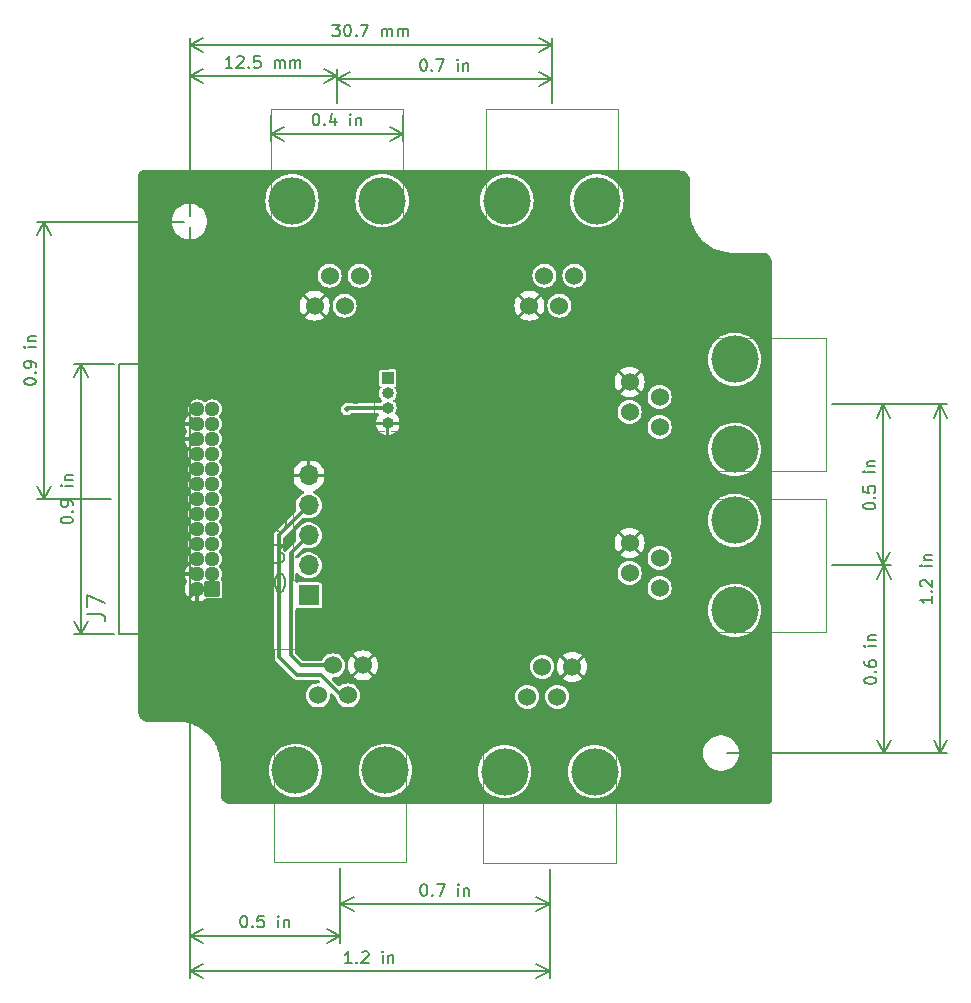
<source format=gbr>
%TF.GenerationSoftware,KiCad,Pcbnew,8.0.7-8.0.7-0~ubuntu24.04.1*%
%TF.CreationDate,2025-01-29T10:33:42-05:00*%
%TF.ProjectId,imu-splitter,696d752d-7370-46c6-9974-7465722e6b69,rev?*%
%TF.SameCoordinates,Original*%
%TF.FileFunction,Copper,L2,Bot*%
%TF.FilePolarity,Positive*%
%FSLAX46Y46*%
G04 Gerber Fmt 4.6, Leading zero omitted, Abs format (unit mm)*
G04 Created by KiCad (PCBNEW 8.0.7-8.0.7-0~ubuntu24.04.1) date 2025-01-29 10:33:42*
%MOMM*%
%LPD*%
G01*
G04 APERTURE LIST*
G04 Aperture macros list*
%AMRoundRect*
0 Rectangle with rounded corners*
0 $1 Rounding radius*
0 $2 $3 $4 $5 $6 $7 $8 $9 X,Y pos of 4 corners*
0 Add a 4 corners polygon primitive as box body*
4,1,4,$2,$3,$4,$5,$6,$7,$8,$9,$2,$3,0*
0 Add four circle primitives for the rounded corners*
1,1,$1+$1,$2,$3*
1,1,$1+$1,$4,$5*
1,1,$1+$1,$6,$7*
1,1,$1+$1,$8,$9*
0 Add four rect primitives between the rounded corners*
20,1,$1+$1,$2,$3,$4,$5,0*
20,1,$1+$1,$4,$5,$6,$7,0*
20,1,$1+$1,$6,$7,$8,$9,0*
20,1,$1+$1,$8,$9,$2,$3,0*%
G04 Aperture macros list end*
%TA.AperFunction,ComponentPad*%
%ADD10C,1.524000*%
%TD*%
%TA.AperFunction,ComponentPad*%
%ADD11C,4.000000*%
%TD*%
%TA.AperFunction,ComponentPad*%
%ADD12R,1.000000X1.000000*%
%TD*%
%TA.AperFunction,ComponentPad*%
%ADD13O,1.000000X1.000000*%
%TD*%
%TA.AperFunction,ComponentPad*%
%ADD14R,1.090000X1.090000*%
%TD*%
%TA.AperFunction,ComponentPad*%
%ADD15C,1.090000*%
%TD*%
%TA.AperFunction,ComponentPad*%
%ADD16R,1.700000X1.700000*%
%TD*%
%TA.AperFunction,ComponentPad*%
%ADD17O,1.700000X1.700000*%
%TD*%
%TA.AperFunction,ViaPad*%
%ADD18C,1.016000*%
%TD*%
%TA.AperFunction,ViaPad*%
%ADD19C,0.508000*%
%TD*%
%TA.AperFunction,Conductor*%
%ADD20C,0.304800*%
%TD*%
%ADD21C,1.524000*%
%ADD22C,4.000000*%
%ADD23RoundRect,0.250000X-0.475000X0.337500X-0.475000X-0.337500X0.475000X-0.337500X0.475000X0.337500X0*%
%ADD24R,1.000000X1.000000*%
%ADD25O,1.000000X1.000000*%
%ADD26RoundRect,0.102000X0.545000X-0.545000X0.545000X0.545000X-0.545000X0.545000X-0.545000X-0.545000X0*%
%ADD27C,1.294000*%
%ADD28RoundRect,0.250000X-0.325000X-0.450000X0.325000X-0.450000X0.325000X0.450000X-0.325000X0.450000X0*%
%ADD29R,1.700000X1.700000*%
%ADD30O,1.700000X1.700000*%
%ADD31RoundRect,0.375000X-0.375000X0.625000X-0.375000X-0.625000X0.375000X-0.625000X0.375000X0.625000X0*%
%ADD32RoundRect,0.500000X-1.400000X0.500000X-1.400000X-0.500000X1.400000X-0.500000X1.400000X0.500000X0*%
%ADD33RoundRect,0.250000X0.325000X0.450000X-0.325000X0.450000X-0.325000X-0.450000X0.325000X-0.450000X0*%
%ADD34RoundRect,0.250000X-0.450000X0.350000X-0.450000X-0.350000X0.450000X-0.350000X0.450000X0.350000X0*%
%ADD35C,0.150000*%
%ADD36C,0.203200*%
%ADD37C,0.152400*%
%ADD38C,0.100000*%
%ADD39C,0.120000*%
%ADD40C,0.200000*%
G04 APERTURE END LIST*
D10*
%TO.P,J6,1*%
%TO.N,+3.3V*%
X182720000Y-84000000D03*
%TO.P,J6,2*%
%TO.N,/TX5*%
X181450000Y-86540000D03*
%TO.P,J6,3*%
%TO.N,/RX5*%
X180180000Y-84000000D03*
%TO.P,J6,4*%
%TO.N,GND*%
X178910000Y-86540000D03*
D11*
%TO.P,J6,5*%
%TO.N,N/C*%
X184625000Y-77650000D03*
%TO.P,J6,6*%
X177000000Y-77650000D03*
%TD*%
D12*
%TO.P,J8,1,Pin_1*%
%TO.N,+3.3V*%
X185091000Y-92676000D03*
D13*
%TO.P,J8,2,Pin_2*%
%TO.N,/TX6*%
X185091000Y-93946000D03*
%TO.P,J8,3,Pin_3*%
%TO.N,/RX6*%
X185091000Y-95216000D03*
%TO.P,J8,4,Pin_4*%
%TO.N,GND*%
X185091000Y-96486000D03*
%TD*%
D14*
%TO.P,J7,1,Pin_1*%
%TO.N,+5V*%
X170262500Y-110532500D03*
D15*
%TO.P,J7,2,Pin_2*%
%TO.N,GND*%
X168992500Y-110532500D03*
%TO.P,J7,3,Pin_3*%
%TO.N,+5V*%
X170262500Y-109262500D03*
%TO.P,J7,4,Pin_4*%
%TO.N,GND*%
X168992500Y-109262500D03*
%TO.P,J7,5,Pin_5*%
%TO.N,unconnected-(J7-Pin_5-Pad5)*%
X170262500Y-107992500D03*
%TO.P,J7,6,Pin_6*%
%TO.N,/RX2*%
X168992500Y-107992500D03*
%TO.P,J7,7,Pin_7*%
%TO.N,/TX3*%
X170262500Y-106722500D03*
%TO.P,J7,8,Pin_8*%
%TO.N,/TX2*%
X168992500Y-106722500D03*
%TO.P,J7,9,Pin_9*%
%TO.N,/RX3*%
X170262500Y-105452500D03*
%TO.P,J7,10,Pin_10*%
%TO.N,/TX1*%
X168992500Y-105452500D03*
%TO.P,J7,11,Pin_11*%
%TO.N,/TX6*%
X170262500Y-104182500D03*
%TO.P,J7,12,Pin_12*%
%TO.N,/RX1*%
X168992500Y-104182500D03*
%TO.P,J7,13,Pin_13*%
%TO.N,/RX6*%
X170262500Y-102912500D03*
%TO.P,J7,14,Pin_14*%
%TO.N,/RX0*%
X168992500Y-102912500D03*
%TO.P,J7,15,Pin_15*%
%TO.N,/TX4*%
X170262500Y-101642500D03*
%TO.P,J7,16,Pin_16*%
%TO.N,/TX0*%
X168992500Y-101642500D03*
%TO.P,J7,17,Pin_17*%
%TO.N,/RX4*%
X170262500Y-100372500D03*
%TO.P,J7,18,Pin_18*%
%TO.N,/RX5*%
X168992500Y-100372500D03*
%TO.P,J7,19,Pin_19*%
%TO.N,unconnected-(J7-Pin_19-Pad19)*%
X170262500Y-99102500D03*
%TO.P,J7,20,Pin_20*%
%TO.N,/TX5*%
X168992500Y-99102500D03*
%TO.P,J7,21,Pin_21*%
%TO.N,unconnected-(J7-Pin_21-Pad21)*%
X170262500Y-97832500D03*
%TO.P,J7,22,Pin_22*%
%TO.N,GND*%
X168992500Y-97832500D03*
%TO.P,J7,23,Pin_23*%
%TO.N,unconnected-(J7-Pin_23-Pad23)*%
X170262500Y-96562500D03*
%TO.P,J7,24,Pin_24*%
%TO.N,GND*%
X168992500Y-96562500D03*
%TO.P,J7,25,Pin_25*%
%TO.N,unconnected-(J7-Pin_25-Pad25)*%
X170262500Y-95292500D03*
%TO.P,J7,26,Pin_26*%
%TO.N,unconnected-(J7-Pin_26-Pad26)*%
X168992500Y-95292500D03*
%TD*%
D10*
%TO.P,J1,1*%
%TO.N,+3.3V*%
X179190000Y-119540000D03*
%TO.P,J1,2*%
%TO.N,/TX0*%
X180460000Y-117000000D03*
%TO.P,J1,3*%
%TO.N,/RX0*%
X181730000Y-119540000D03*
%TO.P,J1,4*%
%TO.N,GND*%
X183000000Y-117000000D03*
D11*
%TO.P,J1,5*%
%TO.N,N/C*%
X177285000Y-125890000D03*
%TO.P,J1,6*%
X184910000Y-125890000D03*
%TD*%
D10*
%TO.P,J2,1*%
%TO.N,+3.3V*%
X196905000Y-119650000D03*
%TO.P,J2,2*%
%TO.N,/TX1*%
X198175000Y-117110000D03*
%TO.P,J2,3*%
%TO.N,/RX1*%
X199445000Y-119650000D03*
%TO.P,J2,4*%
%TO.N,GND*%
X200715000Y-117110000D03*
D11*
%TO.P,J2,5*%
%TO.N,N/C*%
X195000000Y-126000000D03*
%TO.P,J2,6*%
X202625000Y-126000000D03*
%TD*%
D16*
%TO.P,J9,1,Pin_1*%
%TO.N,+5V*%
X178407000Y-111075000D03*
D17*
%TO.P,J9,2,Pin_2*%
%TO.N,+3.3V*%
X178407000Y-108535000D03*
%TO.P,J9,3,Pin_3*%
%TO.N,/TX0*%
X178407000Y-105995000D03*
%TO.P,J9,4,Pin_4*%
%TO.N,/RX0*%
X178407000Y-103455000D03*
%TO.P,J9,5,Pin_5*%
%TO.N,GND*%
X178407000Y-100915000D03*
%TD*%
D10*
%TO.P,J4,1*%
%TO.N,+3.3V*%
X208125000Y-96810000D03*
%TO.P,J4,2*%
%TO.N,/TX3*%
X205585000Y-95540000D03*
%TO.P,J4,3*%
%TO.N,/RX3*%
X208125000Y-94270000D03*
%TO.P,J4,4*%
%TO.N,GND*%
X205585000Y-93000000D03*
D11*
%TO.P,J4,5*%
%TO.N,N/C*%
X214475000Y-98715000D03*
%TO.P,J4,6*%
X214475000Y-91090000D03*
%TD*%
D10*
%TO.P,J3,1*%
%TO.N,+3.3V*%
X208125000Y-110440000D03*
%TO.P,J3,2*%
%TO.N,/TX2*%
X205585000Y-109170000D03*
%TO.P,J3,3*%
%TO.N,/RX2*%
X208125000Y-107900000D03*
%TO.P,J3,4*%
%TO.N,GND*%
X205585000Y-106630000D03*
D11*
%TO.P,J3,5*%
%TO.N,N/C*%
X214475000Y-112345000D03*
%TO.P,J3,6*%
X214475000Y-104720000D03*
%TD*%
D10*
%TO.P,J5,1*%
%TO.N,+3.3V*%
X200907500Y-84000000D03*
%TO.P,J5,2*%
%TO.N,/TX4*%
X199637500Y-86540000D03*
%TO.P,J5,3*%
%TO.N,/RX4*%
X198367500Y-84000000D03*
%TO.P,J5,4*%
%TO.N,GND*%
X197097500Y-86540000D03*
D11*
%TO.P,J5,5*%
%TO.N,N/C*%
X202812500Y-77650000D03*
%TO.P,J5,6*%
X195187500Y-77650000D03*
%TD*%
D18*
%TO.N,GND*%
X192250000Y-106503000D03*
X194409000Y-106630000D03*
X184757000Y-107707000D03*
D19*
%TO.N,/RX6*%
X181632800Y-95301600D03*
%TD*%
D20*
%TO.N,GND*%
X167265500Y-96562500D02*
X167231000Y-96597000D01*
X168992500Y-110532500D02*
X168992500Y-111871300D01*
X168992500Y-97832500D02*
X167069500Y-97832500D01*
X168992500Y-96562500D02*
X167265500Y-96562500D01*
X168992500Y-109262500D02*
X167138500Y-109262500D01*
X169034400Y-111913200D02*
X168992500Y-111871300D01*
X167138500Y-109262500D02*
X167104000Y-109297000D01*
X167069500Y-97832500D02*
X166850000Y-97613000D01*
%TO.N,/TX0*%
X176883000Y-116155000D02*
X177728000Y-117000000D01*
X176883000Y-116155000D02*
X176883000Y-107519000D01*
X177728000Y-117000000D02*
X180460000Y-117000000D01*
X176883000Y-107519000D02*
X178407000Y-105995000D01*
%TO.N,/RX0*%
X175867000Y-116282000D02*
X177391000Y-117806000D01*
X179423000Y-117806000D02*
X181157000Y-119540000D01*
X175867000Y-116282000D02*
X175867000Y-105995000D01*
X175867000Y-105995000D02*
X178407000Y-103455000D01*
X177391000Y-117806000D02*
X179423000Y-117806000D01*
X181157000Y-119540000D02*
X181730000Y-119540000D01*
%TO.N,/RX6*%
X181632800Y-95301600D02*
X181718400Y-95216000D01*
X181718400Y-95216000D02*
X185091000Y-95216000D01*
%TD*%
%TA.AperFunction,Conductor*%
%TO.N,GND*%
G36*
X169426096Y-110786491D02*
G01*
X169460121Y-110848803D01*
X169463000Y-110875586D01*
X169463000Y-110878414D01*
X169442998Y-110946535D01*
X169389342Y-110993028D01*
X169319068Y-111003132D01*
X169254488Y-110973638D01*
X169247905Y-110967509D01*
X169149494Y-110869098D01*
X169219686Y-110828574D01*
X169288574Y-110759686D01*
X169329099Y-110689493D01*
X169426096Y-110786491D01*
G37*
%TD.AperFunction*%
%TA.AperFunction,Conductor*%
G36*
X168572934Y-108673375D02*
G01*
X168579587Y-108677277D01*
X168587197Y-108682059D01*
X168609253Y-108699648D01*
X168835506Y-108925900D01*
X168765314Y-108966426D01*
X168696426Y-109035314D01*
X168655900Y-109105506D01*
X168423452Y-108873057D01*
X168389427Y-108810745D01*
X168394492Y-108739929D01*
X168437039Y-108683094D01*
X168503559Y-108658283D01*
X168572934Y-108673375D01*
G37*
%TD.AperFunction*%
%TA.AperFunction,Conductor*%
G36*
X168696426Y-98059686D02*
G01*
X168765314Y-98128574D01*
X168835505Y-98169098D01*
X168609254Y-98395349D01*
X168587192Y-98412942D01*
X168579581Y-98417724D01*
X168511259Y-98437028D01*
X168443347Y-98416331D01*
X168397405Y-98362202D01*
X168388020Y-98291829D01*
X168418173Y-98227553D01*
X168423453Y-98221939D01*
X168655900Y-97989492D01*
X168696426Y-98059686D01*
G37*
%TD.AperFunction*%
%TA.AperFunction,Conductor*%
G36*
X168572934Y-95973375D02*
G01*
X168579587Y-95977277D01*
X168587197Y-95982059D01*
X168609253Y-95999648D01*
X168835506Y-96225900D01*
X168765314Y-96266426D01*
X168696426Y-96335314D01*
X168655900Y-96405506D01*
X168423452Y-96173057D01*
X168389427Y-96110745D01*
X168394492Y-96039929D01*
X168437039Y-95983094D01*
X168503559Y-95958283D01*
X168572934Y-95973375D01*
G37*
%TD.AperFunction*%
%TA.AperFunction,Conductor*%
G36*
X209837676Y-75100502D02*
G01*
X209849676Y-75100501D01*
X209849678Y-75100502D01*
X209883372Y-75100500D01*
X209895712Y-75101105D01*
X210033180Y-75114639D01*
X210057408Y-75119458D01*
X210183630Y-75157744D01*
X210206451Y-75167196D01*
X210322783Y-75229376D01*
X210343320Y-75243099D01*
X210445281Y-75326779D01*
X210462748Y-75344247D01*
X210546423Y-75446212D01*
X210560141Y-75466744D01*
X210622319Y-75583086D01*
X210631769Y-75605905D01*
X210670050Y-75732133D01*
X210674867Y-75756361D01*
X210688443Y-75894323D01*
X210689049Y-75906673D01*
X210689045Y-75953051D01*
X210689050Y-75953098D01*
X210689050Y-78471888D01*
X210689089Y-78472288D01*
X210689087Y-78598090D01*
X210689087Y-78598108D01*
X210724044Y-78953089D01*
X210724049Y-78953123D01*
X210793631Y-79302962D01*
X210793635Y-79302979D01*
X210897181Y-79644343D01*
X210897183Y-79644348D01*
X211006941Y-79909337D01*
X211033691Y-79973918D01*
X211201847Y-80288525D01*
X211352863Y-80514540D01*
X211400030Y-80585132D01*
X211400036Y-80585140D01*
X211626331Y-80860887D01*
X211626335Y-80860891D01*
X211878578Y-81113136D01*
X212154331Y-81339443D01*
X212154335Y-81339445D01*
X212154339Y-81339449D01*
X212381666Y-81491344D01*
X212450939Y-81537631D01*
X212765544Y-81705791D01*
X213095118Y-81842304D01*
X213436485Y-81945856D01*
X213786358Y-82015448D01*
X214141368Y-82050411D01*
X214319732Y-82050409D01*
X214359614Y-82050409D01*
X216786782Y-82050409D01*
X216786860Y-82050416D01*
X216799602Y-82050414D01*
X216799605Y-82050415D01*
X216833309Y-82050409D01*
X216845627Y-82051012D01*
X216983116Y-82064537D01*
X217007345Y-82069354D01*
X217133580Y-82107633D01*
X217156402Y-82117085D01*
X217272741Y-82179261D01*
X217293281Y-82192984D01*
X217395252Y-82276663D01*
X217412717Y-82294127D01*
X217496403Y-82396099D01*
X217510125Y-82416636D01*
X217572303Y-82532973D01*
X217581756Y-82555796D01*
X217620041Y-82682032D01*
X217624858Y-82706262D01*
X217638352Y-82843396D01*
X217638958Y-82855746D01*
X217638954Y-82902958D01*
X217638959Y-82903005D01*
X217638959Y-128429512D01*
X217637406Y-128449235D01*
X217627414Y-128512282D01*
X217615231Y-128549768D01*
X217590802Y-128597706D01*
X217567633Y-128629592D01*
X217529592Y-128667633D01*
X217497706Y-128690802D01*
X217449768Y-128715231D01*
X217412282Y-128727414D01*
X217373416Y-128733573D01*
X217349233Y-128737406D01*
X217329512Y-128738959D01*
X171756093Y-128738959D01*
X171743744Y-128738352D01*
X171709742Y-128735003D01*
X171606284Y-128724814D01*
X171582058Y-128719995D01*
X171455837Y-128681706D01*
X171433016Y-128672254D01*
X171316680Y-128610070D01*
X171296143Y-128596347D01*
X171194183Y-128512669D01*
X171176716Y-128495202D01*
X171138993Y-128449235D01*
X171093032Y-128393228D01*
X171079311Y-128372691D01*
X171017136Y-128256362D01*
X171007686Y-128233549D01*
X170976282Y-128130008D01*
X170969399Y-128107314D01*
X170964581Y-128083089D01*
X170959741Y-128033932D01*
X170951014Y-127945288D01*
X170950409Y-127932952D01*
X170950411Y-127899585D01*
X170950410Y-127899583D01*
X170950411Y-127887583D01*
X170950409Y-127887551D01*
X170950409Y-125889996D01*
X175025663Y-125889996D01*
X175025663Y-125890003D01*
X175044991Y-126184898D01*
X175044993Y-126184913D01*
X175102648Y-126474757D01*
X175102650Y-126474767D01*
X175197642Y-126754603D01*
X175197648Y-126754617D01*
X175328355Y-127019666D01*
X175492546Y-127265396D01*
X175492549Y-127265400D01*
X175687406Y-127487593D01*
X175909599Y-127682450D01*
X175909603Y-127682453D01*
X176155331Y-127846643D01*
X176420389Y-127977355D01*
X176700241Y-128072352D01*
X176950789Y-128122189D01*
X176990086Y-128130006D01*
X176990088Y-128130006D01*
X176990097Y-128130008D01*
X177158613Y-128141053D01*
X177284997Y-128149337D01*
X177285000Y-128149337D01*
X177285003Y-128149337D01*
X177395588Y-128142088D01*
X177579903Y-128130008D01*
X177869759Y-128072352D01*
X178149611Y-127977355D01*
X178414669Y-127846643D01*
X178660397Y-127682453D01*
X178882593Y-127487593D01*
X179077453Y-127265397D01*
X179241643Y-127019669D01*
X179372355Y-126754611D01*
X179467352Y-126474759D01*
X179525008Y-126184903D01*
X179544337Y-125890000D01*
X179544337Y-125889996D01*
X182650663Y-125889996D01*
X182650663Y-125890003D01*
X182669991Y-126184898D01*
X182669993Y-126184913D01*
X182727648Y-126474757D01*
X182727650Y-126474767D01*
X182822642Y-126754603D01*
X182822648Y-126754617D01*
X182953355Y-127019666D01*
X183117546Y-127265396D01*
X183117549Y-127265400D01*
X183312406Y-127487593D01*
X183534599Y-127682450D01*
X183534603Y-127682453D01*
X183780331Y-127846643D01*
X184045389Y-127977355D01*
X184325241Y-128072352D01*
X184575789Y-128122189D01*
X184615086Y-128130006D01*
X184615088Y-128130006D01*
X184615097Y-128130008D01*
X184783613Y-128141053D01*
X184909997Y-128149337D01*
X184910000Y-128149337D01*
X184910003Y-128149337D01*
X185020588Y-128142088D01*
X185204903Y-128130008D01*
X185494759Y-128072352D01*
X185774611Y-127977355D01*
X186039669Y-127846643D01*
X186285397Y-127682453D01*
X186507593Y-127487593D01*
X186702453Y-127265397D01*
X186866643Y-127019669D01*
X186997355Y-126754611D01*
X187092352Y-126474759D01*
X187150008Y-126184903D01*
X187162127Y-125999996D01*
X192740663Y-125999996D01*
X192740663Y-126000003D01*
X192759991Y-126294898D01*
X192759993Y-126294913D01*
X192817648Y-126584757D01*
X192817650Y-126584767D01*
X192912642Y-126864603D01*
X192912648Y-126864617D01*
X193043355Y-127129666D01*
X193207546Y-127375396D01*
X193207549Y-127375400D01*
X193402406Y-127597593D01*
X193624599Y-127792450D01*
X193624603Y-127792453D01*
X193870331Y-127956643D01*
X194135389Y-128087355D01*
X194415241Y-128182352D01*
X194665789Y-128232189D01*
X194705086Y-128240006D01*
X194705088Y-128240006D01*
X194705097Y-128240008D01*
X194873613Y-128251053D01*
X194999997Y-128259337D01*
X195000000Y-128259337D01*
X195000003Y-128259337D01*
X195110588Y-128252088D01*
X195294903Y-128240008D01*
X195584759Y-128182352D01*
X195864611Y-128087355D01*
X196129669Y-127956643D01*
X196375397Y-127792453D01*
X196597593Y-127597593D01*
X196792453Y-127375397D01*
X196956643Y-127129669D01*
X197087355Y-126864611D01*
X197182352Y-126584759D01*
X197240008Y-126294903D01*
X197259337Y-126000000D01*
X197259337Y-125999996D01*
X200365663Y-125999996D01*
X200365663Y-126000003D01*
X200384991Y-126294898D01*
X200384993Y-126294913D01*
X200442648Y-126584757D01*
X200442650Y-126584767D01*
X200537642Y-126864603D01*
X200537648Y-126864617D01*
X200668355Y-127129666D01*
X200832546Y-127375396D01*
X200832549Y-127375400D01*
X201027406Y-127597593D01*
X201249599Y-127792450D01*
X201249603Y-127792453D01*
X201495331Y-127956643D01*
X201760389Y-128087355D01*
X202040241Y-128182352D01*
X202290789Y-128232189D01*
X202330086Y-128240006D01*
X202330088Y-128240006D01*
X202330097Y-128240008D01*
X202498613Y-128251053D01*
X202624997Y-128259337D01*
X202625000Y-128259337D01*
X202625003Y-128259337D01*
X202735588Y-128252088D01*
X202919903Y-128240008D01*
X203209759Y-128182352D01*
X203489611Y-128087355D01*
X203754669Y-127956643D01*
X204000397Y-127792453D01*
X204222593Y-127597593D01*
X204417453Y-127375397D01*
X204581643Y-127129669D01*
X204712355Y-126864611D01*
X204807352Y-126584759D01*
X204865008Y-126294903D01*
X204884337Y-126000000D01*
X204865008Y-125705097D01*
X204860056Y-125680204D01*
X204843128Y-125595101D01*
X204807352Y-125415241D01*
X204712355Y-125135389D01*
X204581643Y-124870332D01*
X204417453Y-124624603D01*
X204417450Y-124624599D01*
X204237786Y-124419730D01*
X211814087Y-124419730D01*
X211831063Y-124624603D01*
X211834623Y-124667558D01*
X211895665Y-124908607D01*
X211895668Y-124908614D01*
X211995556Y-125136336D01*
X212131565Y-125344515D01*
X212299979Y-125527462D01*
X212299984Y-125527466D01*
X212299986Y-125527468D01*
X212386862Y-125595086D01*
X212496220Y-125680203D01*
X212496221Y-125680204D01*
X212714920Y-125798558D01*
X212714922Y-125798559D01*
X212838407Y-125840951D01*
X212950116Y-125879301D01*
X213195395Y-125920230D01*
X213195399Y-125920230D01*
X213444061Y-125920230D01*
X213444065Y-125920230D01*
X213689344Y-125879301D01*
X213924540Y-125798558D01*
X214143239Y-125680204D01*
X214339474Y-125527468D01*
X214385697Y-125477257D01*
X214507894Y-125344515D01*
X214538839Y-125297150D01*
X214643903Y-125136337D01*
X214743793Y-124908611D01*
X214804838Y-124667551D01*
X214825373Y-124419730D01*
X214804838Y-124171909D01*
X214743793Y-123930849D01*
X214643903Y-123703123D01*
X214538839Y-123542310D01*
X214507894Y-123494944D01*
X214339480Y-123311997D01*
X214265397Y-123254336D01*
X214143239Y-123159256D01*
X214143238Y-123159255D01*
X213924539Y-123040901D01*
X213924537Y-123040900D01*
X213689348Y-122960160D01*
X213689339Y-122960158D01*
X213640566Y-122952019D01*
X213444065Y-122919230D01*
X213195395Y-122919230D01*
X213031683Y-122946548D01*
X212950120Y-122960158D01*
X212950111Y-122960160D01*
X212714922Y-123040900D01*
X212714920Y-123040901D01*
X212496221Y-123159255D01*
X212496220Y-123159256D01*
X212299979Y-123311997D01*
X212131565Y-123494944D01*
X211995556Y-123703123D01*
X211895668Y-123930845D01*
X211895665Y-123930852D01*
X211834623Y-124171901D01*
X211834622Y-124171907D01*
X211834622Y-124171909D01*
X211814087Y-124419730D01*
X204237786Y-124419730D01*
X204222593Y-124402406D01*
X204000400Y-124207549D01*
X204000396Y-124207546D01*
X203754666Y-124043355D01*
X203489617Y-123912648D01*
X203489611Y-123912645D01*
X203489606Y-123912643D01*
X203489603Y-123912642D01*
X203209767Y-123817650D01*
X203209761Y-123817648D01*
X203209759Y-123817648D01*
X203126619Y-123801110D01*
X202919913Y-123759993D01*
X202919898Y-123759991D01*
X202625003Y-123740663D01*
X202624997Y-123740663D01*
X202330101Y-123759991D01*
X202330086Y-123759993D01*
X202081810Y-123809379D01*
X202040241Y-123817648D01*
X202040239Y-123817648D01*
X202040232Y-123817650D01*
X201760396Y-123912642D01*
X201760382Y-123912648D01*
X201495334Y-124043355D01*
X201249603Y-124207546D01*
X201249599Y-124207549D01*
X201027406Y-124402406D01*
X200832549Y-124624599D01*
X200832546Y-124624603D01*
X200668355Y-124870334D01*
X200537648Y-125135382D01*
X200537642Y-125135396D01*
X200442650Y-125415232D01*
X200442648Y-125415242D01*
X200384993Y-125705086D01*
X200384991Y-125705101D01*
X200365663Y-125999996D01*
X197259337Y-125999996D01*
X197240008Y-125705097D01*
X197235056Y-125680204D01*
X197218128Y-125595101D01*
X197182352Y-125415241D01*
X197087355Y-125135389D01*
X196956643Y-124870332D01*
X196792453Y-124624603D01*
X196792450Y-124624599D01*
X196597593Y-124402406D01*
X196375400Y-124207549D01*
X196375396Y-124207546D01*
X196129666Y-124043355D01*
X195864617Y-123912648D01*
X195864611Y-123912645D01*
X195864606Y-123912643D01*
X195864603Y-123912642D01*
X195584767Y-123817650D01*
X195584761Y-123817648D01*
X195584759Y-123817648D01*
X195501619Y-123801110D01*
X195294913Y-123759993D01*
X195294898Y-123759991D01*
X195000003Y-123740663D01*
X194999997Y-123740663D01*
X194705101Y-123759991D01*
X194705086Y-123759993D01*
X194456810Y-123809379D01*
X194415241Y-123817648D01*
X194415239Y-123817648D01*
X194415232Y-123817650D01*
X194135396Y-123912642D01*
X194135382Y-123912648D01*
X193870334Y-124043355D01*
X193624603Y-124207546D01*
X193624599Y-124207549D01*
X193402406Y-124402406D01*
X193207549Y-124624599D01*
X193207546Y-124624603D01*
X193043355Y-124870334D01*
X192912648Y-125135382D01*
X192912642Y-125135396D01*
X192817650Y-125415232D01*
X192817648Y-125415242D01*
X192759993Y-125705086D01*
X192759991Y-125705101D01*
X192740663Y-125999996D01*
X187162127Y-125999996D01*
X187169337Y-125890000D01*
X187150008Y-125595097D01*
X187092352Y-125305241D01*
X187089605Y-125297150D01*
X187034695Y-125135389D01*
X186997355Y-125025389D01*
X186866643Y-124760332D01*
X186702453Y-124514603D01*
X186702450Y-124514599D01*
X186507593Y-124292406D01*
X186285400Y-124097549D01*
X186285396Y-124097546D01*
X186039666Y-123933355D01*
X185794025Y-123812219D01*
X185774611Y-123802645D01*
X185774606Y-123802643D01*
X185774603Y-123802642D01*
X185494767Y-123707650D01*
X185494761Y-123707648D01*
X185494759Y-123707648D01*
X185411619Y-123691110D01*
X185204913Y-123649993D01*
X185204898Y-123649991D01*
X184910003Y-123630663D01*
X184909997Y-123630663D01*
X184615101Y-123649991D01*
X184615086Y-123649993D01*
X184366810Y-123699379D01*
X184325241Y-123707648D01*
X184325239Y-123707648D01*
X184325232Y-123707650D01*
X184045396Y-123802642D01*
X184045382Y-123802648D01*
X183780334Y-123933355D01*
X183534603Y-124097546D01*
X183534599Y-124097549D01*
X183312406Y-124292406D01*
X183117549Y-124514599D01*
X183117546Y-124514603D01*
X182953355Y-124760334D01*
X182822648Y-125025382D01*
X182822642Y-125025396D01*
X182727650Y-125305232D01*
X182727648Y-125305242D01*
X182669993Y-125595086D01*
X182669991Y-125595101D01*
X182650663Y-125889996D01*
X179544337Y-125889996D01*
X179525008Y-125595097D01*
X179467352Y-125305241D01*
X179464605Y-125297150D01*
X179409695Y-125135389D01*
X179372355Y-125025389D01*
X179241643Y-124760332D01*
X179077453Y-124514603D01*
X179077450Y-124514599D01*
X178882593Y-124292406D01*
X178660400Y-124097549D01*
X178660396Y-124097546D01*
X178414666Y-123933355D01*
X178169025Y-123812219D01*
X178149611Y-123802645D01*
X178149606Y-123802643D01*
X178149603Y-123802642D01*
X177869767Y-123707650D01*
X177869761Y-123707648D01*
X177869759Y-123707648D01*
X177786619Y-123691110D01*
X177579913Y-123649993D01*
X177579898Y-123649991D01*
X177285003Y-123630663D01*
X177284997Y-123630663D01*
X176990101Y-123649991D01*
X176990086Y-123649993D01*
X176741810Y-123699379D01*
X176700241Y-123707648D01*
X176700239Y-123707648D01*
X176700232Y-123707650D01*
X176420396Y-123802642D01*
X176420382Y-123802648D01*
X176155334Y-123933355D01*
X175909603Y-124097546D01*
X175909599Y-124097549D01*
X175687406Y-124292406D01*
X175492549Y-124514599D01*
X175492546Y-124514603D01*
X175328355Y-124760334D01*
X175197648Y-125025382D01*
X175197642Y-125025396D01*
X175102650Y-125305232D01*
X175102648Y-125305242D01*
X175044993Y-125595086D01*
X175044991Y-125595101D01*
X175025663Y-125889996D01*
X170950409Y-125889996D01*
X170950409Y-125472010D01*
X170950450Y-125471866D01*
X170950449Y-125419726D01*
X170950450Y-125419726D01*
X170950447Y-125241362D01*
X170915475Y-124886352D01*
X170845875Y-124536480D01*
X170742317Y-124195114D01*
X170679455Y-124043357D01*
X170605802Y-123865547D01*
X170605797Y-123865537D01*
X170517167Y-123699728D01*
X170437635Y-123550938D01*
X170360499Y-123435498D01*
X170239448Y-123254336D01*
X170239444Y-123254331D01*
X170013136Y-122978578D01*
X169760890Y-122726335D01*
X169753156Y-122719988D01*
X169485152Y-122500043D01*
X169485142Y-122500036D01*
X169485135Y-122500030D01*
X169257797Y-122348128D01*
X169188528Y-122301844D01*
X168873920Y-122133683D01*
X168797669Y-122102099D01*
X168544346Y-121997169D01*
X168544341Y-121997167D01*
X168544340Y-121997167D01*
X168202994Y-121893619D01*
X168202985Y-121893616D01*
X168202979Y-121893615D01*
X167853106Y-121824019D01*
X167853102Y-121824018D01*
X167853099Y-121824018D01*
X167498100Y-121789051D01*
X167498087Y-121789050D01*
X167359612Y-121789050D01*
X164806187Y-121789050D01*
X164793837Y-121788443D01*
X164656372Y-121774904D01*
X164632147Y-121770086D01*
X164505908Y-121731793D01*
X164483089Y-121722341D01*
X164366752Y-121660160D01*
X164346215Y-121646438D01*
X164244240Y-121562753D01*
X164226774Y-121545288D01*
X164143082Y-121443315D01*
X164129364Y-121422787D01*
X164067171Y-121306441D01*
X164057722Y-121283629D01*
X164019423Y-121157395D01*
X164014603Y-121133170D01*
X164001107Y-120996207D01*
X164000500Y-120983851D01*
X164000500Y-96562496D01*
X167934405Y-96562496D01*
X167934405Y-96562503D01*
X167954734Y-96768916D01*
X167954736Y-96768927D01*
X168014945Y-96967410D01*
X168014949Y-96967419D01*
X168106182Y-97138105D01*
X168120654Y-97207611D01*
X168106182Y-97256895D01*
X168014949Y-97427580D01*
X168014945Y-97427589D01*
X167954736Y-97626072D01*
X167954734Y-97626083D01*
X167934405Y-97832496D01*
X167934405Y-97832503D01*
X167954734Y-98038916D01*
X167954736Y-98038927D01*
X168014945Y-98237410D01*
X168014947Y-98237414D01*
X168112726Y-98420346D01*
X168163355Y-98482038D01*
X168214841Y-98484567D01*
X168281899Y-98507887D01*
X168325704Y-98563759D01*
X168332348Y-98634444D01*
X168315348Y-98677450D01*
X168267617Y-98753414D01*
X168267617Y-98753415D01*
X168208113Y-98923469D01*
X168187941Y-99102500D01*
X168208113Y-99281531D01*
X168208113Y-99281533D01*
X168208114Y-99281534D01*
X168267617Y-99451585D01*
X168267618Y-99451588D01*
X168363468Y-99604132D01*
X168363469Y-99604134D01*
X168407740Y-99648405D01*
X168441766Y-99710717D01*
X168436701Y-99781532D01*
X168407740Y-99826595D01*
X168363469Y-99870865D01*
X168363468Y-99870867D01*
X168267618Y-100023411D01*
X168267617Y-100023414D01*
X168244180Y-100090396D01*
X168208113Y-100193469D01*
X168187941Y-100372500D01*
X168208113Y-100551531D01*
X168208113Y-100551533D01*
X168208114Y-100551534D01*
X168267617Y-100721585D01*
X168267618Y-100721588D01*
X168363468Y-100874132D01*
X168363469Y-100874134D01*
X168407740Y-100918405D01*
X168441766Y-100980717D01*
X168436701Y-101051532D01*
X168407740Y-101096595D01*
X168363469Y-101140865D01*
X168363468Y-101140867D01*
X168267618Y-101293411D01*
X168267617Y-101293414D01*
X168245211Y-101357449D01*
X168208113Y-101463469D01*
X168187941Y-101642500D01*
X168208113Y-101821531D01*
X168208113Y-101821533D01*
X168208114Y-101821534D01*
X168267617Y-101991585D01*
X168267618Y-101991588D01*
X168363468Y-102144132D01*
X168363469Y-102144134D01*
X168407740Y-102188405D01*
X168441766Y-102250717D01*
X168436701Y-102321532D01*
X168407740Y-102366595D01*
X168363469Y-102410865D01*
X168363468Y-102410867D01*
X168267618Y-102563411D01*
X168267617Y-102563414D01*
X168217125Y-102707715D01*
X168208113Y-102733469D01*
X168187941Y-102912500D01*
X168208113Y-103091531D01*
X168208113Y-103091533D01*
X168208114Y-103091534D01*
X168267617Y-103261585D01*
X168267618Y-103261588D01*
X168363468Y-103414132D01*
X168363469Y-103414134D01*
X168407740Y-103458405D01*
X168441766Y-103520717D01*
X168436701Y-103591532D01*
X168407740Y-103636595D01*
X168363469Y-103680865D01*
X168363468Y-103680867D01*
X168267618Y-103833411D01*
X168267617Y-103833414D01*
X168225649Y-103953354D01*
X168208113Y-104003469D01*
X168187941Y-104182500D01*
X168208113Y-104361531D01*
X168208113Y-104361533D01*
X168208114Y-104361534D01*
X168267617Y-104531585D01*
X168267618Y-104531588D01*
X168363468Y-104684132D01*
X168363469Y-104684134D01*
X168407740Y-104728405D01*
X168441766Y-104790717D01*
X168436701Y-104861532D01*
X168407740Y-104906595D01*
X168363469Y-104950865D01*
X168363468Y-104950867D01*
X168267618Y-105103411D01*
X168267617Y-105103414D01*
X168217125Y-105247715D01*
X168208113Y-105273469D01*
X168187941Y-105452500D01*
X168208113Y-105631531D01*
X168208113Y-105631533D01*
X168208114Y-105631534D01*
X168267617Y-105801585D01*
X168267618Y-105801588D01*
X168363468Y-105954132D01*
X168363469Y-105954134D01*
X168407740Y-105998405D01*
X168441766Y-106060717D01*
X168436701Y-106131532D01*
X168407740Y-106176595D01*
X168363469Y-106220865D01*
X168363468Y-106220867D01*
X168267618Y-106373411D01*
X168267617Y-106373414D01*
X168218966Y-106512453D01*
X168208113Y-106543469D01*
X168187941Y-106722500D01*
X168208113Y-106901531D01*
X168208113Y-106901533D01*
X168208114Y-106901534D01*
X168267617Y-107071585D01*
X168267618Y-107071588D01*
X168363468Y-107224132D01*
X168363469Y-107224134D01*
X168407740Y-107268405D01*
X168441766Y-107330717D01*
X168436701Y-107401532D01*
X168407740Y-107446595D01*
X168363469Y-107490865D01*
X168363468Y-107490867D01*
X168267618Y-107643411D01*
X168267617Y-107643414D01*
X168217125Y-107787715D01*
X168208113Y-107813469D01*
X168187941Y-107992500D01*
X168208113Y-108171531D01*
X168208113Y-108171533D01*
X168208114Y-108171534D01*
X168267616Y-108341583D01*
X168315347Y-108417547D01*
X168334652Y-108485869D01*
X168313956Y-108553782D01*
X168259829Y-108599725D01*
X168214842Y-108610431D01*
X168163357Y-108612960D01*
X168112724Y-108674656D01*
X168014947Y-108857585D01*
X168014945Y-108857589D01*
X167954736Y-109056072D01*
X167954734Y-109056083D01*
X167934405Y-109262496D01*
X167934405Y-109262503D01*
X167954734Y-109468916D01*
X167954736Y-109468927D01*
X168014945Y-109667410D01*
X168014949Y-109667419D01*
X168106182Y-109838105D01*
X168120654Y-109907611D01*
X168106182Y-109956895D01*
X168014949Y-110127580D01*
X168014945Y-110127589D01*
X167954736Y-110326072D01*
X167954734Y-110326083D01*
X167934405Y-110532496D01*
X167934405Y-110532503D01*
X167954734Y-110738916D01*
X167954736Y-110738927D01*
X168014945Y-110937410D01*
X168014947Y-110937414D01*
X168112726Y-111120346D01*
X168163355Y-111182037D01*
X168655899Y-110689492D01*
X168696426Y-110759686D01*
X168765314Y-110828574D01*
X168835504Y-110869097D01*
X168342960Y-111361642D01*
X168404653Y-111412273D01*
X168587585Y-111510052D01*
X168587589Y-111510054D01*
X168786072Y-111570263D01*
X168786083Y-111570265D01*
X168992497Y-111590595D01*
X168992503Y-111590595D01*
X169198916Y-111570265D01*
X169198927Y-111570263D01*
X169397410Y-111510054D01*
X169397414Y-111510052D01*
X169580340Y-111412276D01*
X169580351Y-111412269D01*
X169643305Y-111360602D01*
X169708651Y-111332847D01*
X169723224Y-111331999D01*
X170832566Y-111331999D01*
X170832569Y-111331998D01*
X170832573Y-111331998D01*
X170881826Y-111322201D01*
X170906801Y-111317234D01*
X170990984Y-111260984D01*
X171047234Y-111176801D01*
X171062000Y-111102567D01*
X171061999Y-109962434D01*
X171061998Y-109962431D01*
X171061998Y-109962426D01*
X171047234Y-109888199D01*
X170990982Y-109804013D01*
X170985569Y-109798600D01*
X170951543Y-109736288D01*
X170956608Y-109665473D01*
X170967978Y-109642467D01*
X170987383Y-109611585D01*
X171046887Y-109441531D01*
X171067059Y-109262500D01*
X171046887Y-109083469D01*
X170987383Y-108913415D01*
X170987381Y-108913412D01*
X170987381Y-108913411D01*
X170891531Y-108760867D01*
X170891530Y-108760865D01*
X170847260Y-108716595D01*
X170813234Y-108654283D01*
X170818299Y-108583468D01*
X170847260Y-108538405D01*
X170891530Y-108494134D01*
X170891531Y-108494132D01*
X170897501Y-108484632D01*
X170987383Y-108341585D01*
X171046887Y-108171531D01*
X171067059Y-107992500D01*
X171046887Y-107813469D01*
X170987383Y-107643415D01*
X170987381Y-107643412D01*
X170987381Y-107643411D01*
X170891531Y-107490867D01*
X170891530Y-107490865D01*
X170847260Y-107446595D01*
X170813234Y-107384283D01*
X170818299Y-107313468D01*
X170847260Y-107268405D01*
X170891530Y-107224134D01*
X170891531Y-107224132D01*
X170897501Y-107214632D01*
X170987383Y-107071585D01*
X171046887Y-106901531D01*
X171067059Y-106722500D01*
X171046887Y-106543469D01*
X170987383Y-106373415D01*
X170987381Y-106373412D01*
X170987381Y-106373411D01*
X170891531Y-106220867D01*
X170891530Y-106220865D01*
X170847260Y-106176595D01*
X170813234Y-106114283D01*
X170818299Y-106043468D01*
X170847260Y-105998405D01*
X170891530Y-105954134D01*
X170891531Y-105954132D01*
X170897501Y-105944632D01*
X170899514Y-105941428D01*
X175460100Y-105941428D01*
X175460100Y-116335573D01*
X175487829Y-116439057D01*
X175487830Y-116439060D01*
X175541396Y-116531839D01*
X175541398Y-116531841D01*
X175541399Y-116531843D01*
X177065399Y-118055842D01*
X177141158Y-118131601D01*
X177141159Y-118131602D01*
X177141161Y-118131603D01*
X177233940Y-118185169D01*
X177233943Y-118185170D01*
X177281697Y-118197966D01*
X177337431Y-118212900D01*
X179202266Y-118212900D01*
X179270387Y-118232902D01*
X179291361Y-118249805D01*
X179351571Y-118310015D01*
X179385597Y-118372327D01*
X179380532Y-118443142D01*
X179337985Y-118499978D01*
X179271465Y-118524789D01*
X179250127Y-118524503D01*
X179190005Y-118518582D01*
X179189997Y-118518582D01*
X178990738Y-118538206D01*
X178990736Y-118538206D01*
X178799122Y-118596332D01*
X178799116Y-118596334D01*
X178622533Y-118690720D01*
X178467748Y-118817748D01*
X178340720Y-118972533D01*
X178246334Y-119149116D01*
X178246332Y-119149122D01*
X178188206Y-119340736D01*
X178188206Y-119340738D01*
X178168582Y-119539996D01*
X178168582Y-119540003D01*
X178188206Y-119739261D01*
X178188206Y-119739263D01*
X178246332Y-119930877D01*
X178246334Y-119930883D01*
X178340720Y-120107466D01*
X178340722Y-120107469D01*
X178467748Y-120262252D01*
X178622531Y-120389278D01*
X178799120Y-120483667D01*
X178990731Y-120541792D01*
X178990735Y-120541792D01*
X178990737Y-120541793D01*
X179189997Y-120561418D01*
X179190000Y-120561418D01*
X179190003Y-120561418D01*
X179389261Y-120541793D01*
X179389263Y-120541793D01*
X179389264Y-120541792D01*
X179389269Y-120541792D01*
X179580880Y-120483667D01*
X179757469Y-120389278D01*
X179912252Y-120262252D01*
X180039278Y-120107469D01*
X180133667Y-119930880D01*
X180191792Y-119739269D01*
X180194543Y-119711336D01*
X180211418Y-119540003D01*
X180211418Y-119539998D01*
X180205496Y-119479874D01*
X180218724Y-119410120D01*
X180267564Y-119358592D01*
X180336509Y-119341648D01*
X180403670Y-119364669D01*
X180419984Y-119378428D01*
X180690580Y-119649024D01*
X180724606Y-119711336D01*
X180726877Y-119725762D01*
X180728208Y-119739269D01*
X180778826Y-119906135D01*
X180786332Y-119930877D01*
X180786334Y-119930883D01*
X180880720Y-120107466D01*
X180880722Y-120107469D01*
X181007748Y-120262252D01*
X181162531Y-120389278D01*
X181339120Y-120483667D01*
X181530731Y-120541792D01*
X181530735Y-120541792D01*
X181530737Y-120541793D01*
X181729997Y-120561418D01*
X181730000Y-120561418D01*
X181730003Y-120561418D01*
X181929261Y-120541793D01*
X181929263Y-120541793D01*
X181929264Y-120541792D01*
X181929269Y-120541792D01*
X182120880Y-120483667D01*
X182297469Y-120389278D01*
X182452252Y-120262252D01*
X182579278Y-120107469D01*
X182673667Y-119930880D01*
X182731792Y-119739269D01*
X182734543Y-119711336D01*
X182740585Y-119649996D01*
X195883582Y-119649996D01*
X195883582Y-119650003D01*
X195903206Y-119849261D01*
X195903206Y-119849263D01*
X195961332Y-120040877D01*
X195961334Y-120040883D01*
X196055720Y-120217466D01*
X196055722Y-120217469D01*
X196182748Y-120372252D01*
X196337531Y-120499278D01*
X196337533Y-120499279D01*
X196453786Y-120561418D01*
X196514120Y-120593667D01*
X196705731Y-120651792D01*
X196705735Y-120651792D01*
X196705737Y-120651793D01*
X196904997Y-120671418D01*
X196905000Y-120671418D01*
X196905003Y-120671418D01*
X197104261Y-120651793D01*
X197104263Y-120651793D01*
X197104264Y-120651792D01*
X197104269Y-120651792D01*
X197295880Y-120593667D01*
X197472469Y-120499278D01*
X197627252Y-120372252D01*
X197754278Y-120217469D01*
X197848667Y-120040880D01*
X197906792Y-119849269D01*
X197917626Y-119739267D01*
X197926418Y-119650003D01*
X197926418Y-119649996D01*
X198423582Y-119649996D01*
X198423582Y-119650003D01*
X198443206Y-119849261D01*
X198443206Y-119849263D01*
X198501332Y-120040877D01*
X198501334Y-120040883D01*
X198595720Y-120217466D01*
X198595722Y-120217469D01*
X198722748Y-120372252D01*
X198877531Y-120499278D01*
X198877533Y-120499279D01*
X198993786Y-120561418D01*
X199054120Y-120593667D01*
X199245731Y-120651792D01*
X199245735Y-120651792D01*
X199245737Y-120651793D01*
X199444997Y-120671418D01*
X199445000Y-120671418D01*
X199445003Y-120671418D01*
X199644261Y-120651793D01*
X199644263Y-120651793D01*
X199644264Y-120651792D01*
X199644269Y-120651792D01*
X199835880Y-120593667D01*
X200012469Y-120499278D01*
X200167252Y-120372252D01*
X200294278Y-120217469D01*
X200388667Y-120040880D01*
X200446792Y-119849269D01*
X200457626Y-119739267D01*
X200466418Y-119650003D01*
X200466418Y-119649996D01*
X200446793Y-119450738D01*
X200446793Y-119450736D01*
X200446792Y-119450733D01*
X200446792Y-119450731D01*
X200388667Y-119259120D01*
X200294278Y-119082531D01*
X200167252Y-118927748D01*
X200012469Y-118800722D01*
X200012467Y-118800721D01*
X200012466Y-118800720D01*
X199835883Y-118706334D01*
X199835877Y-118706332D01*
X199644262Y-118648206D01*
X199445003Y-118628582D01*
X199444997Y-118628582D01*
X199245738Y-118648206D01*
X199245736Y-118648206D01*
X199054122Y-118706332D01*
X199054116Y-118706334D01*
X198877533Y-118800720D01*
X198722748Y-118927748D01*
X198595720Y-119082533D01*
X198501334Y-119259116D01*
X198501332Y-119259122D01*
X198443206Y-119450736D01*
X198443206Y-119450738D01*
X198423582Y-119649996D01*
X197926418Y-119649996D01*
X197906793Y-119450738D01*
X197906793Y-119450736D01*
X197906792Y-119450733D01*
X197906792Y-119450731D01*
X197848667Y-119259120D01*
X197754278Y-119082531D01*
X197627252Y-118927748D01*
X197472469Y-118800722D01*
X197472467Y-118800721D01*
X197472466Y-118800720D01*
X197295883Y-118706334D01*
X197295877Y-118706332D01*
X197104262Y-118648206D01*
X196905003Y-118628582D01*
X196904997Y-118628582D01*
X196705738Y-118648206D01*
X196705736Y-118648206D01*
X196514122Y-118706332D01*
X196514116Y-118706334D01*
X196337533Y-118800720D01*
X196182748Y-118927748D01*
X196055720Y-119082533D01*
X195961334Y-119259116D01*
X195961332Y-119259122D01*
X195903206Y-119450736D01*
X195903206Y-119450738D01*
X195883582Y-119649996D01*
X182740585Y-119649996D01*
X182751418Y-119540003D01*
X182751418Y-119539996D01*
X182731793Y-119340738D01*
X182731793Y-119340736D01*
X182731792Y-119340733D01*
X182731792Y-119340731D01*
X182673667Y-119149120D01*
X182579278Y-118972531D01*
X182452252Y-118817748D01*
X182297469Y-118690722D01*
X182297467Y-118690721D01*
X182297466Y-118690720D01*
X182120883Y-118596334D01*
X182120877Y-118596332D01*
X181929262Y-118538206D01*
X181730003Y-118518582D01*
X181729997Y-118518582D01*
X181530738Y-118538206D01*
X181530736Y-118538206D01*
X181339122Y-118596332D01*
X181339116Y-118596334D01*
X181162531Y-118690721D01*
X181162524Y-118690726D01*
X181097364Y-118744200D01*
X181032017Y-118771952D01*
X180962039Y-118759969D01*
X180928338Y-118735894D01*
X180424307Y-118231863D01*
X180390281Y-118169551D01*
X180395346Y-118098736D01*
X180437893Y-118041900D01*
X180501052Y-118017375D01*
X180659261Y-118001793D01*
X180659263Y-118001793D01*
X180659264Y-118001792D01*
X180659269Y-118001792D01*
X180850880Y-117943667D01*
X181027469Y-117849278D01*
X181182252Y-117722252D01*
X181309278Y-117567469D01*
X181403667Y-117390880D01*
X181461792Y-117199269D01*
X181477677Y-117037977D01*
X181492978Y-117000085D01*
X181713165Y-117000085D01*
X181726863Y-117026849D01*
X181728590Y-117039346D01*
X181744515Y-117221365D01*
X181744516Y-117221371D01*
X181802031Y-117436023D01*
X181802033Y-117436027D01*
X181895946Y-117637424D01*
X181895947Y-117637426D01*
X182014151Y-117806240D01*
X182014154Y-117806240D01*
X182655348Y-117165046D01*
X182695124Y-117233940D01*
X182766060Y-117304876D01*
X182834952Y-117344651D01*
X182193758Y-117985845D01*
X182362575Y-118104053D01*
X182362574Y-118104053D01*
X182563972Y-118197966D01*
X182563976Y-118197968D01*
X182778625Y-118255482D01*
X183000000Y-118274850D01*
X183221374Y-118255482D01*
X183436023Y-118197968D01*
X183436027Y-118197966D01*
X183637425Y-118104053D01*
X183806240Y-117985846D01*
X183806240Y-117985844D01*
X183165047Y-117344651D01*
X183233940Y-117304876D01*
X183304876Y-117233940D01*
X183344651Y-117165047D01*
X183985844Y-117806240D01*
X183985846Y-117806240D01*
X184104053Y-117637425D01*
X184197966Y-117436027D01*
X184197968Y-117436023D01*
X184255482Y-117221374D01*
X184265226Y-117109996D01*
X197153582Y-117109996D01*
X197153582Y-117110003D01*
X197173206Y-117309261D01*
X197173206Y-117309263D01*
X197231332Y-117500877D01*
X197231334Y-117500883D01*
X197325720Y-117677466D01*
X197325722Y-117677469D01*
X197452748Y-117832252D01*
X197607531Y-117959278D01*
X197607533Y-117959279D01*
X197762105Y-118041900D01*
X197784120Y-118053667D01*
X197975731Y-118111792D01*
X197975735Y-118111792D01*
X197975737Y-118111793D01*
X198174997Y-118131418D01*
X198175000Y-118131418D01*
X198175003Y-118131418D01*
X198374261Y-118111793D01*
X198374263Y-118111793D01*
X198374264Y-118111792D01*
X198374269Y-118111792D01*
X198565880Y-118053667D01*
X198742469Y-117959278D01*
X198897252Y-117832252D01*
X199024278Y-117677469D01*
X199118667Y-117500880D01*
X199176792Y-117309269D01*
X199192677Y-117147977D01*
X199207978Y-117110085D01*
X199428165Y-117110085D01*
X199441863Y-117136849D01*
X199443590Y-117149346D01*
X199459515Y-117331365D01*
X199459516Y-117331371D01*
X199517031Y-117546023D01*
X199517033Y-117546027D01*
X199610946Y-117747424D01*
X199610947Y-117747426D01*
X199729151Y-117916240D01*
X199729154Y-117916240D01*
X200370348Y-117275046D01*
X200410124Y-117343940D01*
X200481060Y-117414876D01*
X200549952Y-117454651D01*
X199908758Y-118095845D01*
X200077575Y-118214053D01*
X200077574Y-118214053D01*
X200278972Y-118307966D01*
X200278976Y-118307968D01*
X200493625Y-118365482D01*
X200715000Y-118384850D01*
X200936374Y-118365482D01*
X201151023Y-118307968D01*
X201151027Y-118307966D01*
X201352425Y-118214053D01*
X201521240Y-118095846D01*
X201521240Y-118095844D01*
X200880047Y-117454651D01*
X200948940Y-117414876D01*
X201019876Y-117343940D01*
X201059651Y-117275047D01*
X201700844Y-117916240D01*
X201700846Y-117916240D01*
X201819053Y-117747425D01*
X201912966Y-117546027D01*
X201912968Y-117546023D01*
X201970482Y-117331374D01*
X201989850Y-117110000D01*
X201970482Y-116888625D01*
X201912968Y-116673976D01*
X201912966Y-116673972D01*
X201819052Y-116472574D01*
X201700846Y-116303758D01*
X201700845Y-116303758D01*
X201059651Y-116944952D01*
X201019876Y-116876060D01*
X200948940Y-116805124D01*
X200880046Y-116765348D01*
X201521240Y-116124154D01*
X201521240Y-116124151D01*
X201352426Y-116005947D01*
X201352424Y-116005946D01*
X201151027Y-115912033D01*
X201151023Y-115912031D01*
X200936374Y-115854517D01*
X200715000Y-115835149D01*
X200493625Y-115854517D01*
X200278976Y-115912031D01*
X200278972Y-115912033D01*
X200077571Y-116005948D01*
X199908758Y-116124151D01*
X199908758Y-116124153D01*
X200549953Y-116765347D01*
X200481060Y-116805124D01*
X200410124Y-116876060D01*
X200370348Y-116944953D01*
X199729153Y-116303758D01*
X199729151Y-116303758D01*
X199610948Y-116472571D01*
X199517033Y-116673972D01*
X199517031Y-116673976D01*
X199459516Y-116888628D01*
X199459515Y-116888634D01*
X199443590Y-117070653D01*
X199428165Y-117110085D01*
X199207978Y-117110085D01*
X199207983Y-117110072D01*
X199194540Y-117084497D01*
X199192677Y-117072020D01*
X199192542Y-117070653D01*
X199176793Y-116910738D01*
X199176793Y-116910736D01*
X199176792Y-116910733D01*
X199176792Y-116910731D01*
X199118667Y-116719120D01*
X199024278Y-116542531D01*
X198897252Y-116387748D01*
X198742469Y-116260722D01*
X198742467Y-116260721D01*
X198742466Y-116260720D01*
X198565883Y-116166334D01*
X198565877Y-116166332D01*
X198485105Y-116141830D01*
X198374269Y-116108208D01*
X198374268Y-116108207D01*
X198374262Y-116108206D01*
X198175003Y-116088582D01*
X198174997Y-116088582D01*
X197975738Y-116108206D01*
X197975736Y-116108206D01*
X197784122Y-116166332D01*
X197784116Y-116166334D01*
X197607533Y-116260720D01*
X197452748Y-116387748D01*
X197325720Y-116542533D01*
X197231334Y-116719116D01*
X197231332Y-116719122D01*
X197173206Y-116910736D01*
X197173206Y-116910738D01*
X197153582Y-117109996D01*
X184265226Y-117109996D01*
X184274850Y-117000000D01*
X184255482Y-116778625D01*
X184197968Y-116563976D01*
X184197966Y-116563972D01*
X184104052Y-116362574D01*
X183985846Y-116193758D01*
X183985845Y-116193758D01*
X183344651Y-116834952D01*
X183304876Y-116766060D01*
X183233940Y-116695124D01*
X183165046Y-116655348D01*
X183806240Y-116014154D01*
X183806240Y-116014151D01*
X183637426Y-115895947D01*
X183637424Y-115895946D01*
X183436027Y-115802033D01*
X183436023Y-115802031D01*
X183221374Y-115744517D01*
X183000000Y-115725149D01*
X182778625Y-115744517D01*
X182563976Y-115802031D01*
X182563972Y-115802033D01*
X182362571Y-115895948D01*
X182193758Y-116014151D01*
X182193758Y-116014153D01*
X182834953Y-116655347D01*
X182766060Y-116695124D01*
X182695124Y-116766060D01*
X182655348Y-116834953D01*
X182014153Y-116193758D01*
X182014151Y-116193758D01*
X181895948Y-116362571D01*
X181802033Y-116563972D01*
X181802031Y-116563976D01*
X181744516Y-116778628D01*
X181744515Y-116778634D01*
X181728590Y-116960653D01*
X181713165Y-117000085D01*
X181492978Y-117000085D01*
X181492983Y-117000072D01*
X181479540Y-116974497D01*
X181477677Y-116962020D01*
X181477542Y-116960653D01*
X181461793Y-116800739D01*
X181461793Y-116800736D01*
X181461792Y-116800733D01*
X181461792Y-116800731D01*
X181403667Y-116609120D01*
X181386575Y-116577144D01*
X181309279Y-116432533D01*
X181309278Y-116432531D01*
X181182252Y-116277748D01*
X181027469Y-116150722D01*
X181027467Y-116150721D01*
X181027466Y-116150720D01*
X180850883Y-116056334D01*
X180850877Y-116056332D01*
X180742183Y-116023360D01*
X180659269Y-115998208D01*
X180659268Y-115998207D01*
X180659262Y-115998206D01*
X180460003Y-115978582D01*
X180459997Y-115978582D01*
X180260738Y-115998206D01*
X180260736Y-115998206D01*
X180069122Y-116056332D01*
X180069116Y-116056334D01*
X179892533Y-116150720D01*
X179737748Y-116277748D01*
X179610720Y-116432533D01*
X179560497Y-116526496D01*
X179510745Y-116577144D01*
X179449375Y-116593100D01*
X177948734Y-116593100D01*
X177880613Y-116573098D01*
X177859638Y-116556195D01*
X177326804Y-116023360D01*
X177292779Y-115961048D01*
X177289900Y-115934265D01*
X177289900Y-112344996D01*
X212215663Y-112344996D01*
X212215663Y-112345003D01*
X212234991Y-112639898D01*
X212234993Y-112639913D01*
X212292648Y-112929757D01*
X212292650Y-112929767D01*
X212387642Y-113209603D01*
X212387648Y-113209617D01*
X212518355Y-113474666D01*
X212682546Y-113720396D01*
X212682549Y-113720400D01*
X212877406Y-113942593D01*
X213099599Y-114137450D01*
X213099603Y-114137453D01*
X213345331Y-114301643D01*
X213610389Y-114432355D01*
X213890241Y-114527352D01*
X214140789Y-114577189D01*
X214180086Y-114585006D01*
X214180088Y-114585006D01*
X214180097Y-114585008D01*
X214348613Y-114596053D01*
X214474997Y-114604337D01*
X214475000Y-114604337D01*
X214475003Y-114604337D01*
X214585588Y-114597088D01*
X214769903Y-114585008D01*
X215059759Y-114527352D01*
X215339611Y-114432355D01*
X215604669Y-114301643D01*
X215850397Y-114137453D01*
X216072593Y-113942593D01*
X216267453Y-113720397D01*
X216431643Y-113474669D01*
X216562355Y-113209611D01*
X216657352Y-112929759D01*
X216715008Y-112639903D01*
X216734337Y-112345000D01*
X216715008Y-112050097D01*
X216657352Y-111760241D01*
X216562355Y-111480389D01*
X216431643Y-111215332D01*
X216267453Y-110969603D01*
X216267450Y-110969599D01*
X216072593Y-110747406D01*
X215850400Y-110552549D01*
X215850396Y-110552546D01*
X215604666Y-110388355D01*
X215339617Y-110257648D01*
X215339611Y-110257645D01*
X215339606Y-110257643D01*
X215339603Y-110257642D01*
X215059767Y-110162650D01*
X215059761Y-110162648D01*
X215059759Y-110162648D01*
X214976619Y-110146110D01*
X214769913Y-110104993D01*
X214769898Y-110104991D01*
X214475003Y-110085663D01*
X214474997Y-110085663D01*
X214180101Y-110104991D01*
X214180086Y-110104993D01*
X213931810Y-110154379D01*
X213890241Y-110162648D01*
X213890239Y-110162648D01*
X213890232Y-110162650D01*
X213610396Y-110257642D01*
X213610382Y-110257648D01*
X213345334Y-110388355D01*
X213099603Y-110552546D01*
X213099599Y-110552549D01*
X212877406Y-110747406D01*
X212682549Y-110969599D01*
X212682546Y-110969603D01*
X212518355Y-111215334D01*
X212387648Y-111480382D01*
X212387642Y-111480396D01*
X212292650Y-111760232D01*
X212292648Y-111760242D01*
X212234993Y-112050086D01*
X212234991Y-112050101D01*
X212215663Y-112344996D01*
X177289900Y-112344996D01*
X177289900Y-112283801D01*
X177309902Y-112215680D01*
X177363558Y-112169187D01*
X177433832Y-112159083D01*
X177445796Y-112162366D01*
X177457698Y-112164733D01*
X177457699Y-112164734D01*
X177531933Y-112179500D01*
X179282066Y-112179499D01*
X179282069Y-112179498D01*
X179282073Y-112179498D01*
X179333912Y-112169187D01*
X179356301Y-112164734D01*
X179440484Y-112108484D01*
X179496734Y-112024301D01*
X179511500Y-111950067D01*
X179511499Y-110439996D01*
X207103582Y-110439996D01*
X207103582Y-110440003D01*
X207123206Y-110639261D01*
X207123206Y-110639263D01*
X207181332Y-110830877D01*
X207181334Y-110830883D01*
X207275720Y-111007466D01*
X207275722Y-111007469D01*
X207402748Y-111162252D01*
X207557531Y-111289278D01*
X207557533Y-111289279D01*
X207690968Y-111360602D01*
X207734120Y-111383667D01*
X207925731Y-111441792D01*
X207925735Y-111441792D01*
X207925737Y-111441793D01*
X208124997Y-111461418D01*
X208125000Y-111461418D01*
X208125003Y-111461418D01*
X208324261Y-111441793D01*
X208324263Y-111441793D01*
X208324264Y-111441792D01*
X208324269Y-111441792D01*
X208515880Y-111383667D01*
X208692469Y-111289278D01*
X208847252Y-111162252D01*
X208974278Y-111007469D01*
X209068667Y-110830880D01*
X209126792Y-110639269D01*
X209135333Y-110552547D01*
X209146418Y-110440003D01*
X209146418Y-110439996D01*
X209126793Y-110240738D01*
X209126793Y-110240736D01*
X209126792Y-110240733D01*
X209126792Y-110240731D01*
X209068667Y-110049120D01*
X208974278Y-109872531D01*
X208847252Y-109717748D01*
X208692469Y-109590722D01*
X208692467Y-109590721D01*
X208692466Y-109590720D01*
X208515883Y-109496334D01*
X208515877Y-109496332D01*
X208324262Y-109438206D01*
X208125003Y-109418582D01*
X208124997Y-109418582D01*
X207925738Y-109438206D01*
X207925736Y-109438206D01*
X207734122Y-109496332D01*
X207734116Y-109496334D01*
X207557533Y-109590720D01*
X207402748Y-109717748D01*
X207275720Y-109872533D01*
X207181334Y-110049116D01*
X207181332Y-110049122D01*
X207123206Y-110240736D01*
X207123206Y-110240738D01*
X207103582Y-110439996D01*
X179511499Y-110439996D01*
X179511499Y-110199934D01*
X179511498Y-110199931D01*
X179511498Y-110199926D01*
X179496734Y-110125699D01*
X179488693Y-110113665D01*
X179440484Y-110041516D01*
X179440483Y-110041515D01*
X179356302Y-109985266D01*
X179282067Y-109970500D01*
X177531936Y-109970500D01*
X177531926Y-109970501D01*
X177445527Y-109987687D01*
X177444927Y-109984671D01*
X177393517Y-109990194D01*
X177330033Y-109958409D01*
X177293811Y-109897348D01*
X177289900Y-109866198D01*
X177289900Y-109264439D01*
X177309902Y-109196318D01*
X177363558Y-109149825D01*
X177433832Y-109139721D01*
X177498412Y-109169215D01*
X177516450Y-109188507D01*
X177587266Y-109282284D01*
X177738536Y-109420185D01*
X177912566Y-109527940D01*
X177912568Y-109527940D01*
X177912573Y-109527944D01*
X178103444Y-109601888D01*
X178304653Y-109639500D01*
X178304655Y-109639500D01*
X178509345Y-109639500D01*
X178509347Y-109639500D01*
X178710556Y-109601888D01*
X178901427Y-109527944D01*
X179075462Y-109420186D01*
X179226732Y-109282285D01*
X179311529Y-109169996D01*
X204563582Y-109169996D01*
X204563582Y-109170003D01*
X204583206Y-109369261D01*
X204583206Y-109369263D01*
X204641332Y-109560877D01*
X204641334Y-109560883D01*
X204735720Y-109737466D01*
X204735722Y-109737469D01*
X204862748Y-109892252D01*
X205017531Y-110019278D01*
X205194120Y-110113667D01*
X205385731Y-110171792D01*
X205385735Y-110171792D01*
X205385737Y-110171793D01*
X205584997Y-110191418D01*
X205585000Y-110191418D01*
X205585003Y-110191418D01*
X205784261Y-110171793D01*
X205784263Y-110171793D01*
X205784264Y-110171792D01*
X205784269Y-110171792D01*
X205975880Y-110113667D01*
X206152469Y-110019278D01*
X206307252Y-109892252D01*
X206434278Y-109737469D01*
X206528667Y-109560880D01*
X206586792Y-109369269D01*
X206597238Y-109263207D01*
X206606418Y-109170003D01*
X206606418Y-109169996D01*
X206586793Y-108970738D01*
X206586793Y-108970736D01*
X206586792Y-108970733D01*
X206586792Y-108970731D01*
X206528667Y-108779120D01*
X206527473Y-108776887D01*
X206434279Y-108602533D01*
X206434278Y-108602531D01*
X206307252Y-108447748D01*
X206152469Y-108320722D01*
X206152467Y-108320721D01*
X206152466Y-108320720D01*
X205975883Y-108226334D01*
X205975877Y-108226332D01*
X205784262Y-108168206D01*
X205622978Y-108152322D01*
X205585072Y-108137016D01*
X205559497Y-108150459D01*
X205547021Y-108152322D01*
X205385738Y-108168206D01*
X205385736Y-108168206D01*
X205194122Y-108226332D01*
X205194116Y-108226334D01*
X205017533Y-108320720D01*
X204862748Y-108447748D01*
X204735720Y-108602533D01*
X204641334Y-108779116D01*
X204641332Y-108779122D01*
X204583206Y-108970736D01*
X204583206Y-108970738D01*
X204563582Y-109169996D01*
X179311529Y-109169996D01*
X179350088Y-109118935D01*
X179441328Y-108935701D01*
X179497345Y-108738821D01*
X179514492Y-108553782D01*
X179516232Y-108535004D01*
X179516232Y-108534995D01*
X179500492Y-108365149D01*
X179497345Y-108331179D01*
X179441328Y-108134299D01*
X179350088Y-107951065D01*
X179297549Y-107881492D01*
X179226733Y-107787715D01*
X179075463Y-107649814D01*
X178901433Y-107542059D01*
X178901428Y-107542057D01*
X178901427Y-107542056D01*
X178816410Y-107509120D01*
X178710559Y-107468113D01*
X178710560Y-107468113D01*
X178710557Y-107468112D01*
X178710556Y-107468112D01*
X178509347Y-107430500D01*
X178304653Y-107430500D01*
X178103444Y-107468112D01*
X178103439Y-107468113D01*
X177912577Y-107542054D01*
X177912566Y-107542059D01*
X177738536Y-107649814D01*
X177587266Y-107787715D01*
X177516450Y-107881492D01*
X177459436Y-107923800D01*
X177388600Y-107928567D01*
X177326431Y-107894280D01*
X177292668Y-107831826D01*
X177289900Y-107805560D01*
X177289900Y-107739733D01*
X177309902Y-107671612D01*
X177326799Y-107650643D01*
X177909967Y-107067475D01*
X177972276Y-107033453D01*
X178043091Y-107038517D01*
X178044520Y-107039061D01*
X178103444Y-107061888D01*
X178304653Y-107099500D01*
X178304655Y-107099500D01*
X178509345Y-107099500D01*
X178509347Y-107099500D01*
X178710556Y-107061888D01*
X178901427Y-106987944D01*
X179075462Y-106880186D01*
X179226732Y-106742285D01*
X179311526Y-106630000D01*
X204310149Y-106630000D01*
X204329517Y-106851374D01*
X204387031Y-107066023D01*
X204387033Y-107066027D01*
X204480946Y-107267424D01*
X204480947Y-107267426D01*
X204599151Y-107436240D01*
X204599154Y-107436240D01*
X205240348Y-106795046D01*
X205280124Y-106863940D01*
X205351060Y-106934876D01*
X205419952Y-106974651D01*
X204778758Y-107615845D01*
X204947575Y-107734053D01*
X204947574Y-107734053D01*
X205148972Y-107827966D01*
X205148976Y-107827968D01*
X205363625Y-107885482D01*
X205545653Y-107901408D01*
X205585085Y-107916833D01*
X205611850Y-107903136D01*
X205624346Y-107901408D01*
X205640485Y-107899996D01*
X207103582Y-107899996D01*
X207103582Y-107900003D01*
X207123206Y-108099261D01*
X207123206Y-108099263D01*
X207181332Y-108290877D01*
X207181334Y-108290883D01*
X207275720Y-108467466D01*
X207275722Y-108467469D01*
X207402748Y-108622252D01*
X207557531Y-108749278D01*
X207734120Y-108843667D01*
X207925731Y-108901792D01*
X207925735Y-108901792D01*
X207925737Y-108901793D01*
X208124997Y-108921418D01*
X208125000Y-108921418D01*
X208125003Y-108921418D01*
X208324261Y-108901793D01*
X208324263Y-108901793D01*
X208324264Y-108901792D01*
X208324269Y-108901792D01*
X208515880Y-108843667D01*
X208692469Y-108749278D01*
X208847252Y-108622252D01*
X208974278Y-108467469D01*
X209068667Y-108290880D01*
X209126792Y-108099269D01*
X209141389Y-107951063D01*
X209146418Y-107900003D01*
X209146418Y-107899996D01*
X209126793Y-107700738D01*
X209126793Y-107700736D01*
X209126792Y-107700733D01*
X209126792Y-107700731D01*
X209068667Y-107509120D01*
X209063988Y-107500367D01*
X208974279Y-107332533D01*
X208974278Y-107332531D01*
X208847252Y-107177748D01*
X208692469Y-107050722D01*
X208692467Y-107050721D01*
X208692466Y-107050720D01*
X208515883Y-106956334D01*
X208515877Y-106956332D01*
X208435105Y-106931830D01*
X208324269Y-106898208D01*
X208324268Y-106898207D01*
X208324262Y-106898206D01*
X208125003Y-106878582D01*
X208124997Y-106878582D01*
X207925738Y-106898206D01*
X207925736Y-106898206D01*
X207734122Y-106956332D01*
X207734116Y-106956334D01*
X207557533Y-107050720D01*
X207402748Y-107177748D01*
X207275720Y-107332533D01*
X207181334Y-107509116D01*
X207181332Y-107509122D01*
X207123206Y-107700736D01*
X207123206Y-107700738D01*
X207103582Y-107899996D01*
X205640485Y-107899996D01*
X205806374Y-107885482D01*
X206021023Y-107827968D01*
X206021027Y-107827966D01*
X206222425Y-107734053D01*
X206391240Y-107615846D01*
X206391240Y-107615844D01*
X205750047Y-106974651D01*
X205818940Y-106934876D01*
X205889876Y-106863940D01*
X205929651Y-106795047D01*
X206570844Y-107436240D01*
X206570846Y-107436240D01*
X206689053Y-107267425D01*
X206782966Y-107066027D01*
X206782968Y-107066023D01*
X206840482Y-106851374D01*
X206859850Y-106630000D01*
X206840482Y-106408625D01*
X206782968Y-106193976D01*
X206782966Y-106193972D01*
X206689052Y-105992574D01*
X206570846Y-105823758D01*
X206570845Y-105823758D01*
X205929651Y-106464952D01*
X205889876Y-106396060D01*
X205818940Y-106325124D01*
X205750046Y-106285348D01*
X206391240Y-105644154D01*
X206391240Y-105644151D01*
X206222426Y-105525947D01*
X206222424Y-105525946D01*
X206021027Y-105432033D01*
X206021023Y-105432031D01*
X205806374Y-105374517D01*
X205585000Y-105355149D01*
X205363625Y-105374517D01*
X205148976Y-105432031D01*
X205148972Y-105432033D01*
X204947571Y-105525948D01*
X204778758Y-105644151D01*
X204778758Y-105644153D01*
X205419953Y-106285347D01*
X205351060Y-106325124D01*
X205280124Y-106396060D01*
X205240348Y-106464953D01*
X204599153Y-105823758D01*
X204599151Y-105823758D01*
X204480948Y-105992571D01*
X204387033Y-106193972D01*
X204387031Y-106193976D01*
X204329517Y-106408625D01*
X204310149Y-106630000D01*
X179311526Y-106630000D01*
X179350088Y-106578935D01*
X179441328Y-106395701D01*
X179497345Y-106198821D01*
X179505179Y-106114283D01*
X179516232Y-105995004D01*
X179516232Y-105994995D01*
X179500364Y-105823758D01*
X179497345Y-105791179D01*
X179441328Y-105594299D01*
X179350088Y-105411065D01*
X179269810Y-105304759D01*
X179226733Y-105247715D01*
X179075463Y-105109814D01*
X178901433Y-105002059D01*
X178901428Y-105002057D01*
X178901427Y-105002056D01*
X178793816Y-104960367D01*
X178710559Y-104928113D01*
X178710560Y-104928113D01*
X178710557Y-104928112D01*
X178710556Y-104928112D01*
X178509347Y-104890500D01*
X178304653Y-104890500D01*
X178103444Y-104928112D01*
X178103439Y-104928113D01*
X177912577Y-105002054D01*
X177912566Y-105002059D01*
X177738536Y-105109814D01*
X177587266Y-105247715D01*
X177463913Y-105411063D01*
X177372671Y-105594301D01*
X177316654Y-105791180D01*
X177297768Y-105994995D01*
X177297768Y-105995004D01*
X177316654Y-106198819D01*
X177365296Y-106369778D01*
X177364700Y-106440772D01*
X177333201Y-106493354D01*
X176557404Y-107269150D01*
X176557396Y-107269160D01*
X176509019Y-107352954D01*
X176457637Y-107401947D01*
X176387923Y-107415384D01*
X176322012Y-107388997D01*
X176280830Y-107331165D01*
X176273900Y-107289954D01*
X176273900Y-106215733D01*
X176293902Y-106147612D01*
X176310805Y-106126638D01*
X177082294Y-105355149D01*
X177717446Y-104719996D01*
X212215663Y-104719996D01*
X212215663Y-104720003D01*
X212234991Y-105014898D01*
X212234993Y-105014913D01*
X212292648Y-105304757D01*
X212292650Y-105304767D01*
X212387642Y-105584603D01*
X212387648Y-105584617D01*
X212518355Y-105849666D01*
X212682546Y-106095396D01*
X212682549Y-106095400D01*
X212877406Y-106317593D01*
X213099599Y-106512450D01*
X213099603Y-106512453D01*
X213345331Y-106676643D01*
X213610389Y-106807355D01*
X213890241Y-106902352D01*
X214140789Y-106952189D01*
X214180086Y-106960006D01*
X214180088Y-106960006D01*
X214180097Y-106960008D01*
X214348613Y-106971053D01*
X214474997Y-106979337D01*
X214475000Y-106979337D01*
X214475003Y-106979337D01*
X214585588Y-106972088D01*
X214769903Y-106960008D01*
X215059759Y-106902352D01*
X215339611Y-106807355D01*
X215604669Y-106676643D01*
X215850397Y-106512453D01*
X216072593Y-106317593D01*
X216267453Y-106095397D01*
X216431643Y-105849669D01*
X216562355Y-105584611D01*
X216657352Y-105304759D01*
X216715008Y-105014903D01*
X216734337Y-104720000D01*
X216731363Y-104674632D01*
X216717913Y-104469424D01*
X216715008Y-104425097D01*
X216657352Y-104135241D01*
X216562355Y-103855389D01*
X216431643Y-103590332D01*
X216267453Y-103344603D01*
X216267450Y-103344599D01*
X216072593Y-103122406D01*
X215850400Y-102927549D01*
X215850396Y-102927546D01*
X215604666Y-102763355D01*
X215339617Y-102632648D01*
X215339611Y-102632645D01*
X215339606Y-102632643D01*
X215339603Y-102632642D01*
X215059767Y-102537650D01*
X215059761Y-102537648D01*
X215059759Y-102537648D01*
X214976619Y-102521110D01*
X214769913Y-102479993D01*
X214769898Y-102479991D01*
X214475003Y-102460663D01*
X214474997Y-102460663D01*
X214180101Y-102479991D01*
X214180086Y-102479993D01*
X213931810Y-102529379D01*
X213890241Y-102537648D01*
X213890239Y-102537648D01*
X213890232Y-102537650D01*
X213610396Y-102632642D01*
X213610382Y-102632648D01*
X213345334Y-102763355D01*
X213099603Y-102927546D01*
X213099599Y-102927549D01*
X212877406Y-103122406D01*
X212682549Y-103344599D01*
X212682546Y-103344603D01*
X212518355Y-103590334D01*
X212387648Y-103855382D01*
X212387642Y-103855396D01*
X212292650Y-104135232D01*
X212292648Y-104135242D01*
X212234993Y-104425086D01*
X212234991Y-104425101D01*
X212215663Y-104719996D01*
X177717446Y-104719996D01*
X177909966Y-104527476D01*
X177972276Y-104493453D01*
X178043091Y-104498517D01*
X178044520Y-104499061D01*
X178103444Y-104521888D01*
X178304653Y-104559500D01*
X178304655Y-104559500D01*
X178509345Y-104559500D01*
X178509347Y-104559500D01*
X178710556Y-104521888D01*
X178901427Y-104447944D01*
X179075462Y-104340186D01*
X179226732Y-104202285D01*
X179350088Y-104038935D01*
X179441328Y-103855701D01*
X179497345Y-103658821D01*
X179508214Y-103541530D01*
X179516232Y-103455004D01*
X179516232Y-103454995D01*
X179500492Y-103285149D01*
X179497345Y-103251179D01*
X179441328Y-103054299D01*
X179350088Y-102871065D01*
X179268751Y-102763357D01*
X179226733Y-102707715D01*
X179075463Y-102569814D01*
X178901433Y-102462059D01*
X178901425Y-102462055D01*
X178838589Y-102437712D01*
X178782295Y-102394452D01*
X178758325Y-102327624D01*
X178774290Y-102258446D01*
X178825121Y-102208881D01*
X178843196Y-102201048D01*
X178954365Y-102162884D01*
X178954371Y-102162882D01*
X179152300Y-102055768D01*
X179152301Y-102055767D01*
X179329902Y-101917534D01*
X179482325Y-101751958D01*
X179605419Y-101563548D01*
X179695820Y-101357456D01*
X179695823Y-101357449D01*
X179751066Y-101139297D01*
X179751068Y-101139288D01*
X179759130Y-101042000D01*
X178890608Y-101042000D01*
X178907000Y-100980826D01*
X178907000Y-100849174D01*
X178890608Y-100788000D01*
X179759129Y-100788000D01*
X179751068Y-100690711D01*
X179751066Y-100690702D01*
X179695823Y-100472550D01*
X179695820Y-100472543D01*
X179605419Y-100266451D01*
X179482325Y-100078041D01*
X179329902Y-99912465D01*
X179152301Y-99774232D01*
X179152300Y-99774231D01*
X178954371Y-99667117D01*
X178954369Y-99667116D01*
X178741516Y-99594044D01*
X178741509Y-99594042D01*
X178534000Y-99559415D01*
X178534000Y-100431391D01*
X178472826Y-100415000D01*
X178341174Y-100415000D01*
X178280000Y-100431391D01*
X178280000Y-99559415D01*
X178072490Y-99594042D01*
X178072483Y-99594044D01*
X177859630Y-99667116D01*
X177859628Y-99667117D01*
X177661699Y-99774231D01*
X177661698Y-99774232D01*
X177484097Y-99912465D01*
X177331674Y-100078041D01*
X177208580Y-100266451D01*
X177118179Y-100472543D01*
X177118176Y-100472550D01*
X177062933Y-100690702D01*
X177062931Y-100690711D01*
X177054870Y-100788000D01*
X177923392Y-100788000D01*
X177907000Y-100849174D01*
X177907000Y-100980826D01*
X177923392Y-101042000D01*
X177054870Y-101042000D01*
X177062931Y-101139288D01*
X177062933Y-101139297D01*
X177118176Y-101357449D01*
X177118179Y-101357456D01*
X177208580Y-101563548D01*
X177331674Y-101751958D01*
X177484097Y-101917534D01*
X177661698Y-102055767D01*
X177661699Y-102055768D01*
X177859628Y-102162882D01*
X177859634Y-102162884D01*
X177970803Y-102201048D01*
X178028739Y-102242084D01*
X178055291Y-102307929D01*
X178042030Y-102377676D01*
X177993166Y-102429182D01*
X177975410Y-102437712D01*
X177912574Y-102462055D01*
X177912566Y-102462059D01*
X177738536Y-102569814D01*
X177587266Y-102707715D01*
X177463913Y-102871063D01*
X177372671Y-103054301D01*
X177316654Y-103251180D01*
X177297768Y-103454995D01*
X177297768Y-103455004D01*
X177316654Y-103658819D01*
X177365296Y-103829778D01*
X177364700Y-103900772D01*
X177333201Y-103953354D01*
X175541404Y-105745150D01*
X175541396Y-105745160D01*
X175487830Y-105837940D01*
X175461134Y-105937570D01*
X175461132Y-105937580D01*
X175460100Y-105941428D01*
X170899514Y-105941428D01*
X170987383Y-105801585D01*
X171046887Y-105631531D01*
X171067059Y-105452500D01*
X171046887Y-105273469D01*
X170987383Y-105103415D01*
X170987381Y-105103412D01*
X170987381Y-105103411D01*
X170891531Y-104950867D01*
X170891530Y-104950865D01*
X170847260Y-104906595D01*
X170813234Y-104844283D01*
X170818299Y-104773468D01*
X170847260Y-104728405D01*
X170891530Y-104684134D01*
X170891531Y-104684132D01*
X170897501Y-104674632D01*
X170987383Y-104531585D01*
X171046887Y-104361531D01*
X171067059Y-104182500D01*
X171046887Y-104003469D01*
X170987383Y-103833415D01*
X170987381Y-103833412D01*
X170987381Y-103833411D01*
X170891531Y-103680867D01*
X170891530Y-103680865D01*
X170847260Y-103636595D01*
X170813234Y-103574283D01*
X170818299Y-103503468D01*
X170847260Y-103458405D01*
X170891530Y-103414134D01*
X170891531Y-103414132D01*
X170897501Y-103404632D01*
X170987383Y-103261585D01*
X171046887Y-103091531D01*
X171067059Y-102912500D01*
X171046887Y-102733469D01*
X170987383Y-102563415D01*
X170987381Y-102563412D01*
X170987381Y-102563411D01*
X170891531Y-102410867D01*
X170891530Y-102410865D01*
X170847260Y-102366595D01*
X170813234Y-102304283D01*
X170818299Y-102233468D01*
X170847260Y-102188405D01*
X170891530Y-102144134D01*
X170891531Y-102144132D01*
X170897501Y-102134632D01*
X170987383Y-101991585D01*
X171046887Y-101821531D01*
X171067059Y-101642500D01*
X171046887Y-101463469D01*
X170987383Y-101293415D01*
X170987381Y-101293412D01*
X170987381Y-101293411D01*
X170891531Y-101140867D01*
X170891530Y-101140865D01*
X170847260Y-101096595D01*
X170813234Y-101034283D01*
X170818299Y-100963468D01*
X170847260Y-100918405D01*
X170891530Y-100874134D01*
X170891531Y-100874132D01*
X170897501Y-100864632D01*
X170987383Y-100721585D01*
X171046887Y-100551531D01*
X171067059Y-100372500D01*
X171046887Y-100193469D01*
X170987383Y-100023415D01*
X170987381Y-100023412D01*
X170987381Y-100023411D01*
X170891531Y-99870867D01*
X170891530Y-99870865D01*
X170847260Y-99826595D01*
X170813234Y-99764283D01*
X170818299Y-99693468D01*
X170847260Y-99648405D01*
X170891530Y-99604134D01*
X170891531Y-99604132D01*
X170897501Y-99594632D01*
X170987383Y-99451585D01*
X171046887Y-99281531D01*
X171067059Y-99102500D01*
X171046887Y-98923469D01*
X170987383Y-98753415D01*
X170987381Y-98753412D01*
X170987381Y-98753411D01*
X170963243Y-98714996D01*
X212215663Y-98714996D01*
X212215663Y-98715003D01*
X212234991Y-99009898D01*
X212234993Y-99009913D01*
X212276110Y-99216619D01*
X212289022Y-99281531D01*
X212292648Y-99299757D01*
X212292650Y-99299767D01*
X212387642Y-99579603D01*
X212387648Y-99579617D01*
X212518355Y-99844666D01*
X212682546Y-100090396D01*
X212682549Y-100090400D01*
X212877406Y-100312593D01*
X213099599Y-100507450D01*
X213099603Y-100507453D01*
X213345331Y-100671643D01*
X213610389Y-100802355D01*
X213890241Y-100897352D01*
X214140789Y-100947189D01*
X214180086Y-100955006D01*
X214180088Y-100955006D01*
X214180097Y-100955008D01*
X214348613Y-100966053D01*
X214474997Y-100974337D01*
X214475000Y-100974337D01*
X214475003Y-100974337D01*
X214585588Y-100967088D01*
X214769903Y-100955008D01*
X215059759Y-100897352D01*
X215339611Y-100802355D01*
X215604669Y-100671643D01*
X215850397Y-100507453D01*
X216072593Y-100312593D01*
X216267453Y-100090397D01*
X216431643Y-99844669D01*
X216562355Y-99579611D01*
X216657352Y-99299759D01*
X216715008Y-99009903D01*
X216731819Y-98753414D01*
X216734337Y-98715003D01*
X216734337Y-98714996D01*
X216719870Y-98494283D01*
X216715008Y-98420097D01*
X216657352Y-98130241D01*
X216562355Y-97850389D01*
X216431643Y-97585332D01*
X216267453Y-97339603D01*
X216267450Y-97339599D01*
X216072593Y-97117406D01*
X215850400Y-96922549D01*
X215850396Y-96922546D01*
X215604666Y-96758355D01*
X215339617Y-96627648D01*
X215339611Y-96627645D01*
X215339606Y-96627643D01*
X215339603Y-96627642D01*
X215059767Y-96532650D01*
X215059761Y-96532648D01*
X215059759Y-96532648D01*
X214976619Y-96516110D01*
X214769913Y-96474993D01*
X214769898Y-96474991D01*
X214475003Y-96455663D01*
X214474997Y-96455663D01*
X214180101Y-96474991D01*
X214180086Y-96474993D01*
X213931810Y-96524379D01*
X213890241Y-96532648D01*
X213890239Y-96532648D01*
X213890232Y-96532650D01*
X213610396Y-96627642D01*
X213610382Y-96627648D01*
X213345334Y-96758355D01*
X213099603Y-96922546D01*
X213099599Y-96922549D01*
X212877406Y-97117406D01*
X212682549Y-97339599D01*
X212682546Y-97339603D01*
X212518355Y-97585334D01*
X212387648Y-97850382D01*
X212387642Y-97850396D01*
X212292650Y-98130232D01*
X212292648Y-98130242D01*
X212234993Y-98420086D01*
X212234991Y-98420101D01*
X212215663Y-98714996D01*
X170963243Y-98714996D01*
X170891531Y-98600867D01*
X170891530Y-98600865D01*
X170847260Y-98556595D01*
X170813234Y-98494283D01*
X170818299Y-98423468D01*
X170847260Y-98378405D01*
X170891530Y-98334134D01*
X170891531Y-98334132D01*
X170901597Y-98318113D01*
X170987383Y-98181585D01*
X171046887Y-98011531D01*
X171067059Y-97832500D01*
X171046887Y-97653469D01*
X170987383Y-97483415D01*
X170987381Y-97483412D01*
X170987381Y-97483411D01*
X170891531Y-97330867D01*
X170891530Y-97330865D01*
X170847260Y-97286595D01*
X170813234Y-97224283D01*
X170818299Y-97153468D01*
X170847260Y-97108405D01*
X170891530Y-97064134D01*
X170891531Y-97064132D01*
X170987381Y-96911588D01*
X170987380Y-96911588D01*
X170987383Y-96911585D01*
X171046887Y-96741531D01*
X171067059Y-96562500D01*
X171046887Y-96383469D01*
X170987383Y-96213415D01*
X170987381Y-96213412D01*
X170987381Y-96213411D01*
X170891531Y-96060867D01*
X170891530Y-96060865D01*
X170847260Y-96016595D01*
X170813234Y-95954283D01*
X170818299Y-95883468D01*
X170847260Y-95838405D01*
X170891530Y-95794134D01*
X170891531Y-95794132D01*
X170895019Y-95788582D01*
X170987383Y-95641585D01*
X171046887Y-95471531D01*
X171066034Y-95301596D01*
X181119071Y-95301596D01*
X181119071Y-95301603D01*
X181139879Y-95446327D01*
X181139881Y-95446334D01*
X181200624Y-95579343D01*
X181296379Y-95689850D01*
X181419389Y-95768904D01*
X181538839Y-95803978D01*
X181559685Y-95810099D01*
X181559686Y-95810099D01*
X181559689Y-95810100D01*
X181559692Y-95810100D01*
X181705908Y-95810100D01*
X181705911Y-95810100D01*
X181846211Y-95768904D01*
X181969221Y-95689850D01*
X181989552Y-95666387D01*
X182049278Y-95628004D01*
X182084776Y-95622900D01*
X184228931Y-95622900D01*
X184297052Y-95642902D01*
X184343545Y-95696558D01*
X184353649Y-95766832D01*
X184326331Y-95828833D01*
X184248824Y-95923276D01*
X184155225Y-96098385D01*
X184155219Y-96098400D01*
X184097585Y-96288394D01*
X184090630Y-96358999D01*
X184090631Y-96359000D01*
X184789047Y-96359000D01*
X184788149Y-96360555D01*
X184766000Y-96443213D01*
X184766000Y-96528787D01*
X184788149Y-96611445D01*
X184789047Y-96613000D01*
X184090631Y-96613000D01*
X184097585Y-96683605D01*
X184155219Y-96873599D01*
X184155225Y-96873614D01*
X184248824Y-97048724D01*
X184374788Y-97202211D01*
X184528275Y-97328175D01*
X184703385Y-97421774D01*
X184703391Y-97421776D01*
X184893405Y-97479416D01*
X184963999Y-97486368D01*
X184964000Y-97486367D01*
X184964000Y-96787953D01*
X184965555Y-96788851D01*
X185048213Y-96811000D01*
X185133787Y-96811000D01*
X185216445Y-96788851D01*
X185218000Y-96787953D01*
X185218000Y-97486368D01*
X185288592Y-97479416D01*
X185288596Y-97479416D01*
X185478608Y-97421776D01*
X185478614Y-97421774D01*
X185653724Y-97328175D01*
X185807211Y-97202211D01*
X185933175Y-97048724D01*
X186026774Y-96873614D01*
X186026780Y-96873599D01*
X186046074Y-96809996D01*
X207103582Y-96809996D01*
X207103582Y-96810003D01*
X207123206Y-97009261D01*
X207123206Y-97009263D01*
X207181332Y-97200877D01*
X207181334Y-97200883D01*
X207255480Y-97339599D01*
X207275722Y-97377469D01*
X207402748Y-97532252D01*
X207557531Y-97659278D01*
X207734120Y-97753667D01*
X207925731Y-97811792D01*
X207925735Y-97811792D01*
X207925737Y-97811793D01*
X208124997Y-97831418D01*
X208125000Y-97831418D01*
X208125003Y-97831418D01*
X208324261Y-97811793D01*
X208324263Y-97811793D01*
X208324264Y-97811792D01*
X208324269Y-97811792D01*
X208515880Y-97753667D01*
X208692469Y-97659278D01*
X208847252Y-97532252D01*
X208974278Y-97377469D01*
X209068667Y-97200880D01*
X209126792Y-97009269D01*
X209135333Y-96922547D01*
X209146418Y-96810003D01*
X209146418Y-96809996D01*
X209126793Y-96610738D01*
X209126793Y-96610736D01*
X209126792Y-96610733D01*
X209126792Y-96610731D01*
X209068667Y-96419120D01*
X208974278Y-96242531D01*
X208847252Y-96087748D01*
X208692469Y-95960722D01*
X208692467Y-95960721D01*
X208692466Y-95960720D01*
X208515883Y-95866334D01*
X208515877Y-95866332D01*
X208330506Y-95810100D01*
X208324269Y-95808208D01*
X208324268Y-95808207D01*
X208324262Y-95808206D01*
X208125003Y-95788582D01*
X208124997Y-95788582D01*
X207925738Y-95808206D01*
X207925736Y-95808206D01*
X207734122Y-95866332D01*
X207734116Y-95866334D01*
X207557533Y-95960720D01*
X207402748Y-96087748D01*
X207275720Y-96242533D01*
X207181334Y-96419116D01*
X207181332Y-96419122D01*
X207123206Y-96610736D01*
X207123206Y-96610738D01*
X207103582Y-96809996D01*
X186046074Y-96809996D01*
X186084414Y-96683605D01*
X186091369Y-96613000D01*
X185392953Y-96613000D01*
X185393851Y-96611445D01*
X185416000Y-96528787D01*
X185416000Y-96443213D01*
X185393851Y-96360555D01*
X185392953Y-96359000D01*
X186091369Y-96359000D01*
X186091369Y-96358999D01*
X186084414Y-96288394D01*
X186026780Y-96098400D01*
X186026774Y-96098385D01*
X185933175Y-95923275D01*
X185807211Y-95769788D01*
X185778825Y-95746492D01*
X185738856Y-95687815D01*
X185736956Y-95616843D01*
X185752073Y-95582056D01*
X185775079Y-95545441D01*
X185775082Y-95545437D01*
X185776986Y-95539996D01*
X204563582Y-95539996D01*
X204563582Y-95540003D01*
X204583206Y-95739261D01*
X204583206Y-95739263D01*
X204641332Y-95930877D01*
X204641334Y-95930883D01*
X204735720Y-96107466D01*
X204735722Y-96107469D01*
X204862748Y-96262252D01*
X205017531Y-96389278D01*
X205194120Y-96483667D01*
X205385731Y-96541792D01*
X205385735Y-96541792D01*
X205385737Y-96541793D01*
X205584997Y-96561418D01*
X205585000Y-96561418D01*
X205585003Y-96561418D01*
X205784261Y-96541793D01*
X205784263Y-96541793D01*
X205784264Y-96541792D01*
X205784269Y-96541792D01*
X205975880Y-96483667D01*
X206152469Y-96389278D01*
X206307252Y-96262252D01*
X206434278Y-96107469D01*
X206528667Y-95930880D01*
X206586792Y-95739269D01*
X206586793Y-95739261D01*
X206606418Y-95540003D01*
X206606418Y-95539996D01*
X206586793Y-95340738D01*
X206586793Y-95340736D01*
X206586792Y-95340733D01*
X206586792Y-95340731D01*
X206528667Y-95149120D01*
X206434278Y-94972531D01*
X206307252Y-94817748D01*
X206152469Y-94690722D01*
X206152467Y-94690721D01*
X206152466Y-94690720D01*
X205975883Y-94596334D01*
X205975877Y-94596332D01*
X205784262Y-94538206D01*
X205622978Y-94522322D01*
X205585072Y-94507016D01*
X205559497Y-94520459D01*
X205547021Y-94522322D01*
X205385738Y-94538206D01*
X205385736Y-94538206D01*
X205194122Y-94596332D01*
X205194116Y-94596334D01*
X205017533Y-94690720D01*
X204862748Y-94817748D01*
X204735720Y-94972533D01*
X204641334Y-95149116D01*
X204641332Y-95149122D01*
X204583206Y-95340736D01*
X204583206Y-95340738D01*
X204563582Y-95539996D01*
X185776986Y-95539996D01*
X185831237Y-95384954D01*
X185850274Y-95216000D01*
X185831237Y-95047046D01*
X185775082Y-94886563D01*
X185684624Y-94742600D01*
X185684622Y-94742597D01*
X185612120Y-94670095D01*
X185578094Y-94607783D01*
X185583159Y-94536968D01*
X185612120Y-94491905D01*
X185684622Y-94419402D01*
X185684624Y-94419400D01*
X185775082Y-94275437D01*
X185831237Y-94114954D01*
X185850274Y-93946000D01*
X185831237Y-93777046D01*
X185775082Y-93616563D01*
X185731843Y-93547748D01*
X185726318Y-93538955D01*
X185707012Y-93470634D01*
X185727707Y-93402721D01*
X185763001Y-93367156D01*
X185774484Y-93359484D01*
X185830734Y-93275301D01*
X185845500Y-93201067D01*
X185845500Y-93000000D01*
X204310149Y-93000000D01*
X204329517Y-93221374D01*
X204387031Y-93436023D01*
X204387033Y-93436027D01*
X204480946Y-93637424D01*
X204480947Y-93637426D01*
X204599151Y-93806240D01*
X204599154Y-93806240D01*
X205240348Y-93165046D01*
X205280124Y-93233940D01*
X205351060Y-93304876D01*
X205419952Y-93344651D01*
X204778758Y-93985845D01*
X204947575Y-94104053D01*
X204947574Y-94104053D01*
X205148972Y-94197966D01*
X205148976Y-94197968D01*
X205363625Y-94255482D01*
X205545653Y-94271408D01*
X205585085Y-94286833D01*
X205611850Y-94273136D01*
X205624346Y-94271408D01*
X205640485Y-94269996D01*
X207103582Y-94269996D01*
X207103582Y-94270003D01*
X207123206Y-94469261D01*
X207123206Y-94469263D01*
X207181332Y-94660877D01*
X207181334Y-94660883D01*
X207275720Y-94837466D01*
X207275722Y-94837469D01*
X207402748Y-94992252D01*
X207557531Y-95119278D01*
X207734120Y-95213667D01*
X207925731Y-95271792D01*
X207925735Y-95271792D01*
X207925737Y-95271793D01*
X208124997Y-95291418D01*
X208125000Y-95291418D01*
X208125003Y-95291418D01*
X208324261Y-95271793D01*
X208324263Y-95271793D01*
X208324264Y-95271792D01*
X208324269Y-95271792D01*
X208515880Y-95213667D01*
X208692469Y-95119278D01*
X208847252Y-94992252D01*
X208974278Y-94837469D01*
X209068667Y-94660880D01*
X209126792Y-94469269D01*
X209126793Y-94469261D01*
X209146418Y-94270003D01*
X209146418Y-94269996D01*
X209126793Y-94070738D01*
X209126793Y-94070736D01*
X209126792Y-94070733D01*
X209126792Y-94070731D01*
X209068667Y-93879120D01*
X208974278Y-93702531D01*
X208847252Y-93547748D01*
X208692469Y-93420722D01*
X208692467Y-93420721D01*
X208692466Y-93420720D01*
X208515883Y-93326334D01*
X208515877Y-93326332D01*
X208435105Y-93301830D01*
X208324269Y-93268208D01*
X208324268Y-93268207D01*
X208324262Y-93268206D01*
X208125003Y-93248582D01*
X208124997Y-93248582D01*
X207925738Y-93268206D01*
X207925736Y-93268206D01*
X207734122Y-93326332D01*
X207734116Y-93326334D01*
X207557533Y-93420720D01*
X207402748Y-93547748D01*
X207275720Y-93702533D01*
X207181334Y-93879116D01*
X207181332Y-93879122D01*
X207123206Y-94070736D01*
X207123206Y-94070738D01*
X207103582Y-94269996D01*
X205640485Y-94269996D01*
X205806374Y-94255482D01*
X206021023Y-94197968D01*
X206021027Y-94197966D01*
X206222425Y-94104053D01*
X206391240Y-93985846D01*
X206391240Y-93985844D01*
X205750047Y-93344651D01*
X205818940Y-93304876D01*
X205889876Y-93233940D01*
X205929651Y-93165047D01*
X206570844Y-93806240D01*
X206570846Y-93806240D01*
X206689053Y-93637425D01*
X206782966Y-93436027D01*
X206782968Y-93436023D01*
X206840482Y-93221374D01*
X206859850Y-93000000D01*
X206840482Y-92778625D01*
X206782968Y-92563976D01*
X206782966Y-92563972D01*
X206689052Y-92362574D01*
X206570846Y-92193758D01*
X206570845Y-92193758D01*
X205929651Y-92834952D01*
X205889876Y-92766060D01*
X205818940Y-92695124D01*
X205750046Y-92655348D01*
X206391240Y-92014154D01*
X206391240Y-92014151D01*
X206222426Y-91895947D01*
X206222424Y-91895946D01*
X206021027Y-91802033D01*
X206021023Y-91802031D01*
X205806374Y-91744517D01*
X205585000Y-91725149D01*
X205363625Y-91744517D01*
X205148976Y-91802031D01*
X205148972Y-91802033D01*
X204947571Y-91895948D01*
X204778758Y-92014151D01*
X204778758Y-92014153D01*
X205419953Y-92655347D01*
X205351060Y-92695124D01*
X205280124Y-92766060D01*
X205240348Y-92834953D01*
X204599153Y-92193758D01*
X204599151Y-92193758D01*
X204480948Y-92362571D01*
X204387033Y-92563972D01*
X204387031Y-92563976D01*
X204329517Y-92778625D01*
X204310149Y-93000000D01*
X185845500Y-93000000D01*
X185845499Y-92150934D01*
X185845498Y-92150930D01*
X185845498Y-92150926D01*
X185830734Y-92076699D01*
X185788942Y-92014154D01*
X185774484Y-91992516D01*
X185774483Y-91992515D01*
X185690302Y-91936266D01*
X185616067Y-91921500D01*
X184565936Y-91921500D01*
X184565926Y-91921501D01*
X184491699Y-91936265D01*
X184407515Y-91992516D01*
X184351266Y-92076697D01*
X184336500Y-92150930D01*
X184336500Y-93201063D01*
X184336501Y-93201073D01*
X184351265Y-93275300D01*
X184407516Y-93359484D01*
X184418997Y-93367156D01*
X184464524Y-93421633D01*
X184473371Y-93492076D01*
X184455681Y-93538956D01*
X184406919Y-93616559D01*
X184406918Y-93616562D01*
X184376837Y-93702531D01*
X184350763Y-93777046D01*
X184331726Y-93946000D01*
X184350763Y-94114954D01*
X184405014Y-94269996D01*
X184406918Y-94275437D01*
X184406919Y-94275439D01*
X184497375Y-94419399D01*
X184497377Y-94419402D01*
X184569880Y-94491905D01*
X184603906Y-94554217D01*
X184598841Y-94625032D01*
X184569880Y-94670095D01*
X184497379Y-94742595D01*
X184497378Y-94742596D01*
X184495166Y-94746116D01*
X184492640Y-94750136D01*
X184439464Y-94797173D01*
X184385954Y-94809100D01*
X181778518Y-94809100D01*
X181743019Y-94803996D01*
X181705914Y-94793100D01*
X181705911Y-94793100D01*
X181559689Y-94793100D01*
X181559685Y-94793100D01*
X181419389Y-94834296D01*
X181419387Y-94834297D01*
X181296379Y-94913349D01*
X181200624Y-95023856D01*
X181139881Y-95156865D01*
X181139879Y-95156872D01*
X181119071Y-95301596D01*
X171066034Y-95301596D01*
X171067059Y-95292500D01*
X171046887Y-95113469D01*
X170987383Y-94943415D01*
X170987381Y-94943412D01*
X170987381Y-94943411D01*
X170891531Y-94790867D01*
X170891530Y-94790865D01*
X170764134Y-94663469D01*
X170764132Y-94663468D01*
X170611588Y-94567618D01*
X170611585Y-94567617D01*
X170441534Y-94508114D01*
X170441533Y-94508113D01*
X170441531Y-94508113D01*
X170262500Y-94487941D01*
X170083469Y-94508113D01*
X170083466Y-94508113D01*
X170083465Y-94508114D01*
X169913414Y-94567617D01*
X169913411Y-94567618D01*
X169760867Y-94663468D01*
X169760865Y-94663469D01*
X169716595Y-94707740D01*
X169654283Y-94741766D01*
X169583468Y-94736701D01*
X169538405Y-94707740D01*
X169494134Y-94663469D01*
X169494132Y-94663468D01*
X169341588Y-94567618D01*
X169341585Y-94567617D01*
X169171534Y-94508114D01*
X169171533Y-94508113D01*
X169171531Y-94508113D01*
X168992500Y-94487941D01*
X168813469Y-94508113D01*
X168813466Y-94508113D01*
X168813465Y-94508114D01*
X168643414Y-94567617D01*
X168643411Y-94567618D01*
X168490867Y-94663468D01*
X168490865Y-94663469D01*
X168363469Y-94790865D01*
X168363468Y-94790867D01*
X168267618Y-94943411D01*
X168267617Y-94943414D01*
X168239470Y-95023856D01*
X168208113Y-95113469D01*
X168187941Y-95292500D01*
X168208113Y-95471531D01*
X168208113Y-95471533D01*
X168208114Y-95471534D01*
X168267616Y-95641583D01*
X168315347Y-95717547D01*
X168334652Y-95785869D01*
X168313956Y-95853782D01*
X168259829Y-95899725D01*
X168214842Y-95910431D01*
X168163357Y-95912960D01*
X168112724Y-95974656D01*
X168014947Y-96157585D01*
X168014945Y-96157589D01*
X167954736Y-96356072D01*
X167954734Y-96356083D01*
X167934405Y-96562496D01*
X164000500Y-96562496D01*
X164000500Y-91089996D01*
X212215663Y-91089996D01*
X212215663Y-91090003D01*
X212234991Y-91384898D01*
X212234993Y-91384913D01*
X212292648Y-91674757D01*
X212292650Y-91674767D01*
X212387642Y-91954603D01*
X212387648Y-91954617D01*
X212518355Y-92219666D01*
X212682546Y-92465396D01*
X212682549Y-92465400D01*
X212877406Y-92687593D01*
X213099599Y-92882450D01*
X213099603Y-92882453D01*
X213345331Y-93046643D01*
X213610389Y-93177355D01*
X213890241Y-93272352D01*
X214140789Y-93322189D01*
X214180086Y-93330006D01*
X214180088Y-93330006D01*
X214180097Y-93330008D01*
X214348613Y-93341053D01*
X214474997Y-93349337D01*
X214475000Y-93349337D01*
X214475003Y-93349337D01*
X214585588Y-93342088D01*
X214769903Y-93330008D01*
X215059759Y-93272352D01*
X215339611Y-93177355D01*
X215604669Y-93046643D01*
X215850397Y-92882453D01*
X216072593Y-92687593D01*
X216267453Y-92465397D01*
X216431643Y-92219669D01*
X216562355Y-91954611D01*
X216657352Y-91674759D01*
X216715008Y-91384903D01*
X216734337Y-91090000D01*
X216715008Y-90795097D01*
X216657352Y-90505241D01*
X216562355Y-90225389D01*
X216431643Y-89960332D01*
X216267453Y-89714603D01*
X216267450Y-89714599D01*
X216072593Y-89492406D01*
X215850400Y-89297549D01*
X215850396Y-89297546D01*
X215604666Y-89133355D01*
X215339617Y-89002648D01*
X215339611Y-89002645D01*
X215339606Y-89002643D01*
X215339603Y-89002642D01*
X215059767Y-88907650D01*
X215059761Y-88907648D01*
X215059759Y-88907648D01*
X214976619Y-88891110D01*
X214769913Y-88849993D01*
X214769898Y-88849991D01*
X214475003Y-88830663D01*
X214474997Y-88830663D01*
X214180101Y-88849991D01*
X214180086Y-88849993D01*
X213931810Y-88899379D01*
X213890241Y-88907648D01*
X213890239Y-88907648D01*
X213890232Y-88907650D01*
X213610396Y-89002642D01*
X213610382Y-89002648D01*
X213345334Y-89133355D01*
X213099603Y-89297546D01*
X213099599Y-89297549D01*
X212877406Y-89492406D01*
X212682549Y-89714599D01*
X212682546Y-89714603D01*
X212518355Y-89960334D01*
X212387648Y-90225382D01*
X212387642Y-90225396D01*
X212292650Y-90505232D01*
X212292648Y-90505242D01*
X212234993Y-90795086D01*
X212234991Y-90795101D01*
X212215663Y-91089996D01*
X164000500Y-91089996D01*
X164000500Y-86540000D01*
X177635149Y-86540000D01*
X177654517Y-86761374D01*
X177712031Y-86976023D01*
X177712033Y-86976027D01*
X177805946Y-87177424D01*
X177805947Y-87177426D01*
X177924151Y-87346240D01*
X177924154Y-87346240D01*
X178565348Y-86705046D01*
X178605124Y-86773940D01*
X178676060Y-86844876D01*
X178744952Y-86884651D01*
X178103758Y-87525845D01*
X178272575Y-87644053D01*
X178272574Y-87644053D01*
X178473972Y-87737966D01*
X178473976Y-87737968D01*
X178688625Y-87795482D01*
X178910000Y-87814850D01*
X179131374Y-87795482D01*
X179346023Y-87737968D01*
X179346027Y-87737966D01*
X179547425Y-87644053D01*
X179716240Y-87525846D01*
X179716240Y-87525844D01*
X179075047Y-86884651D01*
X179143940Y-86844876D01*
X179214876Y-86773940D01*
X179254651Y-86705047D01*
X179895844Y-87346240D01*
X179895846Y-87346240D01*
X180014053Y-87177425D01*
X180107966Y-86976027D01*
X180107968Y-86976023D01*
X180165482Y-86761374D01*
X180181408Y-86579346D01*
X180196828Y-86539926D01*
X180417016Y-86539926D01*
X180430459Y-86565502D01*
X180432322Y-86577978D01*
X180448206Y-86739261D01*
X180448206Y-86739263D01*
X180506332Y-86930877D01*
X180506334Y-86930883D01*
X180600720Y-87107466D01*
X180600722Y-87107469D01*
X180727748Y-87262252D01*
X180882531Y-87389278D01*
X181059120Y-87483667D01*
X181250731Y-87541792D01*
X181250735Y-87541792D01*
X181250737Y-87541793D01*
X181449997Y-87561418D01*
X181450000Y-87561418D01*
X181450003Y-87561418D01*
X181649261Y-87541793D01*
X181649263Y-87541793D01*
X181649264Y-87541792D01*
X181649269Y-87541792D01*
X181840880Y-87483667D01*
X182017469Y-87389278D01*
X182172252Y-87262252D01*
X182299278Y-87107469D01*
X182393667Y-86930880D01*
X182451792Y-86739269D01*
X182467678Y-86577978D01*
X182471418Y-86540003D01*
X182471418Y-86540000D01*
X195822649Y-86540000D01*
X195842017Y-86761374D01*
X195899531Y-86976023D01*
X195899533Y-86976027D01*
X195993446Y-87177424D01*
X195993447Y-87177426D01*
X196111651Y-87346240D01*
X196111654Y-87346240D01*
X196752848Y-86705046D01*
X196792624Y-86773940D01*
X196863560Y-86844876D01*
X196932452Y-86884651D01*
X196291258Y-87525845D01*
X196460075Y-87644053D01*
X196460074Y-87644053D01*
X196661472Y-87737966D01*
X196661476Y-87737968D01*
X196876125Y-87795482D01*
X197097500Y-87814850D01*
X197318874Y-87795482D01*
X197533523Y-87737968D01*
X197533527Y-87737966D01*
X197734925Y-87644053D01*
X197903740Y-87525846D01*
X197903740Y-87525844D01*
X197262547Y-86884651D01*
X197331440Y-86844876D01*
X197402376Y-86773940D01*
X197442151Y-86705047D01*
X198083344Y-87346240D01*
X198083346Y-87346240D01*
X198201553Y-87177425D01*
X198295466Y-86976027D01*
X198295468Y-86976023D01*
X198352982Y-86761374D01*
X198368908Y-86579346D01*
X198384328Y-86539926D01*
X198604516Y-86539926D01*
X198617959Y-86565502D01*
X198619822Y-86577978D01*
X198635706Y-86739261D01*
X198635706Y-86739263D01*
X198693832Y-86930877D01*
X198693834Y-86930883D01*
X198788220Y-87107466D01*
X198788222Y-87107469D01*
X198915248Y-87262252D01*
X199070031Y-87389278D01*
X199246620Y-87483667D01*
X199438231Y-87541792D01*
X199438235Y-87541792D01*
X199438237Y-87541793D01*
X199637497Y-87561418D01*
X199637500Y-87561418D01*
X199637503Y-87561418D01*
X199836761Y-87541793D01*
X199836763Y-87541793D01*
X199836764Y-87541792D01*
X199836769Y-87541792D01*
X200028380Y-87483667D01*
X200204969Y-87389278D01*
X200359752Y-87262252D01*
X200486778Y-87107469D01*
X200581167Y-86930880D01*
X200639292Y-86739269D01*
X200655178Y-86577978D01*
X200658918Y-86540003D01*
X200658918Y-86539996D01*
X200639293Y-86340738D01*
X200639293Y-86340736D01*
X200639292Y-86340733D01*
X200639292Y-86340731D01*
X200581167Y-86149120D01*
X200486778Y-85972531D01*
X200359752Y-85817748D01*
X200204969Y-85690722D01*
X200204967Y-85690721D01*
X200204966Y-85690720D01*
X200028383Y-85596334D01*
X200028377Y-85596332D01*
X199947605Y-85571830D01*
X199836769Y-85538208D01*
X199836768Y-85538207D01*
X199836762Y-85538206D01*
X199637503Y-85518582D01*
X199637497Y-85518582D01*
X199438238Y-85538206D01*
X199438236Y-85538206D01*
X199246622Y-85596332D01*
X199246616Y-85596334D01*
X199070033Y-85690720D01*
X198915248Y-85817748D01*
X198788220Y-85972533D01*
X198693834Y-86149116D01*
X198693832Y-86149122D01*
X198635706Y-86340736D01*
X198635706Y-86340738D01*
X198619822Y-86502021D01*
X198604516Y-86539926D01*
X198384328Y-86539926D01*
X198384333Y-86539913D01*
X198370636Y-86513149D01*
X198368908Y-86500653D01*
X198352982Y-86318625D01*
X198295468Y-86103976D01*
X198295466Y-86103972D01*
X198201552Y-85902574D01*
X198083346Y-85733758D01*
X198083345Y-85733758D01*
X197442151Y-86374952D01*
X197402376Y-86306060D01*
X197331440Y-86235124D01*
X197262546Y-86195348D01*
X197903740Y-85554154D01*
X197903740Y-85554151D01*
X197734926Y-85435947D01*
X197734924Y-85435946D01*
X197533527Y-85342033D01*
X197533523Y-85342031D01*
X197318874Y-85284517D01*
X197097500Y-85265149D01*
X196876125Y-85284517D01*
X196661476Y-85342031D01*
X196661472Y-85342033D01*
X196460071Y-85435948D01*
X196291258Y-85554151D01*
X196291258Y-85554153D01*
X196932453Y-86195347D01*
X196863560Y-86235124D01*
X196792624Y-86306060D01*
X196752848Y-86374953D01*
X196111653Y-85733758D01*
X196111651Y-85733758D01*
X195993448Y-85902571D01*
X195899533Y-86103972D01*
X195899531Y-86103976D01*
X195842017Y-86318625D01*
X195822649Y-86540000D01*
X182471418Y-86540000D01*
X182471418Y-86539996D01*
X182451793Y-86340738D01*
X182451793Y-86340736D01*
X182451792Y-86340733D01*
X182451792Y-86340731D01*
X182393667Y-86149120D01*
X182299278Y-85972531D01*
X182172252Y-85817748D01*
X182017469Y-85690722D01*
X182017467Y-85690721D01*
X182017466Y-85690720D01*
X181840883Y-85596334D01*
X181840877Y-85596332D01*
X181760105Y-85571830D01*
X181649269Y-85538208D01*
X181649268Y-85538207D01*
X181649262Y-85538206D01*
X181450003Y-85518582D01*
X181449997Y-85518582D01*
X181250738Y-85538206D01*
X181250736Y-85538206D01*
X181059122Y-85596332D01*
X181059116Y-85596334D01*
X180882533Y-85690720D01*
X180727748Y-85817748D01*
X180600720Y-85972533D01*
X180506334Y-86149116D01*
X180506332Y-86149122D01*
X180448206Y-86340736D01*
X180448206Y-86340738D01*
X180432322Y-86502021D01*
X180417016Y-86539926D01*
X180196828Y-86539926D01*
X180196833Y-86539913D01*
X180183136Y-86513149D01*
X180181408Y-86500653D01*
X180165482Y-86318625D01*
X180107968Y-86103976D01*
X180107966Y-86103972D01*
X180014052Y-85902574D01*
X179895846Y-85733758D01*
X179895845Y-85733758D01*
X179254651Y-86374952D01*
X179214876Y-86306060D01*
X179143940Y-86235124D01*
X179075046Y-86195348D01*
X179716240Y-85554154D01*
X179716240Y-85554151D01*
X179547426Y-85435947D01*
X179547424Y-85435946D01*
X179346027Y-85342033D01*
X179346023Y-85342031D01*
X179131374Y-85284517D01*
X178910000Y-85265149D01*
X178688625Y-85284517D01*
X178473976Y-85342031D01*
X178473972Y-85342033D01*
X178272571Y-85435948D01*
X178103758Y-85554151D01*
X178103758Y-85554153D01*
X178744953Y-86195347D01*
X178676060Y-86235124D01*
X178605124Y-86306060D01*
X178565348Y-86374953D01*
X177924153Y-85733758D01*
X177924151Y-85733758D01*
X177805948Y-85902571D01*
X177712033Y-86103972D01*
X177712031Y-86103976D01*
X177654517Y-86318625D01*
X177635149Y-86540000D01*
X164000500Y-86540000D01*
X164000500Y-83999996D01*
X179158582Y-83999996D01*
X179158582Y-84000003D01*
X179178206Y-84199261D01*
X179178206Y-84199263D01*
X179236332Y-84390877D01*
X179236334Y-84390883D01*
X179330720Y-84567466D01*
X179330722Y-84567469D01*
X179457748Y-84722252D01*
X179612531Y-84849278D01*
X179789120Y-84943667D01*
X179980731Y-85001792D01*
X179980735Y-85001792D01*
X179980737Y-85001793D01*
X180179997Y-85021418D01*
X180180000Y-85021418D01*
X180180003Y-85021418D01*
X180379261Y-85001793D01*
X180379263Y-85001793D01*
X180379264Y-85001792D01*
X180379269Y-85001792D01*
X180570880Y-84943667D01*
X180747469Y-84849278D01*
X180902252Y-84722252D01*
X181029278Y-84567469D01*
X181123667Y-84390880D01*
X181181792Y-84199269D01*
X181201418Y-84000000D01*
X181201418Y-83999996D01*
X181698582Y-83999996D01*
X181698582Y-84000003D01*
X181718206Y-84199261D01*
X181718206Y-84199263D01*
X181776332Y-84390877D01*
X181776334Y-84390883D01*
X181870720Y-84567466D01*
X181870722Y-84567469D01*
X181997748Y-84722252D01*
X182152531Y-84849278D01*
X182329120Y-84943667D01*
X182520731Y-85001792D01*
X182520735Y-85001792D01*
X182520737Y-85001793D01*
X182719997Y-85021418D01*
X182720000Y-85021418D01*
X182720003Y-85021418D01*
X182919261Y-85001793D01*
X182919263Y-85001793D01*
X182919264Y-85001792D01*
X182919269Y-85001792D01*
X183110880Y-84943667D01*
X183287469Y-84849278D01*
X183442252Y-84722252D01*
X183569278Y-84567469D01*
X183663667Y-84390880D01*
X183721792Y-84199269D01*
X183741418Y-84000000D01*
X183741418Y-83999996D01*
X197346082Y-83999996D01*
X197346082Y-84000003D01*
X197365706Y-84199261D01*
X197365706Y-84199263D01*
X197423832Y-84390877D01*
X197423834Y-84390883D01*
X197518220Y-84567466D01*
X197518222Y-84567469D01*
X197645248Y-84722252D01*
X197800031Y-84849278D01*
X197976620Y-84943667D01*
X198168231Y-85001792D01*
X198168235Y-85001792D01*
X198168237Y-85001793D01*
X198367497Y-85021418D01*
X198367500Y-85021418D01*
X198367503Y-85021418D01*
X198566761Y-85001793D01*
X198566763Y-85001793D01*
X198566764Y-85001792D01*
X198566769Y-85001792D01*
X198758380Y-84943667D01*
X198934969Y-84849278D01*
X199089752Y-84722252D01*
X199216778Y-84567469D01*
X199311167Y-84390880D01*
X199369292Y-84199269D01*
X199388918Y-84000000D01*
X199388918Y-83999996D01*
X199886082Y-83999996D01*
X199886082Y-84000003D01*
X199905706Y-84199261D01*
X199905706Y-84199263D01*
X199963832Y-84390877D01*
X199963834Y-84390883D01*
X200058220Y-84567466D01*
X200058222Y-84567469D01*
X200185248Y-84722252D01*
X200340031Y-84849278D01*
X200516620Y-84943667D01*
X200708231Y-85001792D01*
X200708235Y-85001792D01*
X200708237Y-85001793D01*
X200907497Y-85021418D01*
X200907500Y-85021418D01*
X200907503Y-85021418D01*
X201106761Y-85001793D01*
X201106763Y-85001793D01*
X201106764Y-85001792D01*
X201106769Y-85001792D01*
X201298380Y-84943667D01*
X201474969Y-84849278D01*
X201629752Y-84722252D01*
X201756778Y-84567469D01*
X201851167Y-84390880D01*
X201909292Y-84199269D01*
X201928918Y-84000000D01*
X201909293Y-83800738D01*
X201909293Y-83800736D01*
X201909292Y-83800733D01*
X201909292Y-83800731D01*
X201851167Y-83609120D01*
X201756778Y-83432531D01*
X201629752Y-83277748D01*
X201474969Y-83150722D01*
X201474967Y-83150721D01*
X201474966Y-83150720D01*
X201298383Y-83056334D01*
X201298377Y-83056332D01*
X201106762Y-82998206D01*
X200907503Y-82978582D01*
X200907497Y-82978582D01*
X200708238Y-82998206D01*
X200708236Y-82998206D01*
X200516622Y-83056332D01*
X200516616Y-83056334D01*
X200340033Y-83150720D01*
X200185248Y-83277748D01*
X200058220Y-83432533D01*
X199963834Y-83609116D01*
X199963832Y-83609122D01*
X199905706Y-83800736D01*
X199905706Y-83800738D01*
X199886082Y-83999996D01*
X199388918Y-83999996D01*
X199369293Y-83800738D01*
X199369293Y-83800736D01*
X199369292Y-83800733D01*
X199369292Y-83800731D01*
X199311167Y-83609120D01*
X199216778Y-83432531D01*
X199089752Y-83277748D01*
X198934969Y-83150722D01*
X198934967Y-83150721D01*
X198934966Y-83150720D01*
X198758383Y-83056334D01*
X198758377Y-83056332D01*
X198566762Y-82998206D01*
X198367503Y-82978582D01*
X198367497Y-82978582D01*
X198168238Y-82998206D01*
X198168236Y-82998206D01*
X197976622Y-83056332D01*
X197976616Y-83056334D01*
X197800033Y-83150720D01*
X197645248Y-83277748D01*
X197518220Y-83432533D01*
X197423834Y-83609116D01*
X197423832Y-83609122D01*
X197365706Y-83800736D01*
X197365706Y-83800738D01*
X197346082Y-83999996D01*
X183741418Y-83999996D01*
X183721793Y-83800738D01*
X183721793Y-83800736D01*
X183721792Y-83800733D01*
X183721792Y-83800731D01*
X183663667Y-83609120D01*
X183569278Y-83432531D01*
X183442252Y-83277748D01*
X183287469Y-83150722D01*
X183287467Y-83150721D01*
X183287466Y-83150720D01*
X183110883Y-83056334D01*
X183110877Y-83056332D01*
X182919262Y-82998206D01*
X182720003Y-82978582D01*
X182719997Y-82978582D01*
X182520738Y-82998206D01*
X182520736Y-82998206D01*
X182329122Y-83056332D01*
X182329116Y-83056334D01*
X182152533Y-83150720D01*
X181997748Y-83277748D01*
X181870720Y-83432533D01*
X181776334Y-83609116D01*
X181776332Y-83609122D01*
X181718206Y-83800736D01*
X181718206Y-83800738D01*
X181698582Y-83999996D01*
X181201418Y-83999996D01*
X181181793Y-83800738D01*
X181181793Y-83800736D01*
X181181792Y-83800733D01*
X181181792Y-83800731D01*
X181123667Y-83609120D01*
X181029278Y-83432531D01*
X180902252Y-83277748D01*
X180747469Y-83150722D01*
X180747467Y-83150721D01*
X180747466Y-83150720D01*
X180570883Y-83056334D01*
X180570877Y-83056332D01*
X180379262Y-82998206D01*
X180180003Y-82978582D01*
X180179997Y-82978582D01*
X179980738Y-82998206D01*
X179980736Y-82998206D01*
X179789122Y-83056332D01*
X179789116Y-83056334D01*
X179612533Y-83150720D01*
X179457748Y-83277748D01*
X179330720Y-83432533D01*
X179236334Y-83609116D01*
X179236332Y-83609122D01*
X179178206Y-83800736D01*
X179178206Y-83800738D01*
X179158582Y-83999996D01*
X164000500Y-83999996D01*
X164000500Y-79419730D01*
X166814087Y-79419730D01*
X166832699Y-79644348D01*
X166834623Y-79667558D01*
X166895665Y-79908607D01*
X166895668Y-79908614D01*
X166995556Y-80136336D01*
X167131565Y-80344515D01*
X167299979Y-80527462D01*
X167299984Y-80527466D01*
X167299986Y-80527468D01*
X167374083Y-80585140D01*
X167496220Y-80680203D01*
X167496221Y-80680204D01*
X167714920Y-80798558D01*
X167714922Y-80798559D01*
X167838407Y-80840951D01*
X167950116Y-80879301D01*
X168195395Y-80920230D01*
X168195399Y-80920230D01*
X168444061Y-80920230D01*
X168444065Y-80920230D01*
X168689344Y-80879301D01*
X168924540Y-80798558D01*
X169143239Y-80680204D01*
X169339474Y-80527468D01*
X169385697Y-80477257D01*
X169507894Y-80344515D01*
X169544477Y-80288520D01*
X169643903Y-80136337D01*
X169743793Y-79908611D01*
X169804838Y-79667551D01*
X169825373Y-79419730D01*
X169804838Y-79171909D01*
X169743793Y-78930849D01*
X169643903Y-78703123D01*
X169538839Y-78542310D01*
X169507894Y-78494944D01*
X169339480Y-78311997D01*
X169240242Y-78234757D01*
X169143239Y-78159256D01*
X169143238Y-78159255D01*
X168924539Y-78040901D01*
X168924537Y-78040900D01*
X168689348Y-77960160D01*
X168689339Y-77960158D01*
X168640566Y-77952019D01*
X168444065Y-77919230D01*
X168195395Y-77919230D01*
X168041572Y-77944898D01*
X167950120Y-77960158D01*
X167950111Y-77960160D01*
X167714922Y-78040900D01*
X167714920Y-78040901D01*
X167496221Y-78159255D01*
X167496220Y-78159256D01*
X167299979Y-78311997D01*
X167131565Y-78494944D01*
X166995556Y-78703123D01*
X166895668Y-78930845D01*
X166895665Y-78930852D01*
X166834623Y-79171901D01*
X166834622Y-79171907D01*
X166834622Y-79171909D01*
X166814087Y-79419730D01*
X164000500Y-79419730D01*
X164000500Y-77649996D01*
X174740663Y-77649996D01*
X174740663Y-77650003D01*
X174759991Y-77944898D01*
X174759993Y-77944913D01*
X174817648Y-78234757D01*
X174817650Y-78234767D01*
X174912642Y-78514603D01*
X174912648Y-78514617D01*
X175043355Y-78779666D01*
X175207546Y-79025396D01*
X175207549Y-79025400D01*
X175402406Y-79247593D01*
X175624599Y-79442450D01*
X175624603Y-79442453D01*
X175870331Y-79606643D01*
X176135389Y-79737355D01*
X176415241Y-79832352D01*
X176665789Y-79882189D01*
X176705086Y-79890006D01*
X176705088Y-79890006D01*
X176705097Y-79890008D01*
X176873613Y-79901053D01*
X176999997Y-79909337D01*
X177000000Y-79909337D01*
X177000003Y-79909337D01*
X177110588Y-79902088D01*
X177294903Y-79890008D01*
X177584759Y-79832352D01*
X177864611Y-79737355D01*
X178129669Y-79606643D01*
X178375397Y-79442453D01*
X178597593Y-79247593D01*
X178792453Y-79025397D01*
X178956643Y-78779669D01*
X179087355Y-78514611D01*
X179182352Y-78234759D01*
X179240008Y-77944903D01*
X179259337Y-77650000D01*
X179259337Y-77649996D01*
X182365663Y-77649996D01*
X182365663Y-77650003D01*
X182384991Y-77944898D01*
X182384993Y-77944913D01*
X182442648Y-78234757D01*
X182442650Y-78234767D01*
X182537642Y-78514603D01*
X182537648Y-78514617D01*
X182668355Y-78779666D01*
X182832546Y-79025396D01*
X182832549Y-79025400D01*
X183027406Y-79247593D01*
X183249599Y-79442450D01*
X183249603Y-79442453D01*
X183495331Y-79606643D01*
X183760389Y-79737355D01*
X184040241Y-79832352D01*
X184290789Y-79882189D01*
X184330086Y-79890006D01*
X184330088Y-79890006D01*
X184330097Y-79890008D01*
X184498613Y-79901053D01*
X184624997Y-79909337D01*
X184625000Y-79909337D01*
X184625003Y-79909337D01*
X184735588Y-79902088D01*
X184919903Y-79890008D01*
X185209759Y-79832352D01*
X185489611Y-79737355D01*
X185754669Y-79606643D01*
X186000397Y-79442453D01*
X186222593Y-79247593D01*
X186417453Y-79025397D01*
X186581643Y-78779669D01*
X186712355Y-78514611D01*
X186807352Y-78234759D01*
X186865008Y-77944903D01*
X186884337Y-77650000D01*
X186884337Y-77649996D01*
X192928163Y-77649996D01*
X192928163Y-77650003D01*
X192947491Y-77944898D01*
X192947493Y-77944913D01*
X193005148Y-78234757D01*
X193005150Y-78234767D01*
X193100142Y-78514603D01*
X193100148Y-78514617D01*
X193230855Y-78779666D01*
X193395046Y-79025396D01*
X193395049Y-79025400D01*
X193589906Y-79247593D01*
X193812099Y-79442450D01*
X193812103Y-79442453D01*
X194057831Y-79606643D01*
X194322889Y-79737355D01*
X194602741Y-79832352D01*
X194853289Y-79882189D01*
X194892586Y-79890006D01*
X194892588Y-79890006D01*
X194892597Y-79890008D01*
X195061113Y-79901053D01*
X195187497Y-79909337D01*
X195187500Y-79909337D01*
X195187503Y-79909337D01*
X195298088Y-79902088D01*
X195482403Y-79890008D01*
X195772259Y-79832352D01*
X196052111Y-79737355D01*
X196317169Y-79606643D01*
X196562897Y-79442453D01*
X196785093Y-79247593D01*
X196979953Y-79025397D01*
X197144143Y-78779669D01*
X197274855Y-78514611D01*
X197369852Y-78234759D01*
X197427508Y-77944903D01*
X197446837Y-77650000D01*
X197446837Y-77649996D01*
X200553163Y-77649996D01*
X200553163Y-77650003D01*
X200572491Y-77944898D01*
X200572493Y-77944913D01*
X200630148Y-78234757D01*
X200630150Y-78234767D01*
X200725142Y-78514603D01*
X200725148Y-78514617D01*
X200855855Y-78779666D01*
X201020046Y-79025396D01*
X201020049Y-79025400D01*
X201214906Y-79247593D01*
X201437099Y-79442450D01*
X201437103Y-79442453D01*
X201682831Y-79606643D01*
X201947889Y-79737355D01*
X202227741Y-79832352D01*
X202478289Y-79882189D01*
X202517586Y-79890006D01*
X202517588Y-79890006D01*
X202517597Y-79890008D01*
X202686113Y-79901053D01*
X202812497Y-79909337D01*
X202812500Y-79909337D01*
X202812503Y-79909337D01*
X202923088Y-79902088D01*
X203107403Y-79890008D01*
X203397259Y-79832352D01*
X203677111Y-79737355D01*
X203942169Y-79606643D01*
X204187897Y-79442453D01*
X204410093Y-79247593D01*
X204604953Y-79025397D01*
X204769143Y-78779669D01*
X204899855Y-78514611D01*
X204994852Y-78234759D01*
X205052508Y-77944903D01*
X205071837Y-77650000D01*
X205052508Y-77355097D01*
X204994852Y-77065241D01*
X204899855Y-76785389D01*
X204769143Y-76520332D01*
X204604953Y-76274603D01*
X204604950Y-76274599D01*
X204410093Y-76052406D01*
X204187900Y-75857549D01*
X204187896Y-75857546D01*
X203942166Y-75693355D01*
X203677117Y-75562648D01*
X203677111Y-75562645D01*
X203677106Y-75562643D01*
X203677103Y-75562642D01*
X203397267Y-75467650D01*
X203397261Y-75467648D01*
X203397259Y-75467648D01*
X203314119Y-75451110D01*
X203107413Y-75409993D01*
X203107398Y-75409991D01*
X202812503Y-75390663D01*
X202812497Y-75390663D01*
X202517601Y-75409991D01*
X202517586Y-75409993D01*
X202269310Y-75459379D01*
X202227741Y-75467648D01*
X202227739Y-75467648D01*
X202227732Y-75467650D01*
X201947896Y-75562642D01*
X201947882Y-75562648D01*
X201682834Y-75693355D01*
X201437103Y-75857546D01*
X201437099Y-75857549D01*
X201214906Y-76052406D01*
X201020049Y-76274599D01*
X201020046Y-76274603D01*
X200855855Y-76520334D01*
X200725148Y-76785382D01*
X200725142Y-76785396D01*
X200630150Y-77065232D01*
X200630148Y-77065242D01*
X200572493Y-77355086D01*
X200572491Y-77355101D01*
X200553163Y-77649996D01*
X197446837Y-77649996D01*
X197427508Y-77355097D01*
X197369852Y-77065241D01*
X197274855Y-76785389D01*
X197144143Y-76520332D01*
X196979953Y-76274603D01*
X196979950Y-76274599D01*
X196785093Y-76052406D01*
X196562900Y-75857549D01*
X196562896Y-75857546D01*
X196317166Y-75693355D01*
X196052117Y-75562648D01*
X196052111Y-75562645D01*
X196052106Y-75562643D01*
X196052103Y-75562642D01*
X195772267Y-75467650D01*
X195772261Y-75467648D01*
X195772259Y-75467648D01*
X195689119Y-75451110D01*
X195482413Y-75409993D01*
X195482398Y-75409991D01*
X195187503Y-75390663D01*
X195187497Y-75390663D01*
X194892601Y-75409991D01*
X194892586Y-75409993D01*
X194644310Y-75459379D01*
X194602741Y-75467648D01*
X194602739Y-75467648D01*
X194602732Y-75467650D01*
X194322896Y-75562642D01*
X194322882Y-75562648D01*
X194057834Y-75693355D01*
X193812103Y-75857546D01*
X193812099Y-75857549D01*
X193589906Y-76052406D01*
X193395049Y-76274599D01*
X193395046Y-76274603D01*
X193230855Y-76520334D01*
X193100148Y-76785382D01*
X193100142Y-76785396D01*
X193005150Y-77065232D01*
X193005148Y-77065242D01*
X192947493Y-77355086D01*
X192947491Y-77355101D01*
X192928163Y-77649996D01*
X186884337Y-77649996D01*
X186865008Y-77355097D01*
X186807352Y-77065241D01*
X186712355Y-76785389D01*
X186581643Y-76520332D01*
X186417453Y-76274603D01*
X186417450Y-76274599D01*
X186222593Y-76052406D01*
X186000400Y-75857549D01*
X186000396Y-75857546D01*
X185754666Y-75693355D01*
X185489617Y-75562648D01*
X185489611Y-75562645D01*
X185489606Y-75562643D01*
X185489603Y-75562642D01*
X185209767Y-75467650D01*
X185209761Y-75467648D01*
X185209759Y-75467648D01*
X185126619Y-75451110D01*
X184919913Y-75409993D01*
X184919898Y-75409991D01*
X184625003Y-75390663D01*
X184624997Y-75390663D01*
X184330101Y-75409991D01*
X184330086Y-75409993D01*
X184081810Y-75459379D01*
X184040241Y-75467648D01*
X184040239Y-75467648D01*
X184040232Y-75467650D01*
X183760396Y-75562642D01*
X183760382Y-75562648D01*
X183495334Y-75693355D01*
X183249603Y-75857546D01*
X183249599Y-75857549D01*
X183027406Y-76052406D01*
X182832549Y-76274599D01*
X182832546Y-76274603D01*
X182668355Y-76520334D01*
X182537648Y-76785382D01*
X182537642Y-76785396D01*
X182442650Y-77065232D01*
X182442648Y-77065242D01*
X182384993Y-77355086D01*
X182384991Y-77355101D01*
X182365663Y-77649996D01*
X179259337Y-77649996D01*
X179240008Y-77355097D01*
X179182352Y-77065241D01*
X179087355Y-76785389D01*
X178956643Y-76520332D01*
X178792453Y-76274603D01*
X178792450Y-76274599D01*
X178597593Y-76052406D01*
X178375400Y-75857549D01*
X178375396Y-75857546D01*
X178129666Y-75693355D01*
X177864617Y-75562648D01*
X177864611Y-75562645D01*
X177864606Y-75562643D01*
X177864603Y-75562642D01*
X177584767Y-75467650D01*
X177584761Y-75467648D01*
X177584759Y-75467648D01*
X177501619Y-75451110D01*
X177294913Y-75409993D01*
X177294898Y-75409991D01*
X177000003Y-75390663D01*
X176999997Y-75390663D01*
X176705101Y-75409991D01*
X176705086Y-75409993D01*
X176456810Y-75459379D01*
X176415241Y-75467648D01*
X176415239Y-75467648D01*
X176415232Y-75467650D01*
X176135396Y-75562642D01*
X176135382Y-75562648D01*
X175870334Y-75693355D01*
X175624603Y-75857546D01*
X175624599Y-75857549D01*
X175402406Y-76052406D01*
X175207549Y-76274599D01*
X175207546Y-76274603D01*
X175043355Y-76520334D01*
X174912648Y-76785382D01*
X174912642Y-76785396D01*
X174817650Y-77065232D01*
X174817648Y-77065242D01*
X174759993Y-77355086D01*
X174759991Y-77355101D01*
X174740663Y-77649996D01*
X164000500Y-77649996D01*
X164000500Y-75452472D01*
X164000510Y-75452363D01*
X164000502Y-75409881D01*
X164002050Y-75390163D01*
X164012023Y-75327130D01*
X164024202Y-75289631D01*
X164048615Y-75241707D01*
X164071786Y-75209813D01*
X164109813Y-75171786D01*
X164141707Y-75148615D01*
X164189631Y-75124202D01*
X164227127Y-75112023D01*
X164290164Y-75102049D01*
X164309881Y-75100502D01*
X164310689Y-75100502D01*
X164339842Y-75100508D01*
X164339842Y-75100507D01*
X164352363Y-75100510D01*
X164352472Y-75100500D01*
X209837644Y-75100500D01*
X209837676Y-75100502D01*
G37*
%TD.AperFunction*%
%TD*%
D21*
%TO.C,J6*%
X182720000Y-84000000D03*
X181450000Y-86540000D03*
X180180000Y-84000000D03*
X178910000Y-86540000D03*
D22*
X184625000Y-77650000D03*
X177000000Y-77650000D03*
%TD*%
D23*
%TO.C,C1*%
X184757000Y-104449500D03*
X184757000Y-106524500D03*
%TD*%
D24*
%TO.C,J8*%
X185091000Y-92676000D03*
D25*
X185091000Y-93946000D03*
X185091000Y-95216000D03*
X185091000Y-96486000D03*
%TD*%
D23*
%TO.C,C2*%
X196000000Y-104637500D03*
X196000000Y-106712500D03*
%TD*%
D26*
%TO.C,J7*%
X170262500Y-110532500D03*
D27*
X168992500Y-110532500D03*
X170262500Y-109262500D03*
X168992500Y-109262500D03*
X170262500Y-107992500D03*
X168992500Y-107992500D03*
X170262500Y-106722500D03*
X168992500Y-106722500D03*
X170262500Y-105452500D03*
X168992500Y-105452500D03*
X170262500Y-104182500D03*
X168992500Y-104182500D03*
X170262500Y-102912500D03*
X168992500Y-102912500D03*
X170262500Y-101642500D03*
X168992500Y-101642500D03*
X170262500Y-100372500D03*
X168992500Y-100372500D03*
X170262500Y-99102500D03*
X168992500Y-99102500D03*
X170262500Y-97832500D03*
X168992500Y-97832500D03*
X170262500Y-96562500D03*
X168992500Y-96562500D03*
X170262500Y-95292500D03*
X168992500Y-95292500D03*
%TD*%
D21*
%TO.C,J1*%
X179190000Y-119540000D03*
X180460000Y-117000000D03*
X181730000Y-119540000D03*
X183000000Y-117000000D03*
D22*
X177285000Y-125890000D03*
X184910000Y-125890000D03*
%TD*%
D21*
%TO.C,J2*%
X196905000Y-119650000D03*
X198175000Y-117110000D03*
X199445000Y-119650000D03*
X200715000Y-117110000D03*
D22*
X195000000Y-126000000D03*
X202625000Y-126000000D03*
%TD*%
D28*
%TO.C,D2*%
X196305000Y-109551000D03*
X198355000Y-109551000D03*
%TD*%
D29*
%TO.C,J9*%
X178407000Y-111075000D03*
D30*
X178407000Y-108535000D03*
X178407000Y-105995000D03*
X178407000Y-103455000D03*
X178407000Y-100915000D03*
%TD*%
D31*
%TO.C,U1*%
X192300000Y-104850000D03*
X190000000Y-104850000D03*
D32*
X190000000Y-111150000D03*
D31*
X187700000Y-104850000D03*
%TD*%
D33*
%TO.C,D1*%
X184385000Y-109551000D03*
X182335000Y-109551000D03*
%TD*%
D34*
%TO.C,R1*%
X182217000Y-104487000D03*
X182217000Y-106487000D03*
%TD*%
D23*
%TO.C,R2*%
X198727000Y-104598000D03*
X198727000Y-106673000D03*
%TD*%
D21*
%TO.C,J4*%
X208125000Y-96810000D03*
X205585000Y-95540000D03*
X208125000Y-94270000D03*
X205585000Y-93000000D03*
D22*
X214475000Y-98715000D03*
X214475000Y-91090000D03*
%TD*%
D21*
%TO.C,J3*%
X208125000Y-110440000D03*
X205585000Y-109170000D03*
X208125000Y-107900000D03*
X205585000Y-106630000D03*
D22*
X214475000Y-112345000D03*
X214475000Y-104720000D03*
%TD*%
D21*
%TO.C,J5*%
X200907500Y-84000000D03*
X199637500Y-86540000D03*
X198367500Y-84000000D03*
X197097500Y-86540000D03*
D22*
X202812500Y-77650000D03*
X195187500Y-77650000D03*
%TD*%
D35*
X196091000Y-98486000D02*
X184091000Y-98486000D01*
X196091000Y-90486000D02*
X196091000Y-98486000D01*
X184091000Y-90486000D02*
X196091000Y-90486000D01*
D36*
X172843826Y-104146924D02*
X173714684Y-104146924D01*
X173279255Y-105670924D02*
X173279255Y-104146924D01*
X174077541Y-104146924D02*
X175093541Y-105670924D01*
X175093541Y-104146924D02*
X174077541Y-105670924D01*
X175964398Y-104146924D02*
X176109541Y-104146924D01*
X176109541Y-104146924D02*
X176254684Y-104219495D01*
X176254684Y-104219495D02*
X176327256Y-104292067D01*
X176327256Y-104292067D02*
X176399827Y-104437210D01*
X176399827Y-104437210D02*
X176472398Y-104727495D01*
X176472398Y-104727495D02*
X176472398Y-105090353D01*
X176472398Y-105090353D02*
X176399827Y-105380638D01*
X176399827Y-105380638D02*
X176327256Y-105525781D01*
X176327256Y-105525781D02*
X176254684Y-105598353D01*
X176254684Y-105598353D02*
X176109541Y-105670924D01*
X176109541Y-105670924D02*
X175964398Y-105670924D01*
X175964398Y-105670924D02*
X175819256Y-105598353D01*
X175819256Y-105598353D02*
X175746684Y-105525781D01*
X175746684Y-105525781D02*
X175674113Y-105380638D01*
X175674113Y-105380638D02*
X175601541Y-105090353D01*
X175601541Y-105090353D02*
X175601541Y-104727495D01*
X175601541Y-104727495D02*
X175674113Y-104437210D01*
X175674113Y-104437210D02*
X175746684Y-104292067D01*
X175746684Y-104292067D02*
X175819256Y-104219495D01*
X175819256Y-104219495D02*
X175964398Y-104146924D01*
X173170398Y-106813924D02*
X174113826Y-106813924D01*
X174113826Y-106813924D02*
X173605826Y-107394495D01*
X173605826Y-107394495D02*
X173823541Y-107394495D01*
X173823541Y-107394495D02*
X173968684Y-107467067D01*
X173968684Y-107467067D02*
X174041255Y-107539638D01*
X174041255Y-107539638D02*
X174113826Y-107684781D01*
X174113826Y-107684781D02*
X174113826Y-108047638D01*
X174113826Y-108047638D02*
X174041255Y-108192781D01*
X174041255Y-108192781D02*
X173968684Y-108265353D01*
X173968684Y-108265353D02*
X173823541Y-108337924D01*
X173823541Y-108337924D02*
X173388112Y-108337924D01*
X173388112Y-108337924D02*
X173242969Y-108265353D01*
X173242969Y-108265353D02*
X173170398Y-108192781D01*
X174766970Y-108192781D02*
X174839541Y-108265353D01*
X174839541Y-108265353D02*
X174766970Y-108337924D01*
X174766970Y-108337924D02*
X174694398Y-108265353D01*
X174694398Y-108265353D02*
X174766970Y-108192781D01*
X174766970Y-108192781D02*
X174766970Y-108337924D01*
X175347541Y-106813924D02*
X176290969Y-106813924D01*
X176290969Y-106813924D02*
X175782969Y-107394495D01*
X175782969Y-107394495D02*
X176000684Y-107394495D01*
X176000684Y-107394495D02*
X176145827Y-107467067D01*
X176145827Y-107467067D02*
X176218398Y-107539638D01*
X176218398Y-107539638D02*
X176290969Y-107684781D01*
X176290969Y-107684781D02*
X176290969Y-108047638D01*
X176290969Y-108047638D02*
X176218398Y-108192781D01*
X176218398Y-108192781D02*
X176145827Y-108265353D01*
X176145827Y-108265353D02*
X176000684Y-108337924D01*
X176000684Y-108337924D02*
X175565255Y-108337924D01*
X175565255Y-108337924D02*
X175420112Y-108265353D01*
X175420112Y-108265353D02*
X175347541Y-108192781D01*
X173478826Y-99139495D02*
X173333684Y-99066924D01*
X173333684Y-99066924D02*
X173115969Y-99066924D01*
X173115969Y-99066924D02*
X172898255Y-99139495D01*
X172898255Y-99139495D02*
X172753112Y-99284638D01*
X172753112Y-99284638D02*
X172680541Y-99429781D01*
X172680541Y-99429781D02*
X172607969Y-99720067D01*
X172607969Y-99720067D02*
X172607969Y-99937781D01*
X172607969Y-99937781D02*
X172680541Y-100228067D01*
X172680541Y-100228067D02*
X172753112Y-100373210D01*
X172753112Y-100373210D02*
X172898255Y-100518353D01*
X172898255Y-100518353D02*
X173115969Y-100590924D01*
X173115969Y-100590924D02*
X173261112Y-100590924D01*
X173261112Y-100590924D02*
X173478826Y-100518353D01*
X173478826Y-100518353D02*
X173551398Y-100445781D01*
X173551398Y-100445781D02*
X173551398Y-99937781D01*
X173551398Y-99937781D02*
X173261112Y-99937781D01*
X174204541Y-100590924D02*
X174204541Y-99066924D01*
X174204541Y-99066924D02*
X175075398Y-100590924D01*
X175075398Y-100590924D02*
X175075398Y-99066924D01*
X175801112Y-100590924D02*
X175801112Y-99066924D01*
X175801112Y-99066924D02*
X176163969Y-99066924D01*
X176163969Y-99066924D02*
X176381683Y-99139495D01*
X176381683Y-99139495D02*
X176526826Y-99284638D01*
X176526826Y-99284638D02*
X176599397Y-99429781D01*
X176599397Y-99429781D02*
X176671969Y-99720067D01*
X176671969Y-99720067D02*
X176671969Y-99937781D01*
X176671969Y-99937781D02*
X176599397Y-100228067D01*
X176599397Y-100228067D02*
X176526826Y-100373210D01*
X176526826Y-100373210D02*
X176381683Y-100518353D01*
X176381683Y-100518353D02*
X176163969Y-100590924D01*
X176163969Y-100590924D02*
X175801112Y-100590924D01*
X173551398Y-103130924D02*
X173043398Y-102405210D01*
X172680541Y-103130924D02*
X172680541Y-101606924D01*
X172680541Y-101606924D02*
X173261112Y-101606924D01*
X173261112Y-101606924D02*
X173406255Y-101679495D01*
X173406255Y-101679495D02*
X173478826Y-101752067D01*
X173478826Y-101752067D02*
X173551398Y-101897210D01*
X173551398Y-101897210D02*
X173551398Y-102114924D01*
X173551398Y-102114924D02*
X173478826Y-102260067D01*
X173478826Y-102260067D02*
X173406255Y-102332638D01*
X173406255Y-102332638D02*
X173261112Y-102405210D01*
X173261112Y-102405210D02*
X172680541Y-102405210D01*
X174059398Y-101606924D02*
X175075398Y-103130924D01*
X175075398Y-101606924D02*
X174059398Y-103130924D01*
X175946255Y-101606924D02*
X176091398Y-101606924D01*
X176091398Y-101606924D02*
X176236541Y-101679495D01*
X176236541Y-101679495D02*
X176309113Y-101752067D01*
X176309113Y-101752067D02*
X176381684Y-101897210D01*
X176381684Y-101897210D02*
X176454255Y-102187495D01*
X176454255Y-102187495D02*
X176454255Y-102550353D01*
X176454255Y-102550353D02*
X176381684Y-102840638D01*
X176381684Y-102840638D02*
X176309113Y-102985781D01*
X176309113Y-102985781D02*
X176236541Y-103058353D01*
X176236541Y-103058353D02*
X176091398Y-103130924D01*
X176091398Y-103130924D02*
X175946255Y-103130924D01*
X175946255Y-103130924D02*
X175801113Y-103058353D01*
X175801113Y-103058353D02*
X175728541Y-102985781D01*
X175728541Y-102985781D02*
X175655970Y-102840638D01*
X175655970Y-102840638D02*
X175583398Y-102550353D01*
X175583398Y-102550353D02*
X175583398Y-102187495D01*
X175583398Y-102187495D02*
X175655970Y-101897210D01*
X175655970Y-101897210D02*
X175728541Y-101752067D01*
X175728541Y-101752067D02*
X175801113Y-101679495D01*
X175801113Y-101679495D02*
X175946255Y-101606924D01*
D35*
X180775779Y-110055819D02*
X180775779Y-109055819D01*
X181347207Y-110055819D02*
X180918636Y-109484390D01*
X181347207Y-109055819D02*
X180775779Y-109627247D01*
D36*
X193871398Y-111258924D02*
X194814826Y-111258924D01*
X194814826Y-111258924D02*
X194306826Y-111839495D01*
X194306826Y-111839495D02*
X194524541Y-111839495D01*
X194524541Y-111839495D02*
X194669684Y-111912067D01*
X194669684Y-111912067D02*
X194742255Y-111984638D01*
X194742255Y-111984638D02*
X194814826Y-112129781D01*
X194814826Y-112129781D02*
X194814826Y-112492638D01*
X194814826Y-112492638D02*
X194742255Y-112637781D01*
X194742255Y-112637781D02*
X194669684Y-112710353D01*
X194669684Y-112710353D02*
X194524541Y-112782924D01*
X194524541Y-112782924D02*
X194089112Y-112782924D01*
X194089112Y-112782924D02*
X193943969Y-112710353D01*
X193943969Y-112710353D02*
X193871398Y-112637781D01*
X195467970Y-112637781D02*
X195540541Y-112710353D01*
X195540541Y-112710353D02*
X195467970Y-112782924D01*
X195467970Y-112782924D02*
X195395398Y-112710353D01*
X195395398Y-112710353D02*
X195467970Y-112637781D01*
X195467970Y-112637781D02*
X195467970Y-112782924D01*
X196048541Y-111258924D02*
X196991969Y-111258924D01*
X196991969Y-111258924D02*
X196483969Y-111839495D01*
X196483969Y-111839495D02*
X196701684Y-111839495D01*
X196701684Y-111839495D02*
X196846827Y-111912067D01*
X196846827Y-111912067D02*
X196919398Y-111984638D01*
X196919398Y-111984638D02*
X196991969Y-112129781D01*
X196991969Y-112129781D02*
X196991969Y-112492638D01*
X196991969Y-112492638D02*
X196919398Y-112637781D01*
X196919398Y-112637781D02*
X196846827Y-112710353D01*
X196846827Y-112710353D02*
X196701684Y-112782924D01*
X196701684Y-112782924D02*
X196266255Y-112782924D01*
X196266255Y-112782924D02*
X196121112Y-112710353D01*
X196121112Y-112710353D02*
X196048541Y-112637781D01*
X171725017Y-90145840D02*
X171725017Y-88367840D01*
X171725017Y-88367840D02*
X172741017Y-90145840D01*
X172741017Y-90145840D02*
X172741017Y-88367840D01*
X173587684Y-90145840D02*
X173587684Y-88367840D01*
X173587684Y-88367840D02*
X174603684Y-90145840D01*
X174603684Y-90145840D02*
X174603684Y-88367840D01*
X175365684Y-88537174D02*
X175450351Y-88452507D01*
X175450351Y-88452507D02*
X175619684Y-88367840D01*
X175619684Y-88367840D02*
X176043018Y-88367840D01*
X176043018Y-88367840D02*
X176212351Y-88452507D01*
X176212351Y-88452507D02*
X176297018Y-88537174D01*
X176297018Y-88537174D02*
X176381684Y-88706507D01*
X176381684Y-88706507D02*
X176381684Y-88875840D01*
X176381684Y-88875840D02*
X176297018Y-89129840D01*
X176297018Y-89129840D02*
X175281018Y-90145840D01*
X175281018Y-90145840D02*
X176381684Y-90145840D01*
X177905684Y-88960507D02*
X177905684Y-90145840D01*
X177482351Y-88283174D02*
X177059017Y-89553174D01*
X177059017Y-89553174D02*
X178159684Y-89553174D01*
X180191684Y-90145840D02*
X180191684Y-88367840D01*
X181038351Y-90145840D02*
X181038351Y-88367840D01*
X181038351Y-88367840D02*
X181631018Y-89637840D01*
X181631018Y-89637840D02*
X182223684Y-88367840D01*
X182223684Y-88367840D02*
X182223684Y-90145840D01*
X183070351Y-88367840D02*
X183070351Y-89807174D01*
X183070351Y-89807174D02*
X183155018Y-89976507D01*
X183155018Y-89976507D02*
X183239684Y-90061174D01*
X183239684Y-90061174D02*
X183409018Y-90145840D01*
X183409018Y-90145840D02*
X183747684Y-90145840D01*
X183747684Y-90145840D02*
X183917018Y-90061174D01*
X183917018Y-90061174D02*
X184001684Y-89976507D01*
X184001684Y-89976507D02*
X184086351Y-89807174D01*
X184086351Y-89807174D02*
X184086351Y-88367840D01*
X186203018Y-90061174D02*
X186457018Y-90145840D01*
X186457018Y-90145840D02*
X186880352Y-90145840D01*
X186880352Y-90145840D02*
X187049685Y-90061174D01*
X187049685Y-90061174D02*
X187134352Y-89976507D01*
X187134352Y-89976507D02*
X187219018Y-89807174D01*
X187219018Y-89807174D02*
X187219018Y-89637840D01*
X187219018Y-89637840D02*
X187134352Y-89468507D01*
X187134352Y-89468507D02*
X187049685Y-89383840D01*
X187049685Y-89383840D02*
X186880352Y-89299174D01*
X186880352Y-89299174D02*
X186541685Y-89214507D01*
X186541685Y-89214507D02*
X186372352Y-89129840D01*
X186372352Y-89129840D02*
X186287685Y-89045174D01*
X186287685Y-89045174D02*
X186203018Y-88875840D01*
X186203018Y-88875840D02*
X186203018Y-88706507D01*
X186203018Y-88706507D02*
X186287685Y-88537174D01*
X186287685Y-88537174D02*
X186372352Y-88452507D01*
X186372352Y-88452507D02*
X186541685Y-88367840D01*
X186541685Y-88367840D02*
X186965018Y-88367840D01*
X186965018Y-88367840D02*
X187219018Y-88452507D01*
X187981018Y-88960507D02*
X187981018Y-90738507D01*
X187981018Y-89045174D02*
X188150351Y-88960507D01*
X188150351Y-88960507D02*
X188489018Y-88960507D01*
X188489018Y-88960507D02*
X188658351Y-89045174D01*
X188658351Y-89045174D02*
X188743018Y-89129840D01*
X188743018Y-89129840D02*
X188827685Y-89299174D01*
X188827685Y-89299174D02*
X188827685Y-89807174D01*
X188827685Y-89807174D02*
X188743018Y-89976507D01*
X188743018Y-89976507D02*
X188658351Y-90061174D01*
X188658351Y-90061174D02*
X188489018Y-90145840D01*
X188489018Y-90145840D02*
X188150351Y-90145840D01*
X188150351Y-90145840D02*
X187981018Y-90061174D01*
X189843685Y-90145840D02*
X189674352Y-90061174D01*
X189674352Y-90061174D02*
X189589685Y-89891840D01*
X189589685Y-89891840D02*
X189589685Y-88367840D01*
X190521018Y-90145840D02*
X190521018Y-88960507D01*
X190521018Y-88367840D02*
X190436351Y-88452507D01*
X190436351Y-88452507D02*
X190521018Y-88537174D01*
X190521018Y-88537174D02*
X190605685Y-88452507D01*
X190605685Y-88452507D02*
X190521018Y-88367840D01*
X190521018Y-88367840D02*
X190521018Y-88537174D01*
X191113685Y-88960507D02*
X191791018Y-88960507D01*
X191367685Y-88367840D02*
X191367685Y-89891840D01*
X191367685Y-89891840D02*
X191452352Y-90061174D01*
X191452352Y-90061174D02*
X191621685Y-90145840D01*
X191621685Y-90145840D02*
X191791018Y-90145840D01*
X192129685Y-88960507D02*
X192807018Y-88960507D01*
X192383685Y-88367840D02*
X192383685Y-89891840D01*
X192383685Y-89891840D02*
X192468352Y-90061174D01*
X192468352Y-90061174D02*
X192637685Y-90145840D01*
X192637685Y-90145840D02*
X192807018Y-90145840D01*
X194077018Y-90061174D02*
X193907685Y-90145840D01*
X193907685Y-90145840D02*
X193569018Y-90145840D01*
X193569018Y-90145840D02*
X193399685Y-90061174D01*
X193399685Y-90061174D02*
X193315018Y-89891840D01*
X193315018Y-89891840D02*
X193315018Y-89214507D01*
X193315018Y-89214507D02*
X193399685Y-89045174D01*
X193399685Y-89045174D02*
X193569018Y-88960507D01*
X193569018Y-88960507D02*
X193907685Y-88960507D01*
X193907685Y-88960507D02*
X194077018Y-89045174D01*
X194077018Y-89045174D02*
X194161685Y-89214507D01*
X194161685Y-89214507D02*
X194161685Y-89383840D01*
X194161685Y-89383840D02*
X193315018Y-89553174D01*
X194923685Y-90145840D02*
X194923685Y-88960507D01*
X194923685Y-89299174D02*
X195008352Y-89129840D01*
X195008352Y-89129840D02*
X195093018Y-89045174D01*
X195093018Y-89045174D02*
X195262352Y-88960507D01*
X195262352Y-88960507D02*
X195431685Y-88960507D01*
X197125019Y-88367840D02*
X197717686Y-90145840D01*
X197717686Y-90145840D02*
X198310352Y-88367840D01*
X198818352Y-88537174D02*
X198903019Y-88452507D01*
X198903019Y-88452507D02*
X199072352Y-88367840D01*
X199072352Y-88367840D02*
X199495686Y-88367840D01*
X199495686Y-88367840D02*
X199665019Y-88452507D01*
X199665019Y-88452507D02*
X199749686Y-88537174D01*
X199749686Y-88537174D02*
X199834352Y-88706507D01*
X199834352Y-88706507D02*
X199834352Y-88875840D01*
X199834352Y-88875840D02*
X199749686Y-89129840D01*
X199749686Y-89129840D02*
X198733686Y-90145840D01*
X198733686Y-90145840D02*
X199834352Y-90145840D01*
X200596352Y-89976507D02*
X200681019Y-90061174D01*
X200681019Y-90061174D02*
X200596352Y-90145840D01*
X200596352Y-90145840D02*
X200511685Y-90061174D01*
X200511685Y-90061174D02*
X200596352Y-89976507D01*
X200596352Y-89976507D02*
X200596352Y-90145840D01*
X201781686Y-88367840D02*
X201951019Y-88367840D01*
X201951019Y-88367840D02*
X202120352Y-88452507D01*
X202120352Y-88452507D02*
X202205019Y-88537174D01*
X202205019Y-88537174D02*
X202289686Y-88706507D01*
X202289686Y-88706507D02*
X202374352Y-89045174D01*
X202374352Y-89045174D02*
X202374352Y-89468507D01*
X202374352Y-89468507D02*
X202289686Y-89807174D01*
X202289686Y-89807174D02*
X202205019Y-89976507D01*
X202205019Y-89976507D02*
X202120352Y-90061174D01*
X202120352Y-90061174D02*
X201951019Y-90145840D01*
X201951019Y-90145840D02*
X201781686Y-90145840D01*
X201781686Y-90145840D02*
X201612352Y-90061174D01*
X201612352Y-90061174D02*
X201527686Y-89976507D01*
X201527686Y-89976507D02*
X201443019Y-89807174D01*
X201443019Y-89807174D02*
X201358352Y-89468507D01*
X201358352Y-89468507D02*
X201358352Y-89045174D01*
X201358352Y-89045174D02*
X201443019Y-88706507D01*
X201443019Y-88706507D02*
X201527686Y-88537174D01*
X201527686Y-88537174D02*
X201612352Y-88452507D01*
X201612352Y-88452507D02*
X201781686Y-88367840D01*
D35*
X194491779Y-110055819D02*
X194491779Y-109055819D01*
X195063207Y-110055819D02*
X194634636Y-109484390D01*
X195063207Y-109055819D02*
X194491779Y-109627247D01*
X189960819Y-97149220D02*
X188960819Y-97149220D01*
X189960819Y-96673030D02*
X188960819Y-96673030D01*
X188960819Y-96673030D02*
X189675104Y-96339697D01*
X189675104Y-96339697D02*
X188960819Y-96006364D01*
X188960819Y-96006364D02*
X189960819Y-96006364D01*
X188960819Y-95530173D02*
X189770342Y-95530173D01*
X189770342Y-95530173D02*
X189865580Y-95482554D01*
X189865580Y-95482554D02*
X189913200Y-95434935D01*
X189913200Y-95434935D02*
X189960819Y-95339697D01*
X189960819Y-95339697D02*
X189960819Y-95149221D01*
X189960819Y-95149221D02*
X189913200Y-95053983D01*
X189913200Y-95053983D02*
X189865580Y-95006364D01*
X189865580Y-95006364D02*
X189770342Y-94958745D01*
X189770342Y-94958745D02*
X188960819Y-94958745D01*
X189960819Y-93720649D02*
X188960819Y-93720649D01*
X188960819Y-93720649D02*
X188960819Y-93339697D01*
X188960819Y-93339697D02*
X189008438Y-93244459D01*
X189008438Y-93244459D02*
X189056057Y-93196840D01*
X189056057Y-93196840D02*
X189151295Y-93149221D01*
X189151295Y-93149221D02*
X189294152Y-93149221D01*
X189294152Y-93149221D02*
X189389390Y-93196840D01*
X189389390Y-93196840D02*
X189437009Y-93244459D01*
X189437009Y-93244459D02*
X189484628Y-93339697D01*
X189484628Y-93339697D02*
X189484628Y-93720649D01*
X189865580Y-92149221D02*
X189913200Y-92196840D01*
X189913200Y-92196840D02*
X189960819Y-92339697D01*
X189960819Y-92339697D02*
X189960819Y-92434935D01*
X189960819Y-92434935D02*
X189913200Y-92577792D01*
X189913200Y-92577792D02*
X189817961Y-92673030D01*
X189817961Y-92673030D02*
X189722723Y-92720649D01*
X189722723Y-92720649D02*
X189532247Y-92768268D01*
X189532247Y-92768268D02*
X189389390Y-92768268D01*
X189389390Y-92768268D02*
X189198914Y-92720649D01*
X189198914Y-92720649D02*
X189103676Y-92673030D01*
X189103676Y-92673030D02*
X189008438Y-92577792D01*
X189008438Y-92577792D02*
X188960819Y-92434935D01*
X188960819Y-92434935D02*
X188960819Y-92339697D01*
X188960819Y-92339697D02*
X189008438Y-92196840D01*
X189008438Y-92196840D02*
X189056057Y-92149221D01*
X189437009Y-91387316D02*
X189484628Y-91244459D01*
X189484628Y-91244459D02*
X189532247Y-91196840D01*
X189532247Y-91196840D02*
X189627485Y-91149221D01*
X189627485Y-91149221D02*
X189770342Y-91149221D01*
X189770342Y-91149221D02*
X189865580Y-91196840D01*
X189865580Y-91196840D02*
X189913200Y-91244459D01*
X189913200Y-91244459D02*
X189960819Y-91339697D01*
X189960819Y-91339697D02*
X189960819Y-91720649D01*
X189960819Y-91720649D02*
X188960819Y-91720649D01*
X188960819Y-91720649D02*
X188960819Y-91387316D01*
X188960819Y-91387316D02*
X189008438Y-91292078D01*
X189008438Y-91292078D02*
X189056057Y-91244459D01*
X189056057Y-91244459D02*
X189151295Y-91196840D01*
X189151295Y-91196840D02*
X189246533Y-91196840D01*
X189246533Y-91196840D02*
X189341771Y-91244459D01*
X189341771Y-91244459D02*
X189389390Y-91292078D01*
X189389390Y-91292078D02*
X189437009Y-91387316D01*
X189437009Y-91387316D02*
X189437009Y-91720649D01*
D37*
X206689167Y-117496974D02*
X206749643Y-117436498D01*
X206749643Y-117436498D02*
X206870596Y-117376022D01*
X206870596Y-117376022D02*
X207172977Y-117376022D01*
X207172977Y-117376022D02*
X207293929Y-117436498D01*
X207293929Y-117436498D02*
X207354405Y-117496974D01*
X207354405Y-117496974D02*
X207414882Y-117617926D01*
X207414882Y-117617926D02*
X207414882Y-117738879D01*
X207414882Y-117738879D02*
X207354405Y-117920307D01*
X207354405Y-117920307D02*
X206628691Y-118646022D01*
X206628691Y-118646022D02*
X207414882Y-118646022D01*
X208201072Y-117376022D02*
X208322025Y-117376022D01*
X208322025Y-117376022D02*
X208442977Y-117436498D01*
X208442977Y-117436498D02*
X208503453Y-117496974D01*
X208503453Y-117496974D02*
X208563929Y-117617926D01*
X208563929Y-117617926D02*
X208624406Y-117859831D01*
X208624406Y-117859831D02*
X208624406Y-118162212D01*
X208624406Y-118162212D02*
X208563929Y-118404117D01*
X208563929Y-118404117D02*
X208503453Y-118525069D01*
X208503453Y-118525069D02*
X208442977Y-118585546D01*
X208442977Y-118585546D02*
X208322025Y-118646022D01*
X208322025Y-118646022D02*
X208201072Y-118646022D01*
X208201072Y-118646022D02*
X208080120Y-118585546D01*
X208080120Y-118585546D02*
X208019644Y-118525069D01*
X208019644Y-118525069D02*
X207959167Y-118404117D01*
X207959167Y-118404117D02*
X207898691Y-118162212D01*
X207898691Y-118162212D02*
X207898691Y-117859831D01*
X207898691Y-117859831D02*
X207959167Y-117617926D01*
X207959167Y-117617926D02*
X208019644Y-117496974D01*
X208019644Y-117496974D02*
X208080120Y-117436498D01*
X208080120Y-117436498D02*
X208201072Y-117376022D01*
X209108215Y-117496974D02*
X209168691Y-117436498D01*
X209168691Y-117436498D02*
X209289644Y-117376022D01*
X209289644Y-117376022D02*
X209592025Y-117376022D01*
X209592025Y-117376022D02*
X209712977Y-117436498D01*
X209712977Y-117436498D02*
X209773453Y-117496974D01*
X209773453Y-117496974D02*
X209833930Y-117617926D01*
X209833930Y-117617926D02*
X209833930Y-117738879D01*
X209833930Y-117738879D02*
X209773453Y-117920307D01*
X209773453Y-117920307D02*
X209047739Y-118646022D01*
X209047739Y-118646022D02*
X209833930Y-118646022D01*
X210922501Y-117799355D02*
X210922501Y-118646022D01*
X210620120Y-117315546D02*
X210317739Y-118222688D01*
X210317739Y-118222688D02*
X211103930Y-118222688D01*
X211587739Y-118162212D02*
X212555359Y-118162212D01*
X213402025Y-117376022D02*
X213522978Y-117376022D01*
X213522978Y-117376022D02*
X213643930Y-117436498D01*
X213643930Y-117436498D02*
X213704406Y-117496974D01*
X213704406Y-117496974D02*
X213764882Y-117617926D01*
X213764882Y-117617926D02*
X213825359Y-117859831D01*
X213825359Y-117859831D02*
X213825359Y-118162212D01*
X213825359Y-118162212D02*
X213764882Y-118404117D01*
X213764882Y-118404117D02*
X213704406Y-118525069D01*
X213704406Y-118525069D02*
X213643930Y-118585546D01*
X213643930Y-118585546D02*
X213522978Y-118646022D01*
X213522978Y-118646022D02*
X213402025Y-118646022D01*
X213402025Y-118646022D02*
X213281073Y-118585546D01*
X213281073Y-118585546D02*
X213220597Y-118525069D01*
X213220597Y-118525069D02*
X213160120Y-118404117D01*
X213160120Y-118404117D02*
X213099644Y-118162212D01*
X213099644Y-118162212D02*
X213099644Y-117859831D01*
X213099644Y-117859831D02*
X213160120Y-117617926D01*
X213160120Y-117617926D02*
X213220597Y-117496974D01*
X213220597Y-117496974D02*
X213281073Y-117436498D01*
X213281073Y-117436498D02*
X213402025Y-117376022D01*
X214974406Y-117376022D02*
X214369644Y-117376022D01*
X214369644Y-117376022D02*
X214309168Y-117980784D01*
X214309168Y-117980784D02*
X214369644Y-117920307D01*
X214369644Y-117920307D02*
X214490597Y-117859831D01*
X214490597Y-117859831D02*
X214792978Y-117859831D01*
X214792978Y-117859831D02*
X214913930Y-117920307D01*
X214913930Y-117920307D02*
X214974406Y-117980784D01*
X214974406Y-117980784D02*
X215034883Y-118101736D01*
X215034883Y-118101736D02*
X215034883Y-118404117D01*
X215034883Y-118404117D02*
X214974406Y-118525069D01*
X214974406Y-118525069D02*
X214913930Y-118585546D01*
X214913930Y-118585546D02*
X214792978Y-118646022D01*
X214792978Y-118646022D02*
X214490597Y-118646022D01*
X214490597Y-118646022D02*
X214369644Y-118585546D01*
X214369644Y-118585546D02*
X214309168Y-118525069D01*
X206749643Y-120025413D02*
X207172977Y-120025413D01*
X207354405Y-120690651D02*
X206749643Y-120690651D01*
X206749643Y-120690651D02*
X206749643Y-119420651D01*
X206749643Y-119420651D02*
X207354405Y-119420651D01*
X207898691Y-120569698D02*
X207959168Y-120630175D01*
X207959168Y-120630175D02*
X207898691Y-120690651D01*
X207898691Y-120690651D02*
X207838215Y-120630175D01*
X207838215Y-120630175D02*
X207898691Y-120569698D01*
X207898691Y-120569698D02*
X207898691Y-120690651D01*
X209471072Y-120690651D02*
X209471072Y-119420651D01*
X209471072Y-120025413D02*
X210196787Y-120025413D01*
X210196787Y-120690651D02*
X210196787Y-119420651D01*
X211345834Y-120690651D02*
X211345834Y-120025413D01*
X211345834Y-120025413D02*
X211285358Y-119904460D01*
X211285358Y-119904460D02*
X211164406Y-119843984D01*
X211164406Y-119843984D02*
X210922501Y-119843984D01*
X210922501Y-119843984D02*
X210801548Y-119904460D01*
X211345834Y-120630175D02*
X211224882Y-120690651D01*
X211224882Y-120690651D02*
X210922501Y-120690651D01*
X210922501Y-120690651D02*
X210801548Y-120630175D01*
X210801548Y-120630175D02*
X210741072Y-120509222D01*
X210741072Y-120509222D02*
X210741072Y-120388270D01*
X210741072Y-120388270D02*
X210801548Y-120267317D01*
X210801548Y-120267317D02*
X210922501Y-120206841D01*
X210922501Y-120206841D02*
X211224882Y-120206841D01*
X211224882Y-120206841D02*
X211345834Y-120146365D01*
X211829644Y-119843984D02*
X212494882Y-119843984D01*
X212494882Y-119843984D02*
X211829644Y-120690651D01*
X211829644Y-120690651D02*
X212494882Y-120690651D01*
X213462501Y-120630175D02*
X213341549Y-120690651D01*
X213341549Y-120690651D02*
X213099644Y-120690651D01*
X213099644Y-120690651D02*
X212978691Y-120630175D01*
X212978691Y-120630175D02*
X212918215Y-120509222D01*
X212918215Y-120509222D02*
X212918215Y-120025413D01*
X212918215Y-120025413D02*
X212978691Y-119904460D01*
X212978691Y-119904460D02*
X213099644Y-119843984D01*
X213099644Y-119843984D02*
X213341549Y-119843984D01*
X213341549Y-119843984D02*
X213462501Y-119904460D01*
X213462501Y-119904460D02*
X213522977Y-120025413D01*
X213522977Y-120025413D02*
X213522977Y-120146365D01*
X213522977Y-120146365D02*
X212918215Y-120267317D01*
X214067262Y-119843984D02*
X214067262Y-120690651D01*
X214067262Y-119964936D02*
X214127739Y-119904460D01*
X214127739Y-119904460D02*
X214248691Y-119843984D01*
X214248691Y-119843984D02*
X214430120Y-119843984D01*
X214430120Y-119843984D02*
X214551072Y-119904460D01*
X214551072Y-119904460D02*
X214611548Y-120025413D01*
X214611548Y-120025413D02*
X214611548Y-120690651D01*
D36*
X174168255Y-109226924D02*
X173442541Y-109226924D01*
X173442541Y-109226924D02*
X173369969Y-109952638D01*
X173369969Y-109952638D02*
X173442541Y-109880067D01*
X173442541Y-109880067D02*
X173587684Y-109807495D01*
X173587684Y-109807495D02*
X173950541Y-109807495D01*
X173950541Y-109807495D02*
X174095684Y-109880067D01*
X174095684Y-109880067D02*
X174168255Y-109952638D01*
X174168255Y-109952638D02*
X174240826Y-110097781D01*
X174240826Y-110097781D02*
X174240826Y-110460638D01*
X174240826Y-110460638D02*
X174168255Y-110605781D01*
X174168255Y-110605781D02*
X174095684Y-110678353D01*
X174095684Y-110678353D02*
X173950541Y-110750924D01*
X173950541Y-110750924D02*
X173587684Y-110750924D01*
X173587684Y-110750924D02*
X173442541Y-110678353D01*
X173442541Y-110678353D02*
X173369969Y-110605781D01*
X174893970Y-110605781D02*
X174966541Y-110678353D01*
X174966541Y-110678353D02*
X174893970Y-110750924D01*
X174893970Y-110750924D02*
X174821398Y-110678353D01*
X174821398Y-110678353D02*
X174893970Y-110605781D01*
X174893970Y-110605781D02*
X174893970Y-110750924D01*
X175909969Y-109226924D02*
X176055112Y-109226924D01*
X176055112Y-109226924D02*
X176200255Y-109299495D01*
X176200255Y-109299495D02*
X176272827Y-109372067D01*
X176272827Y-109372067D02*
X176345398Y-109517210D01*
X176345398Y-109517210D02*
X176417969Y-109807495D01*
X176417969Y-109807495D02*
X176417969Y-110170353D01*
X176417969Y-110170353D02*
X176345398Y-110460638D01*
X176345398Y-110460638D02*
X176272827Y-110605781D01*
X176272827Y-110605781D02*
X176200255Y-110678353D01*
X176200255Y-110678353D02*
X176055112Y-110750924D01*
X176055112Y-110750924D02*
X175909969Y-110750924D01*
X175909969Y-110750924D02*
X175764827Y-110678353D01*
X175764827Y-110678353D02*
X175692255Y-110605781D01*
X175692255Y-110605781D02*
X175619684Y-110460638D01*
X175619684Y-110460638D02*
X175547112Y-110170353D01*
X175547112Y-110170353D02*
X175547112Y-109807495D01*
X175547112Y-109807495D02*
X175619684Y-109517210D01*
X175619684Y-109517210D02*
X175692255Y-109372067D01*
X175692255Y-109372067D02*
X175764827Y-109299495D01*
X175764827Y-109299495D02*
X175909969Y-109226924D01*
X181153255Y-111004924D02*
X180427541Y-111004924D01*
X180427541Y-111004924D02*
X180354969Y-111730638D01*
X180354969Y-111730638D02*
X180427541Y-111658067D01*
X180427541Y-111658067D02*
X180572684Y-111585495D01*
X180572684Y-111585495D02*
X180935541Y-111585495D01*
X180935541Y-111585495D02*
X181080684Y-111658067D01*
X181080684Y-111658067D02*
X181153255Y-111730638D01*
X181153255Y-111730638D02*
X181225826Y-111875781D01*
X181225826Y-111875781D02*
X181225826Y-112238638D01*
X181225826Y-112238638D02*
X181153255Y-112383781D01*
X181153255Y-112383781D02*
X181080684Y-112456353D01*
X181080684Y-112456353D02*
X180935541Y-112528924D01*
X180935541Y-112528924D02*
X180572684Y-112528924D01*
X180572684Y-112528924D02*
X180427541Y-112456353D01*
X180427541Y-112456353D02*
X180354969Y-112383781D01*
X181878970Y-112383781D02*
X181951541Y-112456353D01*
X181951541Y-112456353D02*
X181878970Y-112528924D01*
X181878970Y-112528924D02*
X181806398Y-112456353D01*
X181806398Y-112456353D02*
X181878970Y-112383781D01*
X181878970Y-112383781D02*
X181878970Y-112528924D01*
X182894969Y-111004924D02*
X183040112Y-111004924D01*
X183040112Y-111004924D02*
X183185255Y-111077495D01*
X183185255Y-111077495D02*
X183257827Y-111150067D01*
X183257827Y-111150067D02*
X183330398Y-111295210D01*
X183330398Y-111295210D02*
X183402969Y-111585495D01*
X183402969Y-111585495D02*
X183402969Y-111948353D01*
X183402969Y-111948353D02*
X183330398Y-112238638D01*
X183330398Y-112238638D02*
X183257827Y-112383781D01*
X183257827Y-112383781D02*
X183185255Y-112456353D01*
X183185255Y-112456353D02*
X183040112Y-112528924D01*
X183040112Y-112528924D02*
X182894969Y-112528924D01*
X182894969Y-112528924D02*
X182749827Y-112456353D01*
X182749827Y-112456353D02*
X182677255Y-112383781D01*
X182677255Y-112383781D02*
X182604684Y-112238638D01*
X182604684Y-112238638D02*
X182532112Y-111948353D01*
X182532112Y-111948353D02*
X182532112Y-111585495D01*
X182532112Y-111585495D02*
X182604684Y-111295210D01*
X182604684Y-111295210D02*
X182677255Y-111150067D01*
X182677255Y-111150067D02*
X182749827Y-111077495D01*
X182749827Y-111077495D02*
X182894969Y-111004924D01*
X172691999Y-85480464D02*
X172691999Y-86569035D01*
X172691999Y-86569035D02*
X172619428Y-86786750D01*
X172619428Y-86786750D02*
X172474285Y-86931893D01*
X172474285Y-86931893D02*
X172256571Y-87004464D01*
X172256571Y-87004464D02*
X172111428Y-87004464D01*
X174070857Y-85480464D02*
X173780571Y-85480464D01*
X173780571Y-85480464D02*
X173635428Y-85553035D01*
X173635428Y-85553035D02*
X173562857Y-85625607D01*
X173562857Y-85625607D02*
X173417714Y-85843321D01*
X173417714Y-85843321D02*
X173345142Y-86133607D01*
X173345142Y-86133607D02*
X173345142Y-86714178D01*
X173345142Y-86714178D02*
X173417714Y-86859321D01*
X173417714Y-86859321D02*
X173490285Y-86931893D01*
X173490285Y-86931893D02*
X173635428Y-87004464D01*
X173635428Y-87004464D02*
X173925714Y-87004464D01*
X173925714Y-87004464D02*
X174070857Y-86931893D01*
X174070857Y-86931893D02*
X174143428Y-86859321D01*
X174143428Y-86859321D02*
X174215999Y-86714178D01*
X174215999Y-86714178D02*
X174215999Y-86351321D01*
X174215999Y-86351321D02*
X174143428Y-86206178D01*
X174143428Y-86206178D02*
X174070857Y-86133607D01*
X174070857Y-86133607D02*
X173925714Y-86061035D01*
X173925714Y-86061035D02*
X173635428Y-86061035D01*
X173635428Y-86061035D02*
X173490285Y-86133607D01*
X173490285Y-86133607D02*
X173417714Y-86206178D01*
X173417714Y-86206178D02*
X173345142Y-86351321D01*
X185265000Y-102988321D02*
X185192428Y-103060893D01*
X185192428Y-103060893D02*
X184974714Y-103133464D01*
X184974714Y-103133464D02*
X184829571Y-103133464D01*
X184829571Y-103133464D02*
X184611857Y-103060893D01*
X184611857Y-103060893D02*
X184466714Y-102915750D01*
X184466714Y-102915750D02*
X184394143Y-102770607D01*
X184394143Y-102770607D02*
X184321571Y-102480321D01*
X184321571Y-102480321D02*
X184321571Y-102262607D01*
X184321571Y-102262607D02*
X184394143Y-101972321D01*
X184394143Y-101972321D02*
X184466714Y-101827178D01*
X184466714Y-101827178D02*
X184611857Y-101682035D01*
X184611857Y-101682035D02*
X184829571Y-101609464D01*
X184829571Y-101609464D02*
X184974714Y-101609464D01*
X184974714Y-101609464D02*
X185192428Y-101682035D01*
X185192428Y-101682035D02*
X185265000Y-101754607D01*
X186716428Y-103133464D02*
X185845571Y-103133464D01*
X186281000Y-103133464D02*
X186281000Y-101609464D01*
X186281000Y-101609464D02*
X186135857Y-101827178D01*
X186135857Y-101827178D02*
X185990714Y-101972321D01*
X185990714Y-101972321D02*
X185845571Y-102044893D01*
X181291999Y-93237464D02*
X181291999Y-94326035D01*
X181291999Y-94326035D02*
X181219428Y-94543750D01*
X181219428Y-94543750D02*
X181074285Y-94688893D01*
X181074285Y-94688893D02*
X180856571Y-94761464D01*
X180856571Y-94761464D02*
X180711428Y-94761464D01*
X182235428Y-93890607D02*
X182090285Y-93818035D01*
X182090285Y-93818035D02*
X182017714Y-93745464D01*
X182017714Y-93745464D02*
X181945142Y-93600321D01*
X181945142Y-93600321D02*
X181945142Y-93527750D01*
X181945142Y-93527750D02*
X182017714Y-93382607D01*
X182017714Y-93382607D02*
X182090285Y-93310035D01*
X182090285Y-93310035D02*
X182235428Y-93237464D01*
X182235428Y-93237464D02*
X182525714Y-93237464D01*
X182525714Y-93237464D02*
X182670857Y-93310035D01*
X182670857Y-93310035D02*
X182743428Y-93382607D01*
X182743428Y-93382607D02*
X182815999Y-93527750D01*
X182815999Y-93527750D02*
X182815999Y-93600321D01*
X182815999Y-93600321D02*
X182743428Y-93745464D01*
X182743428Y-93745464D02*
X182670857Y-93818035D01*
X182670857Y-93818035D02*
X182525714Y-93890607D01*
X182525714Y-93890607D02*
X182235428Y-93890607D01*
X182235428Y-93890607D02*
X182090285Y-93963178D01*
X182090285Y-93963178D02*
X182017714Y-94035750D01*
X182017714Y-94035750D02*
X181945142Y-94180893D01*
X181945142Y-94180893D02*
X181945142Y-94471178D01*
X181945142Y-94471178D02*
X182017714Y-94616321D01*
X182017714Y-94616321D02*
X182090285Y-94688893D01*
X182090285Y-94688893D02*
X182235428Y-94761464D01*
X182235428Y-94761464D02*
X182525714Y-94761464D01*
X182525714Y-94761464D02*
X182670857Y-94688893D01*
X182670857Y-94688893D02*
X182743428Y-94616321D01*
X182743428Y-94616321D02*
X182815999Y-94471178D01*
X182815999Y-94471178D02*
X182815999Y-94180893D01*
X182815999Y-94180893D02*
X182743428Y-94035750D01*
X182743428Y-94035750D02*
X182670857Y-93963178D01*
X182670857Y-93963178D02*
X182525714Y-93890607D01*
X195679000Y-102988321D02*
X195606428Y-103060893D01*
X195606428Y-103060893D02*
X195388714Y-103133464D01*
X195388714Y-103133464D02*
X195243571Y-103133464D01*
X195243571Y-103133464D02*
X195025857Y-103060893D01*
X195025857Y-103060893D02*
X194880714Y-102915750D01*
X194880714Y-102915750D02*
X194808143Y-102770607D01*
X194808143Y-102770607D02*
X194735571Y-102480321D01*
X194735571Y-102480321D02*
X194735571Y-102262607D01*
X194735571Y-102262607D02*
X194808143Y-101972321D01*
X194808143Y-101972321D02*
X194880714Y-101827178D01*
X194880714Y-101827178D02*
X195025857Y-101682035D01*
X195025857Y-101682035D02*
X195243571Y-101609464D01*
X195243571Y-101609464D02*
X195388714Y-101609464D01*
X195388714Y-101609464D02*
X195606428Y-101682035D01*
X195606428Y-101682035D02*
X195679000Y-101754607D01*
X196259571Y-101754607D02*
X196332143Y-101682035D01*
X196332143Y-101682035D02*
X196477286Y-101609464D01*
X196477286Y-101609464D02*
X196840143Y-101609464D01*
X196840143Y-101609464D02*
X196985286Y-101682035D01*
X196985286Y-101682035D02*
X197057857Y-101754607D01*
X197057857Y-101754607D02*
X197130428Y-101899750D01*
X197130428Y-101899750D02*
X197130428Y-102044893D01*
X197130428Y-102044893D02*
X197057857Y-102262607D01*
X197057857Y-102262607D02*
X196187000Y-103133464D01*
X196187000Y-103133464D02*
X197130428Y-103133464D01*
X159677964Y-112675500D02*
X160766535Y-112675500D01*
X160766535Y-112675500D02*
X160984250Y-112748071D01*
X160984250Y-112748071D02*
X161129393Y-112893214D01*
X161129393Y-112893214D02*
X161201964Y-113110928D01*
X161201964Y-113110928D02*
X161201964Y-113256071D01*
X159677964Y-112094928D02*
X159677964Y-111078928D01*
X159677964Y-111078928D02*
X161201964Y-111732071D01*
X180184999Y-113420464D02*
X180184999Y-114509035D01*
X180184999Y-114509035D02*
X180112428Y-114726750D01*
X180112428Y-114726750D02*
X179967285Y-114871893D01*
X179967285Y-114871893D02*
X179749571Y-114944464D01*
X179749571Y-114944464D02*
X179604428Y-114944464D01*
X181708999Y-114944464D02*
X180838142Y-114944464D01*
X181273571Y-114944464D02*
X181273571Y-113420464D01*
X181273571Y-113420464D02*
X181128428Y-113638178D01*
X181128428Y-113638178D02*
X180983285Y-113783321D01*
X180983285Y-113783321D02*
X180838142Y-113855893D01*
X197964999Y-113547464D02*
X197964999Y-114636035D01*
X197964999Y-114636035D02*
X197892428Y-114853750D01*
X197892428Y-114853750D02*
X197747285Y-114998893D01*
X197747285Y-114998893D02*
X197529571Y-115071464D01*
X197529571Y-115071464D02*
X197384428Y-115071464D01*
X198618142Y-113692607D02*
X198690714Y-113620035D01*
X198690714Y-113620035D02*
X198835857Y-113547464D01*
X198835857Y-113547464D02*
X199198714Y-113547464D01*
X199198714Y-113547464D02*
X199343857Y-113620035D01*
X199343857Y-113620035D02*
X199416428Y-113692607D01*
X199416428Y-113692607D02*
X199488999Y-113837750D01*
X199488999Y-113837750D02*
X199488999Y-113982893D01*
X199488999Y-113982893D02*
X199416428Y-114200607D01*
X199416428Y-114200607D02*
X198545571Y-115071464D01*
X198545571Y-115071464D02*
X199488999Y-115071464D01*
X198491143Y-112785464D02*
X198491143Y-111261464D01*
X198491143Y-111261464D02*
X198854000Y-111261464D01*
X198854000Y-111261464D02*
X199071714Y-111334035D01*
X199071714Y-111334035D02*
X199216857Y-111479178D01*
X199216857Y-111479178D02*
X199289428Y-111624321D01*
X199289428Y-111624321D02*
X199362000Y-111914607D01*
X199362000Y-111914607D02*
X199362000Y-112132321D01*
X199362000Y-112132321D02*
X199289428Y-112422607D01*
X199289428Y-112422607D02*
X199216857Y-112567750D01*
X199216857Y-112567750D02*
X199071714Y-112712893D01*
X199071714Y-112712893D02*
X198854000Y-112785464D01*
X198854000Y-112785464D02*
X198491143Y-112785464D01*
X199942571Y-111406607D02*
X200015143Y-111334035D01*
X200015143Y-111334035D02*
X200160286Y-111261464D01*
X200160286Y-111261464D02*
X200523143Y-111261464D01*
X200523143Y-111261464D02*
X200668286Y-111334035D01*
X200668286Y-111334035D02*
X200740857Y-111406607D01*
X200740857Y-111406607D02*
X200813428Y-111551750D01*
X200813428Y-111551750D02*
X200813428Y-111696893D01*
X200813428Y-111696893D02*
X200740857Y-111914607D01*
X200740857Y-111914607D02*
X199870000Y-112785464D01*
X199870000Y-112785464D02*
X200813428Y-112785464D01*
X177517999Y-97418464D02*
X177517999Y-98507035D01*
X177517999Y-98507035D02*
X177445428Y-98724750D01*
X177445428Y-98724750D02*
X177300285Y-98869893D01*
X177300285Y-98869893D02*
X177082571Y-98942464D01*
X177082571Y-98942464D02*
X176937428Y-98942464D01*
X178316285Y-98942464D02*
X178606571Y-98942464D01*
X178606571Y-98942464D02*
X178751714Y-98869893D01*
X178751714Y-98869893D02*
X178824285Y-98797321D01*
X178824285Y-98797321D02*
X178969428Y-98579607D01*
X178969428Y-98579607D02*
X179041999Y-98289321D01*
X179041999Y-98289321D02*
X179041999Y-97708750D01*
X179041999Y-97708750D02*
X178969428Y-97563607D01*
X178969428Y-97563607D02*
X178896857Y-97491035D01*
X178896857Y-97491035D02*
X178751714Y-97418464D01*
X178751714Y-97418464D02*
X178461428Y-97418464D01*
X178461428Y-97418464D02*
X178316285Y-97491035D01*
X178316285Y-97491035D02*
X178243714Y-97563607D01*
X178243714Y-97563607D02*
X178171142Y-97708750D01*
X178171142Y-97708750D02*
X178171142Y-98071607D01*
X178171142Y-98071607D02*
X178243714Y-98216750D01*
X178243714Y-98216750D02*
X178316285Y-98289321D01*
X178316285Y-98289321D02*
X178461428Y-98361893D01*
X178461428Y-98361893D02*
X178751714Y-98361893D01*
X178751714Y-98361893D02*
X178896857Y-98289321D01*
X178896857Y-98289321D02*
X178969428Y-98216750D01*
X178969428Y-98216750D02*
X179041999Y-98071607D01*
X188929857Y-112912464D02*
X188929857Y-114146178D01*
X188929857Y-114146178D02*
X189002428Y-114291321D01*
X189002428Y-114291321D02*
X189075000Y-114363893D01*
X189075000Y-114363893D02*
X189220142Y-114436464D01*
X189220142Y-114436464D02*
X189510428Y-114436464D01*
X189510428Y-114436464D02*
X189655571Y-114363893D01*
X189655571Y-114363893D02*
X189728142Y-114291321D01*
X189728142Y-114291321D02*
X189800714Y-114146178D01*
X189800714Y-114146178D02*
X189800714Y-112912464D01*
X191324713Y-114436464D02*
X190453856Y-114436464D01*
X190889285Y-114436464D02*
X190889285Y-112912464D01*
X190889285Y-112912464D02*
X190744142Y-113130178D01*
X190744142Y-113130178D02*
X190598999Y-113275321D01*
X190598999Y-113275321D02*
X190453856Y-113347893D01*
X184775143Y-112531464D02*
X184775143Y-111007464D01*
X184775143Y-111007464D02*
X185138000Y-111007464D01*
X185138000Y-111007464D02*
X185355714Y-111080035D01*
X185355714Y-111080035D02*
X185500857Y-111225178D01*
X185500857Y-111225178D02*
X185573428Y-111370321D01*
X185573428Y-111370321D02*
X185646000Y-111660607D01*
X185646000Y-111660607D02*
X185646000Y-111878321D01*
X185646000Y-111878321D02*
X185573428Y-112168607D01*
X185573428Y-112168607D02*
X185500857Y-112313750D01*
X185500857Y-112313750D02*
X185355714Y-112458893D01*
X185355714Y-112458893D02*
X185138000Y-112531464D01*
X185138000Y-112531464D02*
X184775143Y-112531464D01*
X187097428Y-112531464D02*
X186226571Y-112531464D01*
X186662000Y-112531464D02*
X186662000Y-111007464D01*
X186662000Y-111007464D02*
X186516857Y-111225178D01*
X186516857Y-111225178D02*
X186371714Y-111370321D01*
X186371714Y-111370321D02*
X186226571Y-111442893D01*
X181836000Y-103133464D02*
X181328000Y-102407750D01*
X180965143Y-103133464D02*
X180965143Y-101609464D01*
X180965143Y-101609464D02*
X181545714Y-101609464D01*
X181545714Y-101609464D02*
X181690857Y-101682035D01*
X181690857Y-101682035D02*
X181763428Y-101754607D01*
X181763428Y-101754607D02*
X181836000Y-101899750D01*
X181836000Y-101899750D02*
X181836000Y-102117464D01*
X181836000Y-102117464D02*
X181763428Y-102262607D01*
X181763428Y-102262607D02*
X181690857Y-102335178D01*
X181690857Y-102335178D02*
X181545714Y-102407750D01*
X181545714Y-102407750D02*
X180965143Y-102407750D01*
X183287428Y-103133464D02*
X182416571Y-103133464D01*
X182852000Y-103133464D02*
X182852000Y-101609464D01*
X182852000Y-101609464D02*
X182706857Y-101827178D01*
X182706857Y-101827178D02*
X182561714Y-101972321D01*
X182561714Y-101972321D02*
X182416571Y-102044893D01*
X199362000Y-103133464D02*
X198854000Y-102407750D01*
X198491143Y-103133464D02*
X198491143Y-101609464D01*
X198491143Y-101609464D02*
X199071714Y-101609464D01*
X199071714Y-101609464D02*
X199216857Y-101682035D01*
X199216857Y-101682035D02*
X199289428Y-101754607D01*
X199289428Y-101754607D02*
X199362000Y-101899750D01*
X199362000Y-101899750D02*
X199362000Y-102117464D01*
X199362000Y-102117464D02*
X199289428Y-102262607D01*
X199289428Y-102262607D02*
X199216857Y-102335178D01*
X199216857Y-102335178D02*
X199071714Y-102407750D01*
X199071714Y-102407750D02*
X198491143Y-102407750D01*
X199942571Y-101754607D02*
X200015143Y-101682035D01*
X200015143Y-101682035D02*
X200160286Y-101609464D01*
X200160286Y-101609464D02*
X200523143Y-101609464D01*
X200523143Y-101609464D02*
X200668286Y-101682035D01*
X200668286Y-101682035D02*
X200740857Y-101754607D01*
X200740857Y-101754607D02*
X200813428Y-101899750D01*
X200813428Y-101899750D02*
X200813428Y-102044893D01*
X200813428Y-102044893D02*
X200740857Y-102262607D01*
X200740857Y-102262607D02*
X199870000Y-103133464D01*
X199870000Y-103133464D02*
X200813428Y-103133464D01*
X202028999Y-91703464D02*
X202028999Y-92792035D01*
X202028999Y-92792035D02*
X201956428Y-93009750D01*
X201956428Y-93009750D02*
X201811285Y-93154893D01*
X201811285Y-93154893D02*
X201593571Y-93227464D01*
X201593571Y-93227464D02*
X201448428Y-93227464D01*
X203407857Y-92211464D02*
X203407857Y-93227464D01*
X203044999Y-91630893D02*
X202682142Y-92719464D01*
X202682142Y-92719464D02*
X203625571Y-92719464D01*
X201774999Y-107959464D02*
X201774999Y-109048035D01*
X201774999Y-109048035D02*
X201702428Y-109265750D01*
X201702428Y-109265750D02*
X201557285Y-109410893D01*
X201557285Y-109410893D02*
X201339571Y-109483464D01*
X201339571Y-109483464D02*
X201194428Y-109483464D01*
X202355571Y-107959464D02*
X203298999Y-107959464D01*
X203298999Y-107959464D02*
X202790999Y-108540035D01*
X202790999Y-108540035D02*
X203008714Y-108540035D01*
X203008714Y-108540035D02*
X203153857Y-108612607D01*
X203153857Y-108612607D02*
X203226428Y-108685178D01*
X203226428Y-108685178D02*
X203298999Y-108830321D01*
X203298999Y-108830321D02*
X203298999Y-109193178D01*
X203298999Y-109193178D02*
X203226428Y-109338321D01*
X203226428Y-109338321D02*
X203153857Y-109410893D01*
X203153857Y-109410893D02*
X203008714Y-109483464D01*
X203008714Y-109483464D02*
X202573285Y-109483464D01*
X202573285Y-109483464D02*
X202428142Y-109410893D01*
X202428142Y-109410893D02*
X202355571Y-109338321D01*
X205965999Y-84972464D02*
X205965999Y-86061035D01*
X205965999Y-86061035D02*
X205893428Y-86278750D01*
X205893428Y-86278750D02*
X205748285Y-86423893D01*
X205748285Y-86423893D02*
X205530571Y-86496464D01*
X205530571Y-86496464D02*
X205385428Y-86496464D01*
X207417428Y-84972464D02*
X206691714Y-84972464D01*
X206691714Y-84972464D02*
X206619142Y-85698178D01*
X206619142Y-85698178D02*
X206691714Y-85625607D01*
X206691714Y-85625607D02*
X206836857Y-85553035D01*
X206836857Y-85553035D02*
X207199714Y-85553035D01*
X207199714Y-85553035D02*
X207344857Y-85625607D01*
X207344857Y-85625607D02*
X207417428Y-85698178D01*
X207417428Y-85698178D02*
X207489999Y-85843321D01*
X207489999Y-85843321D02*
X207489999Y-86206178D01*
X207489999Y-86206178D02*
X207417428Y-86351321D01*
X207417428Y-86351321D02*
X207344857Y-86423893D01*
X207344857Y-86423893D02*
X207199714Y-86496464D01*
X207199714Y-86496464D02*
X206836857Y-86496464D01*
X206836857Y-86496464D02*
X206691714Y-86423893D01*
X206691714Y-86423893D02*
X206619142Y-86351321D01*
D38*
%TO.C,J6*%
X175220000Y-69900000D02*
X186420000Y-69900000D01*
X175220000Y-87900000D02*
X175220000Y-69900000D01*
X186420000Y-69900000D02*
X186420000Y-87900000D01*
X186420000Y-87900000D02*
X175220000Y-87900000D01*
D39*
%TO.C,C1*%
X184022000Y-105225748D02*
X184022000Y-105748252D01*
X185492000Y-105225748D02*
X185492000Y-105748252D01*
%TO.C,J8*%
X183981000Y-91916000D02*
X185091000Y-91916000D01*
X183981000Y-92676000D02*
X183981000Y-91916000D01*
X183981000Y-93436000D02*
X183981000Y-97181000D01*
X183981000Y-93436000D02*
X184527529Y-93436000D01*
X183981000Y-97181000D02*
X184783470Y-97181000D01*
X185398530Y-97181000D02*
X186201000Y-97181000D01*
X185654471Y-93436000D02*
X186201000Y-93436000D01*
X186201000Y-93436000D02*
X186201000Y-97181000D01*
%TO.C,C2*%
X195265000Y-105413748D02*
X195265000Y-105936252D01*
X196735000Y-105413748D02*
X196735000Y-105936252D01*
D40*
%TO.C,J7*%
X162392500Y-91482500D02*
X162392500Y-114342500D01*
X162392500Y-91482500D02*
X167722500Y-91482500D01*
X167722500Y-91482500D02*
X167722500Y-114342500D01*
X167722500Y-114342500D02*
X162392500Y-114342500D01*
X170362500Y-114992500D02*
G75*
G02*
X170162500Y-114992500I-100000J0D01*
G01*
X170162500Y-114992500D02*
G75*
G02*
X170362500Y-114992500I100000J0D01*
G01*
D38*
%TO.C,J1*%
X175490000Y-115640000D02*
X186690000Y-115640000D01*
X175490000Y-133640000D02*
X175490000Y-115640000D01*
X186690000Y-115640000D02*
X186690000Y-133640000D01*
X186690000Y-133640000D02*
X175490000Y-133640000D01*
%TO.C,J2*%
X193205000Y-115750000D02*
X204405000Y-115750000D01*
X193205000Y-133750000D02*
X193205000Y-115750000D01*
X204405000Y-115750000D02*
X204405000Y-133750000D01*
X204405000Y-133750000D02*
X193205000Y-133750000D01*
D39*
%TO.C,D2*%
X195470000Y-108591000D02*
X195470000Y-110511000D01*
X195470000Y-110511000D02*
X198330000Y-110511000D01*
X198330000Y-108591000D02*
X195470000Y-108591000D01*
%TO.C,J9*%
X177077000Y-109805000D02*
X177077000Y-99585000D01*
X179737000Y-99585000D02*
X177077000Y-99585000D01*
X179737000Y-109805000D02*
X177077000Y-109805000D01*
X179737000Y-109805000D02*
X179737000Y-99585000D01*
X179737000Y-111075000D02*
X179737000Y-112405000D01*
X179737000Y-112405000D02*
X178407000Y-112405000D01*
%TO.C,U1*%
X186590000Y-106150000D02*
X186590000Y-109910000D01*
X186590000Y-109910000D02*
X187850000Y-109910000D01*
X193410000Y-106150000D02*
X193410000Y-109910000D01*
X193410000Y-109910000D02*
X192150000Y-109910000D01*
X193640000Y-105110000D02*
X193310000Y-104870000D01*
X193640000Y-104630000D01*
X193640000Y-105110000D01*
G36*
X193640000Y-105110000D02*
G01*
X193310000Y-104870000D01*
X193640000Y-104630000D01*
X193640000Y-105110000D01*
G37*
%TO.C,D1*%
X182360000Y-110511000D02*
X185220000Y-110511000D01*
X185220000Y-108591000D02*
X182360000Y-108591000D01*
X185220000Y-110511000D02*
X185220000Y-108591000D01*
%TO.C,R1*%
X181482000Y-105259936D02*
X181482000Y-105714064D01*
X182952000Y-105259936D02*
X182952000Y-105714064D01*
%TO.C,R2*%
X197992000Y-105374248D02*
X197992000Y-105896752D01*
X199462000Y-105374248D02*
X199462000Y-105896752D01*
D38*
%TO.C,J4*%
X204225000Y-89310000D02*
X222225000Y-89310000D01*
X204225000Y-100510000D02*
X204225000Y-89310000D01*
X222225000Y-89310000D02*
X222225000Y-100510000D01*
X222225000Y-100510000D02*
X204225000Y-100510000D01*
%TO.C,J3*%
X204225000Y-102940000D02*
X222225000Y-102940000D01*
X204225000Y-114140000D02*
X204225000Y-102940000D01*
X222225000Y-102940000D02*
X222225000Y-114140000D01*
X222225000Y-114140000D02*
X204225000Y-114140000D01*
%TO.C,J5*%
X193407500Y-69900000D02*
X204607500Y-69900000D01*
X193407500Y-87900000D02*
X193407500Y-69900000D01*
X204607500Y-69900000D02*
X204607500Y-87900000D01*
X204607500Y-87900000D02*
X193407500Y-87900000D01*
%TD*%
D35*
X178986667Y-70289219D02*
X179081905Y-70289219D01*
X179081905Y-70289219D02*
X179177143Y-70336838D01*
X179177143Y-70336838D02*
X179224762Y-70384457D01*
X179224762Y-70384457D02*
X179272381Y-70479695D01*
X179272381Y-70479695D02*
X179320000Y-70670171D01*
X179320000Y-70670171D02*
X179320000Y-70908266D01*
X179320000Y-70908266D02*
X179272381Y-71098742D01*
X179272381Y-71098742D02*
X179224762Y-71193980D01*
X179224762Y-71193980D02*
X179177143Y-71241600D01*
X179177143Y-71241600D02*
X179081905Y-71289219D01*
X179081905Y-71289219D02*
X178986667Y-71289219D01*
X178986667Y-71289219D02*
X178891429Y-71241600D01*
X178891429Y-71241600D02*
X178843810Y-71193980D01*
X178843810Y-71193980D02*
X178796191Y-71098742D01*
X178796191Y-71098742D02*
X178748572Y-70908266D01*
X178748572Y-70908266D02*
X178748572Y-70670171D01*
X178748572Y-70670171D02*
X178796191Y-70479695D01*
X178796191Y-70479695D02*
X178843810Y-70384457D01*
X178843810Y-70384457D02*
X178891429Y-70336838D01*
X178891429Y-70336838D02*
X178986667Y-70289219D01*
X179748572Y-71193980D02*
X179796191Y-71241600D01*
X179796191Y-71241600D02*
X179748572Y-71289219D01*
X179748572Y-71289219D02*
X179700953Y-71241600D01*
X179700953Y-71241600D02*
X179748572Y-71193980D01*
X179748572Y-71193980D02*
X179748572Y-71289219D01*
X180653333Y-70622552D02*
X180653333Y-71289219D01*
X180415238Y-70241600D02*
X180177143Y-70955885D01*
X180177143Y-70955885D02*
X180796190Y-70955885D01*
X181939048Y-71289219D02*
X181939048Y-70622552D01*
X181939048Y-70289219D02*
X181891429Y-70336838D01*
X181891429Y-70336838D02*
X181939048Y-70384457D01*
X181939048Y-70384457D02*
X181986667Y-70336838D01*
X181986667Y-70336838D02*
X181939048Y-70289219D01*
X181939048Y-70289219D02*
X181939048Y-70384457D01*
X182415238Y-70622552D02*
X182415238Y-71289219D01*
X182415238Y-70717790D02*
X182462857Y-70670171D01*
X182462857Y-70670171D02*
X182558095Y-70622552D01*
X182558095Y-70622552D02*
X182700952Y-70622552D01*
X182700952Y-70622552D02*
X182796190Y-70670171D01*
X182796190Y-70670171D02*
X182843809Y-70765409D01*
X182843809Y-70765409D02*
X182843809Y-71289219D01*
X175220000Y-70400000D02*
X175220000Y-72570820D01*
X186420000Y-72570820D02*
X186420000Y-70400000D01*
X175220000Y-71984400D02*
X186420000Y-71984400D01*
X175220000Y-71984400D02*
X186420000Y-71984400D01*
X175220000Y-71984400D02*
X176346504Y-71397979D01*
X175220000Y-71984400D02*
X176346504Y-72570821D01*
X186420000Y-71984400D02*
X185293496Y-72570821D01*
X186420000Y-71984400D02*
X185293496Y-71397979D01*
X171950817Y-66412419D02*
X171379389Y-66412419D01*
X171665103Y-66412419D02*
X171665103Y-65412419D01*
X171665103Y-65412419D02*
X171569865Y-65555276D01*
X171569865Y-65555276D02*
X171474627Y-65650514D01*
X171474627Y-65650514D02*
X171379389Y-65698133D01*
X172331770Y-65507657D02*
X172379389Y-65460038D01*
X172379389Y-65460038D02*
X172474627Y-65412419D01*
X172474627Y-65412419D02*
X172712722Y-65412419D01*
X172712722Y-65412419D02*
X172807960Y-65460038D01*
X172807960Y-65460038D02*
X172855579Y-65507657D01*
X172855579Y-65507657D02*
X172903198Y-65602895D01*
X172903198Y-65602895D02*
X172903198Y-65698133D01*
X172903198Y-65698133D02*
X172855579Y-65840990D01*
X172855579Y-65840990D02*
X172284151Y-66412419D01*
X172284151Y-66412419D02*
X172903198Y-66412419D01*
X173331770Y-66317180D02*
X173379389Y-66364800D01*
X173379389Y-66364800D02*
X173331770Y-66412419D01*
X173331770Y-66412419D02*
X173284151Y-66364800D01*
X173284151Y-66364800D02*
X173331770Y-66317180D01*
X173331770Y-66317180D02*
X173331770Y-66412419D01*
X174284150Y-65412419D02*
X173807960Y-65412419D01*
X173807960Y-65412419D02*
X173760341Y-65888609D01*
X173760341Y-65888609D02*
X173807960Y-65840990D01*
X173807960Y-65840990D02*
X173903198Y-65793371D01*
X173903198Y-65793371D02*
X174141293Y-65793371D01*
X174141293Y-65793371D02*
X174236531Y-65840990D01*
X174236531Y-65840990D02*
X174284150Y-65888609D01*
X174284150Y-65888609D02*
X174331769Y-65983847D01*
X174331769Y-65983847D02*
X174331769Y-66221942D01*
X174331769Y-66221942D02*
X174284150Y-66317180D01*
X174284150Y-66317180D02*
X174236531Y-66364800D01*
X174236531Y-66364800D02*
X174141293Y-66412419D01*
X174141293Y-66412419D02*
X173903198Y-66412419D01*
X173903198Y-66412419D02*
X173807960Y-66364800D01*
X173807960Y-66364800D02*
X173760341Y-66317180D01*
X175522246Y-66412419D02*
X175522246Y-65745752D01*
X175522246Y-65840990D02*
X175569865Y-65793371D01*
X175569865Y-65793371D02*
X175665103Y-65745752D01*
X175665103Y-65745752D02*
X175807960Y-65745752D01*
X175807960Y-65745752D02*
X175903198Y-65793371D01*
X175903198Y-65793371D02*
X175950817Y-65888609D01*
X175950817Y-65888609D02*
X175950817Y-66412419D01*
X175950817Y-65888609D02*
X175998436Y-65793371D01*
X175998436Y-65793371D02*
X176093674Y-65745752D01*
X176093674Y-65745752D02*
X176236531Y-65745752D01*
X176236531Y-65745752D02*
X176331770Y-65793371D01*
X176331770Y-65793371D02*
X176379389Y-65888609D01*
X176379389Y-65888609D02*
X176379389Y-66412419D01*
X176855579Y-66412419D02*
X176855579Y-65745752D01*
X176855579Y-65840990D02*
X176903198Y-65793371D01*
X176903198Y-65793371D02*
X176998436Y-65745752D01*
X176998436Y-65745752D02*
X177141293Y-65745752D01*
X177141293Y-65745752D02*
X177236531Y-65793371D01*
X177236531Y-65793371D02*
X177284150Y-65888609D01*
X177284150Y-65888609D02*
X177284150Y-66412419D01*
X177284150Y-65888609D02*
X177331769Y-65793371D01*
X177331769Y-65793371D02*
X177427007Y-65745752D01*
X177427007Y-65745752D02*
X177569864Y-65745752D01*
X177569864Y-65745752D02*
X177665103Y-65793371D01*
X177665103Y-65793371D02*
X177712722Y-65888609D01*
X177712722Y-65888609D02*
X177712722Y-66412419D01*
X168319730Y-78919730D02*
X168319730Y-66521180D01*
X180820000Y-66521180D02*
X180820000Y-69400000D01*
X168319730Y-67107600D02*
X180820000Y-67107600D01*
X168319730Y-67107600D02*
X180820000Y-67107600D01*
X168319730Y-67107600D02*
X169446234Y-66521179D01*
X168319730Y-67107600D02*
X169446234Y-67694021D01*
X180820000Y-67107600D02*
X179693496Y-67694021D01*
X180820000Y-67107600D02*
X179693496Y-66521179D01*
X225378219Y-103558332D02*
X225378219Y-103463094D01*
X225378219Y-103463094D02*
X225425838Y-103367856D01*
X225425838Y-103367856D02*
X225473457Y-103320237D01*
X225473457Y-103320237D02*
X225568695Y-103272618D01*
X225568695Y-103272618D02*
X225759171Y-103224999D01*
X225759171Y-103224999D02*
X225997266Y-103224999D01*
X225997266Y-103224999D02*
X226187742Y-103272618D01*
X226187742Y-103272618D02*
X226282980Y-103320237D01*
X226282980Y-103320237D02*
X226330600Y-103367856D01*
X226330600Y-103367856D02*
X226378219Y-103463094D01*
X226378219Y-103463094D02*
X226378219Y-103558332D01*
X226378219Y-103558332D02*
X226330600Y-103653570D01*
X226330600Y-103653570D02*
X226282980Y-103701189D01*
X226282980Y-103701189D02*
X226187742Y-103748808D01*
X226187742Y-103748808D02*
X225997266Y-103796427D01*
X225997266Y-103796427D02*
X225759171Y-103796427D01*
X225759171Y-103796427D02*
X225568695Y-103748808D01*
X225568695Y-103748808D02*
X225473457Y-103701189D01*
X225473457Y-103701189D02*
X225425838Y-103653570D01*
X225425838Y-103653570D02*
X225378219Y-103558332D01*
X226282980Y-102796427D02*
X226330600Y-102748808D01*
X226330600Y-102748808D02*
X226378219Y-102796427D01*
X226378219Y-102796427D02*
X226330600Y-102844046D01*
X226330600Y-102844046D02*
X226282980Y-102796427D01*
X226282980Y-102796427D02*
X226378219Y-102796427D01*
X225378219Y-101844047D02*
X225378219Y-102320237D01*
X225378219Y-102320237D02*
X225854409Y-102367856D01*
X225854409Y-102367856D02*
X225806790Y-102320237D01*
X225806790Y-102320237D02*
X225759171Y-102224999D01*
X225759171Y-102224999D02*
X225759171Y-101986904D01*
X225759171Y-101986904D02*
X225806790Y-101891666D01*
X225806790Y-101891666D02*
X225854409Y-101844047D01*
X225854409Y-101844047D02*
X225949647Y-101796428D01*
X225949647Y-101796428D02*
X226187742Y-101796428D01*
X226187742Y-101796428D02*
X226282980Y-101844047D01*
X226282980Y-101844047D02*
X226330600Y-101891666D01*
X226330600Y-101891666D02*
X226378219Y-101986904D01*
X226378219Y-101986904D02*
X226378219Y-102224999D01*
X226378219Y-102224999D02*
X226330600Y-102320237D01*
X226330600Y-102320237D02*
X226282980Y-102367856D01*
X226378219Y-100605951D02*
X225711552Y-100605951D01*
X225378219Y-100605951D02*
X225425838Y-100653570D01*
X225425838Y-100653570D02*
X225473457Y-100605951D01*
X225473457Y-100605951D02*
X225425838Y-100558332D01*
X225425838Y-100558332D02*
X225378219Y-100605951D01*
X225378219Y-100605951D02*
X225473457Y-100605951D01*
X225711552Y-100129761D02*
X226378219Y-100129761D01*
X225806790Y-100129761D02*
X225759171Y-100082142D01*
X225759171Y-100082142D02*
X225711552Y-99986904D01*
X225711552Y-99986904D02*
X225711552Y-99844047D01*
X225711552Y-99844047D02*
X225759171Y-99748809D01*
X225759171Y-99748809D02*
X225854409Y-99701190D01*
X225854409Y-99701190D02*
X226378219Y-99701190D01*
X222725000Y-94910000D02*
X227659820Y-94910000D01*
X227659820Y-108540000D02*
X222725000Y-108540000D01*
X227073400Y-94910000D02*
X227073400Y-108540000D01*
X227073400Y-94910000D02*
X227073400Y-108540000D01*
X227073400Y-94910000D02*
X227659821Y-96036504D01*
X227073400Y-94910000D02*
X226486979Y-96036504D01*
X227073400Y-108540000D02*
X226486979Y-107413496D01*
X227073400Y-108540000D02*
X227659821Y-107413496D01*
X182062365Y-142206019D02*
X181490937Y-142206019D01*
X181776651Y-142206019D02*
X181776651Y-141206019D01*
X181776651Y-141206019D02*
X181681413Y-141348876D01*
X181681413Y-141348876D02*
X181586175Y-141444114D01*
X181586175Y-141444114D02*
X181490937Y-141491733D01*
X182490937Y-142110780D02*
X182538556Y-142158400D01*
X182538556Y-142158400D02*
X182490937Y-142206019D01*
X182490937Y-142206019D02*
X182443318Y-142158400D01*
X182443318Y-142158400D02*
X182490937Y-142110780D01*
X182490937Y-142110780D02*
X182490937Y-142206019D01*
X182919508Y-141301257D02*
X182967127Y-141253638D01*
X182967127Y-141253638D02*
X183062365Y-141206019D01*
X183062365Y-141206019D02*
X183300460Y-141206019D01*
X183300460Y-141206019D02*
X183395698Y-141253638D01*
X183395698Y-141253638D02*
X183443317Y-141301257D01*
X183443317Y-141301257D02*
X183490936Y-141396495D01*
X183490936Y-141396495D02*
X183490936Y-141491733D01*
X183490936Y-141491733D02*
X183443317Y-141634590D01*
X183443317Y-141634590D02*
X182871889Y-142206019D01*
X182871889Y-142206019D02*
X183490936Y-142206019D01*
X184681413Y-142206019D02*
X184681413Y-141539352D01*
X184681413Y-141206019D02*
X184633794Y-141253638D01*
X184633794Y-141253638D02*
X184681413Y-141301257D01*
X184681413Y-141301257D02*
X184729032Y-141253638D01*
X184729032Y-141253638D02*
X184681413Y-141206019D01*
X184681413Y-141206019D02*
X184681413Y-141301257D01*
X185157603Y-141539352D02*
X185157603Y-142206019D01*
X185157603Y-141634590D02*
X185205222Y-141586971D01*
X185205222Y-141586971D02*
X185300460Y-141539352D01*
X185300460Y-141539352D02*
X185443317Y-141539352D01*
X185443317Y-141539352D02*
X185538555Y-141586971D01*
X185538555Y-141586971D02*
X185586174Y-141682209D01*
X185586174Y-141682209D02*
X185586174Y-142206019D01*
X168319730Y-79919730D02*
X168319730Y-143487620D01*
X198805000Y-143487620D02*
X198805000Y-134250000D01*
X168319730Y-142901200D02*
X198805000Y-142901200D01*
X168319730Y-142901200D02*
X198805000Y-142901200D01*
X168319730Y-142901200D02*
X169446234Y-142314779D01*
X168319730Y-142901200D02*
X169446234Y-143487621D01*
X198805000Y-142901200D02*
X197678496Y-143487621D01*
X198805000Y-142901200D02*
X197678496Y-142314779D01*
X154309019Y-92999447D02*
X154309019Y-92904209D01*
X154309019Y-92904209D02*
X154356638Y-92808971D01*
X154356638Y-92808971D02*
X154404257Y-92761352D01*
X154404257Y-92761352D02*
X154499495Y-92713733D01*
X154499495Y-92713733D02*
X154689971Y-92666114D01*
X154689971Y-92666114D02*
X154928066Y-92666114D01*
X154928066Y-92666114D02*
X155118542Y-92713733D01*
X155118542Y-92713733D02*
X155213780Y-92761352D01*
X155213780Y-92761352D02*
X155261400Y-92808971D01*
X155261400Y-92808971D02*
X155309019Y-92904209D01*
X155309019Y-92904209D02*
X155309019Y-92999447D01*
X155309019Y-92999447D02*
X155261400Y-93094685D01*
X155261400Y-93094685D02*
X155213780Y-93142304D01*
X155213780Y-93142304D02*
X155118542Y-93189923D01*
X155118542Y-93189923D02*
X154928066Y-93237542D01*
X154928066Y-93237542D02*
X154689971Y-93237542D01*
X154689971Y-93237542D02*
X154499495Y-93189923D01*
X154499495Y-93189923D02*
X154404257Y-93142304D01*
X154404257Y-93142304D02*
X154356638Y-93094685D01*
X154356638Y-93094685D02*
X154309019Y-92999447D01*
X155213780Y-92237542D02*
X155261400Y-92189923D01*
X155261400Y-92189923D02*
X155309019Y-92237542D01*
X155309019Y-92237542D02*
X155261400Y-92285161D01*
X155261400Y-92285161D02*
X155213780Y-92237542D01*
X155213780Y-92237542D02*
X155309019Y-92237542D01*
X155309019Y-91713733D02*
X155309019Y-91523257D01*
X155309019Y-91523257D02*
X155261400Y-91428019D01*
X155261400Y-91428019D02*
X155213780Y-91380400D01*
X155213780Y-91380400D02*
X155070923Y-91285162D01*
X155070923Y-91285162D02*
X154880447Y-91237543D01*
X154880447Y-91237543D02*
X154499495Y-91237543D01*
X154499495Y-91237543D02*
X154404257Y-91285162D01*
X154404257Y-91285162D02*
X154356638Y-91332781D01*
X154356638Y-91332781D02*
X154309019Y-91428019D01*
X154309019Y-91428019D02*
X154309019Y-91618495D01*
X154309019Y-91618495D02*
X154356638Y-91713733D01*
X154356638Y-91713733D02*
X154404257Y-91761352D01*
X154404257Y-91761352D02*
X154499495Y-91808971D01*
X154499495Y-91808971D02*
X154737590Y-91808971D01*
X154737590Y-91808971D02*
X154832828Y-91761352D01*
X154832828Y-91761352D02*
X154880447Y-91713733D01*
X154880447Y-91713733D02*
X154928066Y-91618495D01*
X154928066Y-91618495D02*
X154928066Y-91428019D01*
X154928066Y-91428019D02*
X154880447Y-91332781D01*
X154880447Y-91332781D02*
X154832828Y-91285162D01*
X154832828Y-91285162D02*
X154737590Y-91237543D01*
X155309019Y-90047066D02*
X154642352Y-90047066D01*
X154309019Y-90047066D02*
X154356638Y-90094685D01*
X154356638Y-90094685D02*
X154404257Y-90047066D01*
X154404257Y-90047066D02*
X154356638Y-89999447D01*
X154356638Y-89999447D02*
X154309019Y-90047066D01*
X154309019Y-90047066D02*
X154404257Y-90047066D01*
X154642352Y-89570876D02*
X155309019Y-89570876D01*
X154737590Y-89570876D02*
X154689971Y-89523257D01*
X154689971Y-89523257D02*
X154642352Y-89428019D01*
X154642352Y-89428019D02*
X154642352Y-89285162D01*
X154642352Y-89285162D02*
X154689971Y-89189924D01*
X154689971Y-89189924D02*
X154785209Y-89142305D01*
X154785209Y-89142305D02*
X155309019Y-89142305D01*
X167819730Y-79419730D02*
X155417780Y-79419730D01*
X155417780Y-102912500D02*
X161642500Y-102912500D01*
X156004200Y-79419730D02*
X156004200Y-102912500D01*
X156004200Y-79419730D02*
X156004200Y-102912500D01*
X156004200Y-79419730D02*
X156590621Y-80546234D01*
X156004200Y-79419730D02*
X155417779Y-80546234D01*
X156004200Y-102912500D02*
X155417779Y-101785996D01*
X156004200Y-102912500D02*
X156590621Y-101785996D01*
X231204219Y-111164864D02*
X231204219Y-111736292D01*
X231204219Y-111450578D02*
X230204219Y-111450578D01*
X230204219Y-111450578D02*
X230347076Y-111545816D01*
X230347076Y-111545816D02*
X230442314Y-111641054D01*
X230442314Y-111641054D02*
X230489933Y-111736292D01*
X231108980Y-110736292D02*
X231156600Y-110688673D01*
X231156600Y-110688673D02*
X231204219Y-110736292D01*
X231204219Y-110736292D02*
X231156600Y-110783911D01*
X231156600Y-110783911D02*
X231108980Y-110736292D01*
X231108980Y-110736292D02*
X231204219Y-110736292D01*
X230299457Y-110307721D02*
X230251838Y-110260102D01*
X230251838Y-110260102D02*
X230204219Y-110164864D01*
X230204219Y-110164864D02*
X230204219Y-109926769D01*
X230204219Y-109926769D02*
X230251838Y-109831531D01*
X230251838Y-109831531D02*
X230299457Y-109783912D01*
X230299457Y-109783912D02*
X230394695Y-109736293D01*
X230394695Y-109736293D02*
X230489933Y-109736293D01*
X230489933Y-109736293D02*
X230632790Y-109783912D01*
X230632790Y-109783912D02*
X231204219Y-110355340D01*
X231204219Y-110355340D02*
X231204219Y-109736293D01*
X231204219Y-108545816D02*
X230537552Y-108545816D01*
X230204219Y-108545816D02*
X230251838Y-108593435D01*
X230251838Y-108593435D02*
X230299457Y-108545816D01*
X230299457Y-108545816D02*
X230251838Y-108498197D01*
X230251838Y-108498197D02*
X230204219Y-108545816D01*
X230204219Y-108545816D02*
X230299457Y-108545816D01*
X230537552Y-108069626D02*
X231204219Y-108069626D01*
X230632790Y-108069626D02*
X230585171Y-108022007D01*
X230585171Y-108022007D02*
X230537552Y-107926769D01*
X230537552Y-107926769D02*
X230537552Y-107783912D01*
X230537552Y-107783912D02*
X230585171Y-107688674D01*
X230585171Y-107688674D02*
X230680409Y-107641055D01*
X230680409Y-107641055D02*
X231204219Y-107641055D01*
X213819730Y-124419730D02*
X232485820Y-124419730D01*
X232485820Y-94910000D02*
X222725000Y-94910000D01*
X231899400Y-124419730D02*
X231899400Y-94910000D01*
X231899400Y-124419730D02*
X231899400Y-94910000D01*
X231899400Y-124419730D02*
X231312979Y-123293226D01*
X231899400Y-124419730D02*
X232485821Y-123293226D01*
X231899400Y-94910000D02*
X232485821Y-96036504D01*
X231899400Y-94910000D02*
X231312979Y-96036504D01*
X188080417Y-65666419D02*
X188175655Y-65666419D01*
X188175655Y-65666419D02*
X188270893Y-65714038D01*
X188270893Y-65714038D02*
X188318512Y-65761657D01*
X188318512Y-65761657D02*
X188366131Y-65856895D01*
X188366131Y-65856895D02*
X188413750Y-66047371D01*
X188413750Y-66047371D02*
X188413750Y-66285466D01*
X188413750Y-66285466D02*
X188366131Y-66475942D01*
X188366131Y-66475942D02*
X188318512Y-66571180D01*
X188318512Y-66571180D02*
X188270893Y-66618800D01*
X188270893Y-66618800D02*
X188175655Y-66666419D01*
X188175655Y-66666419D02*
X188080417Y-66666419D01*
X188080417Y-66666419D02*
X187985179Y-66618800D01*
X187985179Y-66618800D02*
X187937560Y-66571180D01*
X187937560Y-66571180D02*
X187889941Y-66475942D01*
X187889941Y-66475942D02*
X187842322Y-66285466D01*
X187842322Y-66285466D02*
X187842322Y-66047371D01*
X187842322Y-66047371D02*
X187889941Y-65856895D01*
X187889941Y-65856895D02*
X187937560Y-65761657D01*
X187937560Y-65761657D02*
X187985179Y-65714038D01*
X187985179Y-65714038D02*
X188080417Y-65666419D01*
X188842322Y-66571180D02*
X188889941Y-66618800D01*
X188889941Y-66618800D02*
X188842322Y-66666419D01*
X188842322Y-66666419D02*
X188794703Y-66618800D01*
X188794703Y-66618800D02*
X188842322Y-66571180D01*
X188842322Y-66571180D02*
X188842322Y-66666419D01*
X189223274Y-65666419D02*
X189889940Y-65666419D01*
X189889940Y-65666419D02*
X189461369Y-66666419D01*
X191032798Y-66666419D02*
X191032798Y-65999752D01*
X191032798Y-65666419D02*
X190985179Y-65714038D01*
X190985179Y-65714038D02*
X191032798Y-65761657D01*
X191032798Y-65761657D02*
X191080417Y-65714038D01*
X191080417Y-65714038D02*
X191032798Y-65666419D01*
X191032798Y-65666419D02*
X191032798Y-65761657D01*
X191508988Y-65999752D02*
X191508988Y-66666419D01*
X191508988Y-66094990D02*
X191556607Y-66047371D01*
X191556607Y-66047371D02*
X191651845Y-65999752D01*
X191651845Y-65999752D02*
X191794702Y-65999752D01*
X191794702Y-65999752D02*
X191889940Y-66047371D01*
X191889940Y-66047371D02*
X191937559Y-66142609D01*
X191937559Y-66142609D02*
X191937559Y-66666419D01*
X180820000Y-69400000D02*
X180820000Y-66775180D01*
X199007500Y-66775180D02*
X199007500Y-69400000D01*
X180820000Y-67361600D02*
X199007500Y-67361600D01*
X180820000Y-67361600D02*
X199007500Y-67361600D01*
X180820000Y-67361600D02*
X181946504Y-66775179D01*
X180820000Y-67361600D02*
X181946504Y-67948021D01*
X199007500Y-67361600D02*
X197880996Y-67948021D01*
X199007500Y-67361600D02*
X197880996Y-66775179D01*
X225454419Y-118313197D02*
X225454419Y-118217959D01*
X225454419Y-118217959D02*
X225502038Y-118122721D01*
X225502038Y-118122721D02*
X225549657Y-118075102D01*
X225549657Y-118075102D02*
X225644895Y-118027483D01*
X225644895Y-118027483D02*
X225835371Y-117979864D01*
X225835371Y-117979864D02*
X226073466Y-117979864D01*
X226073466Y-117979864D02*
X226263942Y-118027483D01*
X226263942Y-118027483D02*
X226359180Y-118075102D01*
X226359180Y-118075102D02*
X226406800Y-118122721D01*
X226406800Y-118122721D02*
X226454419Y-118217959D01*
X226454419Y-118217959D02*
X226454419Y-118313197D01*
X226454419Y-118313197D02*
X226406800Y-118408435D01*
X226406800Y-118408435D02*
X226359180Y-118456054D01*
X226359180Y-118456054D02*
X226263942Y-118503673D01*
X226263942Y-118503673D02*
X226073466Y-118551292D01*
X226073466Y-118551292D02*
X225835371Y-118551292D01*
X225835371Y-118551292D02*
X225644895Y-118503673D01*
X225644895Y-118503673D02*
X225549657Y-118456054D01*
X225549657Y-118456054D02*
X225502038Y-118408435D01*
X225502038Y-118408435D02*
X225454419Y-118313197D01*
X226359180Y-117551292D02*
X226406800Y-117503673D01*
X226406800Y-117503673D02*
X226454419Y-117551292D01*
X226454419Y-117551292D02*
X226406800Y-117598911D01*
X226406800Y-117598911D02*
X226359180Y-117551292D01*
X226359180Y-117551292D02*
X226454419Y-117551292D01*
X225454419Y-116646531D02*
X225454419Y-116837007D01*
X225454419Y-116837007D02*
X225502038Y-116932245D01*
X225502038Y-116932245D02*
X225549657Y-116979864D01*
X225549657Y-116979864D02*
X225692514Y-117075102D01*
X225692514Y-117075102D02*
X225882990Y-117122721D01*
X225882990Y-117122721D02*
X226263942Y-117122721D01*
X226263942Y-117122721D02*
X226359180Y-117075102D01*
X226359180Y-117075102D02*
X226406800Y-117027483D01*
X226406800Y-117027483D02*
X226454419Y-116932245D01*
X226454419Y-116932245D02*
X226454419Y-116741769D01*
X226454419Y-116741769D02*
X226406800Y-116646531D01*
X226406800Y-116646531D02*
X226359180Y-116598912D01*
X226359180Y-116598912D02*
X226263942Y-116551293D01*
X226263942Y-116551293D02*
X226025847Y-116551293D01*
X226025847Y-116551293D02*
X225930609Y-116598912D01*
X225930609Y-116598912D02*
X225882990Y-116646531D01*
X225882990Y-116646531D02*
X225835371Y-116741769D01*
X225835371Y-116741769D02*
X225835371Y-116932245D01*
X225835371Y-116932245D02*
X225882990Y-117027483D01*
X225882990Y-117027483D02*
X225930609Y-117075102D01*
X225930609Y-117075102D02*
X226025847Y-117122721D01*
X226454419Y-115360816D02*
X225787752Y-115360816D01*
X225454419Y-115360816D02*
X225502038Y-115408435D01*
X225502038Y-115408435D02*
X225549657Y-115360816D01*
X225549657Y-115360816D02*
X225502038Y-115313197D01*
X225502038Y-115313197D02*
X225454419Y-115360816D01*
X225454419Y-115360816D02*
X225549657Y-115360816D01*
X225787752Y-114884626D02*
X226454419Y-114884626D01*
X225882990Y-114884626D02*
X225835371Y-114837007D01*
X225835371Y-114837007D02*
X225787752Y-114741769D01*
X225787752Y-114741769D02*
X225787752Y-114598912D01*
X225787752Y-114598912D02*
X225835371Y-114503674D01*
X225835371Y-114503674D02*
X225930609Y-114456055D01*
X225930609Y-114456055D02*
X226454419Y-114456055D01*
X213819730Y-124419730D02*
X227736020Y-124419730D01*
X227736020Y-108540000D02*
X222725000Y-108540000D01*
X227149600Y-124419730D02*
X227149600Y-108540000D01*
X227149600Y-124419730D02*
X227149600Y-108540000D01*
X227149600Y-124419730D02*
X226563179Y-123293226D01*
X227149600Y-124419730D02*
X227736021Y-123293226D01*
X227149600Y-108540000D02*
X227736021Y-109666504D01*
X227149600Y-108540000D02*
X226563179Y-109666504D01*
X180425520Y-62745419D02*
X181044567Y-62745419D01*
X181044567Y-62745419D02*
X180711234Y-63126371D01*
X180711234Y-63126371D02*
X180854091Y-63126371D01*
X180854091Y-63126371D02*
X180949329Y-63173990D01*
X180949329Y-63173990D02*
X180996948Y-63221609D01*
X180996948Y-63221609D02*
X181044567Y-63316847D01*
X181044567Y-63316847D02*
X181044567Y-63554942D01*
X181044567Y-63554942D02*
X180996948Y-63650180D01*
X180996948Y-63650180D02*
X180949329Y-63697800D01*
X180949329Y-63697800D02*
X180854091Y-63745419D01*
X180854091Y-63745419D02*
X180568377Y-63745419D01*
X180568377Y-63745419D02*
X180473139Y-63697800D01*
X180473139Y-63697800D02*
X180425520Y-63650180D01*
X181663615Y-62745419D02*
X181758853Y-62745419D01*
X181758853Y-62745419D02*
X181854091Y-62793038D01*
X181854091Y-62793038D02*
X181901710Y-62840657D01*
X181901710Y-62840657D02*
X181949329Y-62935895D01*
X181949329Y-62935895D02*
X181996948Y-63126371D01*
X181996948Y-63126371D02*
X181996948Y-63364466D01*
X181996948Y-63364466D02*
X181949329Y-63554942D01*
X181949329Y-63554942D02*
X181901710Y-63650180D01*
X181901710Y-63650180D02*
X181854091Y-63697800D01*
X181854091Y-63697800D02*
X181758853Y-63745419D01*
X181758853Y-63745419D02*
X181663615Y-63745419D01*
X181663615Y-63745419D02*
X181568377Y-63697800D01*
X181568377Y-63697800D02*
X181520758Y-63650180D01*
X181520758Y-63650180D02*
X181473139Y-63554942D01*
X181473139Y-63554942D02*
X181425520Y-63364466D01*
X181425520Y-63364466D02*
X181425520Y-63126371D01*
X181425520Y-63126371D02*
X181473139Y-62935895D01*
X181473139Y-62935895D02*
X181520758Y-62840657D01*
X181520758Y-62840657D02*
X181568377Y-62793038D01*
X181568377Y-62793038D02*
X181663615Y-62745419D01*
X182425520Y-63650180D02*
X182473139Y-63697800D01*
X182473139Y-63697800D02*
X182425520Y-63745419D01*
X182425520Y-63745419D02*
X182377901Y-63697800D01*
X182377901Y-63697800D02*
X182425520Y-63650180D01*
X182425520Y-63650180D02*
X182425520Y-63745419D01*
X182806472Y-62745419D02*
X183473138Y-62745419D01*
X183473138Y-62745419D02*
X183044567Y-63745419D01*
X184615996Y-63745419D02*
X184615996Y-63078752D01*
X184615996Y-63173990D02*
X184663615Y-63126371D01*
X184663615Y-63126371D02*
X184758853Y-63078752D01*
X184758853Y-63078752D02*
X184901710Y-63078752D01*
X184901710Y-63078752D02*
X184996948Y-63126371D01*
X184996948Y-63126371D02*
X185044567Y-63221609D01*
X185044567Y-63221609D02*
X185044567Y-63745419D01*
X185044567Y-63221609D02*
X185092186Y-63126371D01*
X185092186Y-63126371D02*
X185187424Y-63078752D01*
X185187424Y-63078752D02*
X185330281Y-63078752D01*
X185330281Y-63078752D02*
X185425520Y-63126371D01*
X185425520Y-63126371D02*
X185473139Y-63221609D01*
X185473139Y-63221609D02*
X185473139Y-63745419D01*
X185949329Y-63745419D02*
X185949329Y-63078752D01*
X185949329Y-63173990D02*
X185996948Y-63126371D01*
X185996948Y-63126371D02*
X186092186Y-63078752D01*
X186092186Y-63078752D02*
X186235043Y-63078752D01*
X186235043Y-63078752D02*
X186330281Y-63126371D01*
X186330281Y-63126371D02*
X186377900Y-63221609D01*
X186377900Y-63221609D02*
X186377900Y-63745419D01*
X186377900Y-63221609D02*
X186425519Y-63126371D01*
X186425519Y-63126371D02*
X186520757Y-63078752D01*
X186520757Y-63078752D02*
X186663614Y-63078752D01*
X186663614Y-63078752D02*
X186758853Y-63126371D01*
X186758853Y-63126371D02*
X186806472Y-63221609D01*
X186806472Y-63221609D02*
X186806472Y-63745419D01*
X168319730Y-78919730D02*
X168319730Y-63854180D01*
X199007500Y-63854180D02*
X199007500Y-69400000D01*
X168319730Y-64440600D02*
X199007500Y-64440600D01*
X168319730Y-64440600D02*
X199007500Y-64440600D01*
X168319730Y-64440600D02*
X169446234Y-63854179D01*
X168319730Y-64440600D02*
X169446234Y-65027021D01*
X199007500Y-64440600D02*
X197880996Y-65027021D01*
X199007500Y-64440600D02*
X197880996Y-63854179D01*
X172871532Y-138183419D02*
X172966770Y-138183419D01*
X172966770Y-138183419D02*
X173062008Y-138231038D01*
X173062008Y-138231038D02*
X173109627Y-138278657D01*
X173109627Y-138278657D02*
X173157246Y-138373895D01*
X173157246Y-138373895D02*
X173204865Y-138564371D01*
X173204865Y-138564371D02*
X173204865Y-138802466D01*
X173204865Y-138802466D02*
X173157246Y-138992942D01*
X173157246Y-138992942D02*
X173109627Y-139088180D01*
X173109627Y-139088180D02*
X173062008Y-139135800D01*
X173062008Y-139135800D02*
X172966770Y-139183419D01*
X172966770Y-139183419D02*
X172871532Y-139183419D01*
X172871532Y-139183419D02*
X172776294Y-139135800D01*
X172776294Y-139135800D02*
X172728675Y-139088180D01*
X172728675Y-139088180D02*
X172681056Y-138992942D01*
X172681056Y-138992942D02*
X172633437Y-138802466D01*
X172633437Y-138802466D02*
X172633437Y-138564371D01*
X172633437Y-138564371D02*
X172681056Y-138373895D01*
X172681056Y-138373895D02*
X172728675Y-138278657D01*
X172728675Y-138278657D02*
X172776294Y-138231038D01*
X172776294Y-138231038D02*
X172871532Y-138183419D01*
X173633437Y-139088180D02*
X173681056Y-139135800D01*
X173681056Y-139135800D02*
X173633437Y-139183419D01*
X173633437Y-139183419D02*
X173585818Y-139135800D01*
X173585818Y-139135800D02*
X173633437Y-139088180D01*
X173633437Y-139088180D02*
X173633437Y-139183419D01*
X174585817Y-138183419D02*
X174109627Y-138183419D01*
X174109627Y-138183419D02*
X174062008Y-138659609D01*
X174062008Y-138659609D02*
X174109627Y-138611990D01*
X174109627Y-138611990D02*
X174204865Y-138564371D01*
X174204865Y-138564371D02*
X174442960Y-138564371D01*
X174442960Y-138564371D02*
X174538198Y-138611990D01*
X174538198Y-138611990D02*
X174585817Y-138659609D01*
X174585817Y-138659609D02*
X174633436Y-138754847D01*
X174633436Y-138754847D02*
X174633436Y-138992942D01*
X174633436Y-138992942D02*
X174585817Y-139088180D01*
X174585817Y-139088180D02*
X174538198Y-139135800D01*
X174538198Y-139135800D02*
X174442960Y-139183419D01*
X174442960Y-139183419D02*
X174204865Y-139183419D01*
X174204865Y-139183419D02*
X174109627Y-139135800D01*
X174109627Y-139135800D02*
X174062008Y-139088180D01*
X175823913Y-139183419D02*
X175823913Y-138516752D01*
X175823913Y-138183419D02*
X175776294Y-138231038D01*
X175776294Y-138231038D02*
X175823913Y-138278657D01*
X175823913Y-138278657D02*
X175871532Y-138231038D01*
X175871532Y-138231038D02*
X175823913Y-138183419D01*
X175823913Y-138183419D02*
X175823913Y-138278657D01*
X176300103Y-138516752D02*
X176300103Y-139183419D01*
X176300103Y-138611990D02*
X176347722Y-138564371D01*
X176347722Y-138564371D02*
X176442960Y-138516752D01*
X176442960Y-138516752D02*
X176585817Y-138516752D01*
X176585817Y-138516752D02*
X176681055Y-138564371D01*
X176681055Y-138564371D02*
X176728674Y-138659609D01*
X176728674Y-138659609D02*
X176728674Y-139183419D01*
X168319730Y-79919730D02*
X168319730Y-140465020D01*
X181090000Y-140465020D02*
X181090000Y-134140000D01*
X168319730Y-139878600D02*
X181090000Y-139878600D01*
X168319730Y-139878600D02*
X181090000Y-139878600D01*
X168319730Y-139878600D02*
X169446234Y-139292179D01*
X168319730Y-139878600D02*
X169446234Y-140465021D01*
X181090000Y-139878600D02*
X179963496Y-140465021D01*
X181090000Y-139878600D02*
X179963496Y-139292179D01*
X188114167Y-135516419D02*
X188209405Y-135516419D01*
X188209405Y-135516419D02*
X188304643Y-135564038D01*
X188304643Y-135564038D02*
X188352262Y-135611657D01*
X188352262Y-135611657D02*
X188399881Y-135706895D01*
X188399881Y-135706895D02*
X188447500Y-135897371D01*
X188447500Y-135897371D02*
X188447500Y-136135466D01*
X188447500Y-136135466D02*
X188399881Y-136325942D01*
X188399881Y-136325942D02*
X188352262Y-136421180D01*
X188352262Y-136421180D02*
X188304643Y-136468800D01*
X188304643Y-136468800D02*
X188209405Y-136516419D01*
X188209405Y-136516419D02*
X188114167Y-136516419D01*
X188114167Y-136516419D02*
X188018929Y-136468800D01*
X188018929Y-136468800D02*
X187971310Y-136421180D01*
X187971310Y-136421180D02*
X187923691Y-136325942D01*
X187923691Y-136325942D02*
X187876072Y-136135466D01*
X187876072Y-136135466D02*
X187876072Y-135897371D01*
X187876072Y-135897371D02*
X187923691Y-135706895D01*
X187923691Y-135706895D02*
X187971310Y-135611657D01*
X187971310Y-135611657D02*
X188018929Y-135564038D01*
X188018929Y-135564038D02*
X188114167Y-135516419D01*
X188876072Y-136421180D02*
X188923691Y-136468800D01*
X188923691Y-136468800D02*
X188876072Y-136516419D01*
X188876072Y-136516419D02*
X188828453Y-136468800D01*
X188828453Y-136468800D02*
X188876072Y-136421180D01*
X188876072Y-136421180D02*
X188876072Y-136516419D01*
X189257024Y-135516419D02*
X189923690Y-135516419D01*
X189923690Y-135516419D02*
X189495119Y-136516419D01*
X191066548Y-136516419D02*
X191066548Y-135849752D01*
X191066548Y-135516419D02*
X191018929Y-135564038D01*
X191018929Y-135564038D02*
X191066548Y-135611657D01*
X191066548Y-135611657D02*
X191114167Y-135564038D01*
X191114167Y-135564038D02*
X191066548Y-135516419D01*
X191066548Y-135516419D02*
X191066548Y-135611657D01*
X191542738Y-135849752D02*
X191542738Y-136516419D01*
X191542738Y-135944990D02*
X191590357Y-135897371D01*
X191590357Y-135897371D02*
X191685595Y-135849752D01*
X191685595Y-135849752D02*
X191828452Y-135849752D01*
X191828452Y-135849752D02*
X191923690Y-135897371D01*
X191923690Y-135897371D02*
X191971309Y-135992609D01*
X191971309Y-135992609D02*
X191971309Y-136516419D01*
X181090000Y-134140000D02*
X181090000Y-137798020D01*
X198805000Y-137798020D02*
X198805000Y-134250000D01*
X181090000Y-137211600D02*
X198805000Y-137211600D01*
X181090000Y-137211600D02*
X198805000Y-137211600D01*
X181090000Y-137211600D02*
X182216504Y-136625179D01*
X181090000Y-137211600D02*
X182216504Y-137798021D01*
X198805000Y-137211600D02*
X197678496Y-137798021D01*
X198805000Y-137211600D02*
X197678496Y-136625179D01*
X157433219Y-104745832D02*
X157433219Y-104650594D01*
X157433219Y-104650594D02*
X157480838Y-104555356D01*
X157480838Y-104555356D02*
X157528457Y-104507737D01*
X157528457Y-104507737D02*
X157623695Y-104460118D01*
X157623695Y-104460118D02*
X157814171Y-104412499D01*
X157814171Y-104412499D02*
X158052266Y-104412499D01*
X158052266Y-104412499D02*
X158242742Y-104460118D01*
X158242742Y-104460118D02*
X158337980Y-104507737D01*
X158337980Y-104507737D02*
X158385600Y-104555356D01*
X158385600Y-104555356D02*
X158433219Y-104650594D01*
X158433219Y-104650594D02*
X158433219Y-104745832D01*
X158433219Y-104745832D02*
X158385600Y-104841070D01*
X158385600Y-104841070D02*
X158337980Y-104888689D01*
X158337980Y-104888689D02*
X158242742Y-104936308D01*
X158242742Y-104936308D02*
X158052266Y-104983927D01*
X158052266Y-104983927D02*
X157814171Y-104983927D01*
X157814171Y-104983927D02*
X157623695Y-104936308D01*
X157623695Y-104936308D02*
X157528457Y-104888689D01*
X157528457Y-104888689D02*
X157480838Y-104841070D01*
X157480838Y-104841070D02*
X157433219Y-104745832D01*
X158337980Y-103983927D02*
X158385600Y-103936308D01*
X158385600Y-103936308D02*
X158433219Y-103983927D01*
X158433219Y-103983927D02*
X158385600Y-104031546D01*
X158385600Y-104031546D02*
X158337980Y-103983927D01*
X158337980Y-103983927D02*
X158433219Y-103983927D01*
X158433219Y-103460118D02*
X158433219Y-103269642D01*
X158433219Y-103269642D02*
X158385600Y-103174404D01*
X158385600Y-103174404D02*
X158337980Y-103126785D01*
X158337980Y-103126785D02*
X158195123Y-103031547D01*
X158195123Y-103031547D02*
X158004647Y-102983928D01*
X158004647Y-102983928D02*
X157623695Y-102983928D01*
X157623695Y-102983928D02*
X157528457Y-103031547D01*
X157528457Y-103031547D02*
X157480838Y-103079166D01*
X157480838Y-103079166D02*
X157433219Y-103174404D01*
X157433219Y-103174404D02*
X157433219Y-103364880D01*
X157433219Y-103364880D02*
X157480838Y-103460118D01*
X157480838Y-103460118D02*
X157528457Y-103507737D01*
X157528457Y-103507737D02*
X157623695Y-103555356D01*
X157623695Y-103555356D02*
X157861790Y-103555356D01*
X157861790Y-103555356D02*
X157957028Y-103507737D01*
X157957028Y-103507737D02*
X158004647Y-103460118D01*
X158004647Y-103460118D02*
X158052266Y-103364880D01*
X158052266Y-103364880D02*
X158052266Y-103174404D01*
X158052266Y-103174404D02*
X158004647Y-103079166D01*
X158004647Y-103079166D02*
X157957028Y-103031547D01*
X157957028Y-103031547D02*
X157861790Y-102983928D01*
X158433219Y-101793451D02*
X157766552Y-101793451D01*
X157433219Y-101793451D02*
X157480838Y-101841070D01*
X157480838Y-101841070D02*
X157528457Y-101793451D01*
X157528457Y-101793451D02*
X157480838Y-101745832D01*
X157480838Y-101745832D02*
X157433219Y-101793451D01*
X157433219Y-101793451D02*
X157528457Y-101793451D01*
X157766552Y-101317261D02*
X158433219Y-101317261D01*
X157861790Y-101317261D02*
X157814171Y-101269642D01*
X157814171Y-101269642D02*
X157766552Y-101174404D01*
X157766552Y-101174404D02*
X157766552Y-101031547D01*
X157766552Y-101031547D02*
X157814171Y-100936309D01*
X157814171Y-100936309D02*
X157909409Y-100888690D01*
X157909409Y-100888690D02*
X158433219Y-100888690D01*
X161892500Y-91482500D02*
X158541980Y-91482500D01*
X158541980Y-114342500D02*
X161892500Y-114342500D01*
X159128400Y-91482500D02*
X159128400Y-114342500D01*
X159128400Y-91482500D02*
X159128400Y-114342500D01*
X159128400Y-91482500D02*
X159714821Y-92609004D01*
X159128400Y-91482500D02*
X158541979Y-92609004D01*
X159128400Y-114342500D02*
X158541979Y-113215996D01*
X159128400Y-114342500D02*
X159714821Y-113215996D01*
M02*

</source>
